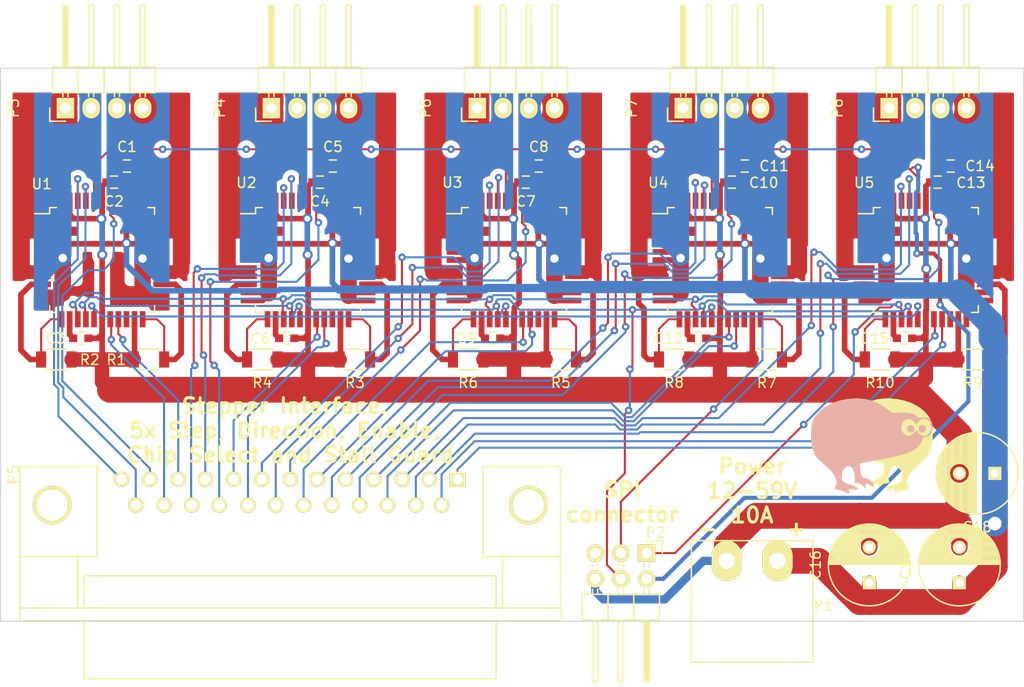
<source format=kicad_pcb>
(kicad_pcb (version 4) (host pcbnew 4.0.4+e1-6308~48~ubuntu16.04.1-stable)
  (layers (0 F.Cu signal) (31 B.Cu signal) (34 B.Paste user) (35 F.Paste user) (36 B.SilkS user) (37 F.SilkS user) (38 B.Mask user) (39 F.Mask user) (44 Edge.Cuts user))
  (net 0 "")
  (net 1 VPP)
  (net 2 "Net-(C1-Pad2)")
  (net 3 GND)
  (net 4 "Net-(C3-Pad1)")
  (net 5 MISO)
  (net 6 VDD)
  (net 7 SCK)
  (net 8 MOSI)
  (net 9 "Net-(P2-Pad5)")
  (net 10 M1_A1)
  (net 11 M1_A2)
  (net 12 M1_B2)
  (net 13 M1_B1)
  (net 14 M1_SG)
  (net 15 ~M1_EN)
  (net 16 M1_CSN)
  (net 17 M1_STEP)
  (net 18 M1_DIR)
  (net 19 M2_SG)
  (net 20 ~M2_EN)
  (net 21 M2_CSN)
  (net 22 M2_STEP)
  (net 23 M2_DIR)
  (net 24 M3_SG)
  (net 25 ~M3_EN)
  (net 26 M3_CSN)
  (net 27 M3_STEP)
  (net 28 M3_DIR)
  (net 29 M4_SG)
  (net 30 ~M4_EN)
  (net 31 M4_CSN)
  (net 32 M4_STEP)
  (net 33 M4_DIR)
  (net 34 M5_SG)
  (net 35 ~M5_EN)
  (net 36 M5_CSN)
  (net 37 M5_STEP)
  (net 38 M5_DIR)
  (net 39 "Net-(R1-Pad1)")
  (net 40 "Net-(R2-Pad1)")
  (net 41 "Net-(U1-Pad20)")
  (net 42 "Net-(U1-Pad34)")
  (net 43 "Net-(U1-Pad37)")
  (net 44 "Net-(C5-Pad2)")
  (net 45 "Net-(C6-Pad1)")
  (net 46 "Net-(C8-Pad2)")
  (net 47 "Net-(C9-Pad1)")
  (net 48 "Net-(C11-Pad2)")
  (net 49 "Net-(C12-Pad1)")
  (net 50 "Net-(C14-Pad2)")
  (net 51 "Net-(C15-Pad1)")
  (net 52 M2_A1)
  (net 53 M2_A2)
  (net 54 M2_B2)
  (net 55 M2_B1)
  (net 56 M3_A1)
  (net 57 M3_A2)
  (net 58 M3_B2)
  (net 59 M3_B1)
  (net 60 M4_A1)
  (net 61 M4_A2)
  (net 62 M4_B2)
  (net 63 M4_B1)
  (net 64 M5_A1)
  (net 65 M5_A2)
  (net 66 M5_B2)
  (net 67 M5_B1)
  (net 68 "Net-(R3-Pad1)")
  (net 69 "Net-(R4-Pad1)")
  (net 70 "Net-(R5-Pad1)")
  (net 71 "Net-(R6-Pad1)")
  (net 72 "Net-(R7-Pad1)")
  (net 73 "Net-(R8-Pad1)")
  (net 74 "Net-(R9-Pad1)")
  (net 75 "Net-(R10-Pad1)")
  (net 76 "Net-(U2-Pad20)")
  (net 77 "Net-(U2-Pad34)")
  (net 78 "Net-(U2-Pad37)")
  (net 79 "Net-(U3-Pad20)")
  (net 80 "Net-(U3-Pad34)")
  (net 81 "Net-(U3-Pad37)")
  (net 82 "Net-(U4-Pad20)")
  (net 83 "Net-(U4-Pad34)")
  (net 84 "Net-(U4-Pad37)")
  (net 85 "Net-(U5-Pad20)")
  (net 86 "Net-(U5-Pad34)")
  (net 87 "Net-(U5-Pad37)")
  (module graphics:Kiwi-silk (layer B.Cu) (at 188.214 91.948 180)
    (fp_text reference G*** hide)
    (fp_text value LOGO hide)
  )
  (module Housings_QFP:LQFP-44_10x10mm_Pitch0.8mm (layer F.Cu) (at 132.583283 73.545713)
    (fp_text reference U2 (at -6.091283 -7.632713) (layer F.SilkS))
    (fp_text value TMC261)
    (pad 1 smd rect (at -5.85 -4) (size 1.6 0.56) (layers F.Cu F.Paste F.Mask) (net 52 M2_A1))
    (pad 2 smd rect (at -5.85 -3.2) (size 1.6 0.56) (layers F.Cu F.Paste F.Mask) (net 52 M2_A1))
    (pad 3 smd rect (at -5.85 -2.4) (size 1.6 0.56) (layers F.Cu F.Paste F.Mask) (net 52 M2_A1))
    (pad 4 smd rect (at -5.85 -1.6) (size 1.6 0.56) (layers F.Cu F.Paste F.Mask) (net 1 VPP))
    (pad 5 smd rect (at -5.85 -0.8) (size 1.6 0.56) (layers F.Cu F.Paste F.Mask) (net 53 M2_A2))
    (pad 6 smd rect (at -5.85 0) (size 1.6 0.56) (layers F.Cu F.Paste F.Mask) (net 53 M2_A2))
    (pad 7 smd rect (at -5.85 0.8) (size 1.6 0.56) (layers F.Cu F.Paste F.Mask) (net 52 M2_A1))
    (pad 8 smd rect (at -5.85 1.6) (size 1.6 0.56) (layers F.Cu F.Paste F.Mask) (net 52 M2_A1))
    (pad 9 smd rect (at -5.85 2.4) (size 1.6 0.56) (layers F.Cu F.Paste F.Mask) (net 69 "Net-(R4-Pad1)"))
    (pad 10 smd rect (at -5.85 3.2) (size 1.6 0.56) (layers F.Cu F.Paste F.Mask) (net 53 M2_A2))
    (pad 11 smd rect (at -5.85 4) (size 1.6 0.56) (layers F.Cu F.Paste F.Mask) (net 53 M2_A2))
    (pad 12 smd rect (at -4 5.85 90) (size 1.6 0.56) (layers F.Cu F.Paste F.Mask) (net 69 "Net-(R4-Pad1)"))
    (pad 13 smd rect (at -3.2 5.85 90) (size 1.6 0.56) (layers F.Cu F.Paste F.Mask) (net 45 "Net-(C6-Pad1)"))
    (pad 14 smd rect (at -2.4 5.85 90) (size 1.6 0.56) (layers F.Cu F.Paste F.Mask) (net 5 MISO))
    (pad 15 smd rect (at -1.6 5.85 90) (size 1.6 0.56) (layers F.Cu F.Paste F.Mask) (net 8 MOSI))
    (pad 16 smd rect (at -0.8 5.85 90) (size 1.6 0.56) (layers F.Cu F.Paste F.Mask) (net 7 SCK))
    (pad 17 smd rect (at 0 5.85 90) (size 1.6 0.56) (layers F.Cu F.Paste F.Mask) (net 3 GND))
    (pad 18 smd rect (at 0.8 5.85 90) (size 1.6 0.56) (layers F.Cu F.Paste F.Mask) (net 21 M2_CSN))
    (pad 19 smd rect (at 1.6 5.85 90) (size 1.6 0.56) (layers F.Cu F.Paste F.Mask) (net 20 ~M2_EN))
    (pad 20 smd rect (at 2.4 5.85 90) (size 1.6 0.56) (layers F.Cu F.Paste F.Mask) (net 76 "Net-(U2-Pad20)"))
    (pad 21 smd rect (at 3.2 5.85 90) (size 1.6 0.56) (layers F.Cu F.Paste F.Mask) (net 3 GND))
    (pad 22 smd rect (at 4 5.85 90) (size 1.6 0.56) (layers F.Cu F.Paste F.Mask) (net 68 "Net-(R3-Pad1)"))
    (pad 23 smd rect (at 5.85 4) (size 1.6 0.56) (layers F.Cu F.Paste F.Mask) (net 54 M2_B2))
    (pad 24 smd rect (at 5.85 3.2) (size 1.6 0.56) (layers F.Cu F.Paste F.Mask) (net 54 M2_B2))
    (pad 25 smd rect (at 5.85 2.4) (size 1.6 0.56) (layers F.Cu F.Paste F.Mask) (net 68 "Net-(R3-Pad1)"))
    (pad 26 smd rect (at 5.85 1.6) (size 1.6 0.56) (layers F.Cu F.Paste F.Mask) (net 55 M2_B1))
    (pad 27 smd rect (at 5.85 0.8) (size 1.6 0.56) (layers F.Cu F.Paste F.Mask) (net 55 M2_B1))
    (pad 28 smd rect (at 5.85 0) (size 1.6 0.56) (layers F.Cu F.Paste F.Mask) (net 54 M2_B2))
    (pad 29 smd rect (at 5.85 -0.8) (size 1.6 0.56) (layers F.Cu F.Paste F.Mask) (net 54 M2_B2))
    (pad 30 smd rect (at 5.85 -1.6) (size 1.6 0.56) (layers F.Cu F.Paste F.Mask) (net 1 VPP))
    (pad 31 smd rect (at 5.85 -2.4) (size 1.6 0.56) (layers F.Cu F.Paste F.Mask) (net 55 M2_B1))
    (pad 32 smd rect (at 5.85 -3.2) (size 1.6 0.56) (layers F.Cu F.Paste F.Mask) (net 55 M2_B1))
    (pad 33 smd rect (at 5.85 -4) (size 1.6 0.56) (layers F.Cu F.Paste F.Mask) (net 55 M2_B1))
    (pad 34 smd rect (at 4 -5.85 90) (size 1.6 0.56) (layers F.Cu F.Paste F.Mask) (net 77 "Net-(U2-Pad34)"))
    (pad 35 smd rect (at 3.2 -5.85 90) (size 1.6 0.56) (layers F.Cu F.Paste F.Mask) (net 44 "Net-(C5-Pad2)"))
    (pad 36 smd rect (at 2.4 -5.85 90) (size 1.6 0.56) (layers F.Cu F.Paste F.Mask) (net 1 VPP))
    (pad 37 smd rect (at 1.6 -5.85 90) (size 1.6 0.56) (layers F.Cu F.Paste F.Mask) (net 78 "Net-(U2-Pad37)"))
    (pad 38 smd rect (at 0.8 -5.85 90) (size 1.6 0.56) (layers F.Cu F.Paste F.Mask) (net 19 M2_SG))
    (pad 39 smd rect (at 0 -5.85 90) (size 1.6 0.56) (layers F.Cu F.Paste F.Mask) (net 3 GND))
    (pad 40 smd rect (at -0.8 -5.85 90) (size 1.6 0.56) (layers F.Cu F.Paste F.Mask) (net 6 VDD))
    (pad 41 smd rect (at -1.6 -5.85 90) (size 1.6 0.56) (layers F.Cu F.Paste F.Mask) (net 23 M2_DIR))
    (pad 42 smd rect (at -2.4 -5.85 90) (size 1.6 0.56) (layers F.Cu F.Paste F.Mask) (net 22 M2_STEP))
    (pad 43 smd rect (at -3.2 -5.85 90) (size 1.6 0.56) (layers F.Cu F.Paste F.Mask) (net 3 GND))
    (pad 44 smd rect (at -4 -5.85 90) (size 1.6 0.56) (layers F.Cu F.Paste F.Mask) (net 3 GND))
  )
  (module Capacitors_SMD:C_0603 (layer F.Cu) (at 191.435283 81.272713)
    (fp_text reference C15 (at -2.967283 0.007287) (layer F.SilkS))
    (fp_text value 470nF)
    (pad 1 smd rect (at -0.75 0) (size 0.8 0.75) (layers F.Cu F.Paste F.Mask) (net 51 "Net-(C15-Pad1)"))
    (pad 2 smd rect (at 0.75 0) (size 0.8 0.75) (layers F.Cu F.Paste F.Mask) (net 3 GND))
  )
  (module Capacitors_SMD:C_0603 (layer F.Cu) (at 171.115283 81.272713)
    (fp_text reference C12 (at -2.967283 0.007287) (layer F.SilkS))
    (fp_text value 470nF)
    (pad 1 smd rect (at -0.75 0) (size 0.8 0.75) (layers F.Cu F.Paste F.Mask) (net 49 "Net-(C12-Pad1)"))
    (pad 2 smd rect (at 0.75 0) (size 0.8 0.75) (layers F.Cu F.Paste F.Mask) (net 3 GND))
  )
  (module Capacitors_SMD:C_0603 (layer F.Cu) (at 150.795283 81.272713)
    (fp_text reference C9 (at -2.586283 0.007287) (layer F.SilkS))
    (fp_text value 470nF)
    (pad 1 smd rect (at -0.75 0) (size 0.8 0.75) (layers F.Cu F.Paste F.Mask) (net 47 "Net-(C9-Pad1)"))
    (pad 2 smd rect (at 0.75 0) (size 0.8 0.75) (layers F.Cu F.Paste F.Mask) (net 3 GND))
  )
  (module Capacitors_SMD:C_0603 (layer F.Cu) (at 130.475283 81.272713)
    (fp_text reference C6 (at -2.586283 0.007287) (layer F.SilkS))
    (fp_text value 470nF)
    (pad 1 smd rect (at -0.75 0) (size 0.8 0.75) (layers F.Cu F.Paste F.Mask) (net 45 "Net-(C6-Pad1)"))
    (pad 2 smd rect (at 0.75 0) (size 0.8 0.75) (layers F.Cu F.Paste F.Mask) (net 3 GND))
  )
  (module Housings_QFP:LQFP-44_10x10mm_Pitch0.8mm (layer F.Cu) (at 193.543283 73.545713)
    (fp_text reference U5 (at -6.091283 -7.632713) (layer F.SilkS))
    (fp_text value TMC261)
    (pad 1 smd rect (at -5.85 -4) (size 1.6 0.56) (layers F.Cu F.Paste F.Mask) (net 64 M5_A1))
    (pad 2 smd rect (at -5.85 -3.2) (size 1.6 0.56) (layers F.Cu F.Paste F.Mask) (net 64 M5_A1))
    (pad 3 smd rect (at -5.85 -2.4) (size 1.6 0.56) (layers F.Cu F.Paste F.Mask) (net 64 M5_A1))
    (pad 4 smd rect (at -5.85 -1.6) (size 1.6 0.56) (layers F.Cu F.Paste F.Mask) (net 1 VPP))
    (pad 5 smd rect (at -5.85 -0.8) (size 1.6 0.56) (layers F.Cu F.Paste F.Mask) (net 65 M5_A2))
    (pad 6 smd rect (at -5.85 0) (size 1.6 0.56) (layers F.Cu F.Paste F.Mask) (net 65 M5_A2))
    (pad 7 smd rect (at -5.85 0.8) (size 1.6 0.56) (layers F.Cu F.Paste F.Mask) (net 64 M5_A1))
    (pad 8 smd rect (at -5.85 1.6) (size 1.6 0.56) (layers F.Cu F.Paste F.Mask) (net 64 M5_A1))
    (pad 9 smd rect (at -5.85 2.4) (size 1.6 0.56) (layers F.Cu F.Paste F.Mask) (net 75 "Net-(R10-Pad1)"))
    (pad 10 smd rect (at -5.85 3.2) (size 1.6 0.56) (layers F.Cu F.Paste F.Mask) (net 65 M5_A2))
    (pad 11 smd rect (at -5.85 4) (size 1.6 0.56) (layers F.Cu F.Paste F.Mask) (net 65 M5_A2))
    (pad 12 smd rect (at -4 5.85 90) (size 1.6 0.56) (layers F.Cu F.Paste F.Mask) (net 75 "Net-(R10-Pad1)"))
    (pad 13 smd rect (at -3.2 5.85 90) (size 1.6 0.56) (layers F.Cu F.Paste F.Mask) (net 51 "Net-(C15-Pad1)"))
    (pad 14 smd rect (at -2.4 5.85 90) (size 1.6 0.56) (layers F.Cu F.Paste F.Mask) (net 5 MISO))
    (pad 15 smd rect (at -1.6 5.85 90) (size 1.6 0.56) (layers F.Cu F.Paste F.Mask) (net 8 MOSI))
    (pad 16 smd rect (at -0.8 5.85 90) (size 1.6 0.56) (layers F.Cu F.Paste F.Mask) (net 7 SCK))
    (pad 17 smd rect (at 0 5.85 90) (size 1.6 0.56) (layers F.Cu F.Paste F.Mask) (net 3 GND))
    (pad 18 smd rect (at 0.8 5.85 90) (size 1.6 0.56) (layers F.Cu F.Paste F.Mask) (net 36 M5_CSN))
    (pad 19 smd rect (at 1.6 5.85 90) (size 1.6 0.56) (layers F.Cu F.Paste F.Mask) (net 35 ~M5_EN))
    (pad 20 smd rect (at 2.4 5.85 90) (size 1.6 0.56) (layers F.Cu F.Paste F.Mask) (net 85 "Net-(U5-Pad20)"))
    (pad 21 smd rect (at 3.2 5.85 90) (size 1.6 0.56) (layers F.Cu F.Paste F.Mask) (net 3 GND))
    (pad 22 smd rect (at 4 5.85 90) (size 1.6 0.56) (layers F.Cu F.Paste F.Mask) (net 74 "Net-(R9-Pad1)"))
    (pad 23 smd rect (at 5.85 4) (size 1.6 0.56) (layers F.Cu F.Paste F.Mask) (net 66 M5_B2))
    (pad 24 smd rect (at 5.85 3.2) (size 1.6 0.56) (layers F.Cu F.Paste F.Mask) (net 66 M5_B2))
    (pad 25 smd rect (at 5.85 2.4) (size 1.6 0.56) (layers F.Cu F.Paste F.Mask) (net 74 "Net-(R9-Pad1)"))
    (pad 26 smd rect (at 5.85 1.6) (size 1.6 0.56) (layers F.Cu F.Paste F.Mask) (net 67 M5_B1))
    (pad 27 smd rect (at 5.85 0.8) (size 1.6 0.56) (layers F.Cu F.Paste F.Mask) (net 67 M5_B1))
    (pad 28 smd rect (at 5.85 0) (size 1.6 0.56) (layers F.Cu F.Paste F.Mask) (net 66 M5_B2))
    (pad 29 smd rect (at 5.85 -0.8) (size 1.6 0.56) (layers F.Cu F.Paste F.Mask) (net 66 M5_B2))
    (pad 30 smd rect (at 5.85 -1.6) (size 1.6 0.56) (layers F.Cu F.Paste F.Mask) (net 1 VPP))
    (pad 31 smd rect (at 5.85 -2.4) (size 1.6 0.56) (layers F.Cu F.Paste F.Mask) (net 67 M5_B1))
    (pad 32 smd rect (at 5.85 -3.2) (size 1.6 0.56) (layers F.Cu F.Paste F.Mask) (net 67 M5_B1))
    (pad 33 smd rect (at 5.85 -4) (size 1.6 0.56) (layers F.Cu F.Paste F.Mask) (net 67 M5_B1))
    (pad 34 smd rect (at 4 -5.85 90) (size 1.6 0.56) (layers F.Cu F.Paste F.Mask) (net 86 "Net-(U5-Pad34)"))
    (pad 35 smd rect (at 3.2 -5.85 90) (size 1.6 0.56) (layers F.Cu F.Paste F.Mask) (net 50 "Net-(C14-Pad2)"))
    (pad 36 smd rect (at 2.4 -5.85 90) (size 1.6 0.56) (layers F.Cu F.Paste F.Mask) (net 1 VPP))
    (pad 37 smd rect (at 1.6 -5.85 90) (size 1.6 0.56) (layers F.Cu F.Paste F.Mask) (net 87 "Net-(U5-Pad37)"))
    (pad 38 smd rect (at 0.8 -5.85 90) (size 1.6 0.56) (layers F.Cu F.Paste F.Mask) (net 34 M5_SG))
    (pad 39 smd rect (at 0 -5.85 90) (size 1.6 0.56) (layers F.Cu F.Paste F.Mask) (net 3 GND))
    (pad 40 smd rect (at -0.8 -5.85 90) (size 1.6 0.56) (layers F.Cu F.Paste F.Mask) (net 6 VDD))
    (pad 41 smd rect (at -1.6 -5.85 90) (size 1.6 0.56) (layers F.Cu F.Paste F.Mask) (net 38 M5_DIR))
    (pad 42 smd rect (at -2.4 -5.85 90) (size 1.6 0.56) (layers F.Cu F.Paste F.Mask) (net 37 M5_STEP))
    (pad 43 smd rect (at -3.2 -5.85 90) (size 1.6 0.56) (layers F.Cu F.Paste F.Mask) (net 3 GND))
    (pad 44 smd rect (at -4 -5.85 90) (size 1.6 0.56) (layers F.Cu F.Paste F.Mask) (net 3 GND))
  )
  (module Housings_QFP:LQFP-44_10x10mm_Pitch0.8mm (layer F.Cu) (at 173.223283 73.545713)
    (fp_text reference U4 (at -6.091283 -7.632713) (layer F.SilkS))
    (fp_text value TMC261)
    (pad 1 smd rect (at -5.85 -4) (size 1.6 0.56) (layers F.Cu F.Paste F.Mask) (net 60 M4_A1))
    (pad 2 smd rect (at -5.85 -3.2) (size 1.6 0.56) (layers F.Cu F.Paste F.Mask) (net 60 M4_A1))
    (pad 3 smd rect (at -5.85 -2.4) (size 1.6 0.56) (layers F.Cu F.Paste F.Mask) (net 60 M4_A1))
    (pad 4 smd rect (at -5.85 -1.6) (size 1.6 0.56) (layers F.Cu F.Paste F.Mask) (net 1 VPP))
    (pad 5 smd rect (at -5.85 -0.8) (size 1.6 0.56) (layers F.Cu F.Paste F.Mask) (net 61 M4_A2))
    (pad 6 smd rect (at -5.85 0) (size 1.6 0.56) (layers F.Cu F.Paste F.Mask) (net 61 M4_A2))
    (pad 7 smd rect (at -5.85 0.8) (size 1.6 0.56) (layers F.Cu F.Paste F.Mask) (net 60 M4_A1))
    (pad 8 smd rect (at -5.85 1.6) (size 1.6 0.56) (layers F.Cu F.Paste F.Mask) (net 60 M4_A1))
    (pad 9 smd rect (at -5.85 2.4) (size 1.6 0.56) (layers F.Cu F.Paste F.Mask) (net 73 "Net-(R8-Pad1)"))
    (pad 10 smd rect (at -5.85 3.2) (size 1.6 0.56) (layers F.Cu F.Paste F.Mask) (net 61 M4_A2))
    (pad 11 smd rect (at -5.85 4) (size 1.6 0.56) (layers F.Cu F.Paste F.Mask) (net 61 M4_A2))
    (pad 12 smd rect (at -4 5.85 90) (size 1.6 0.56) (layers F.Cu F.Paste F.Mask) (net 73 "Net-(R8-Pad1)"))
    (pad 13 smd rect (at -3.2 5.85 90) (size 1.6 0.56) (layers F.Cu F.Paste F.Mask) (net 49 "Net-(C12-Pad1)"))
    (pad 14 smd rect (at -2.4 5.85 90) (size 1.6 0.56) (layers F.Cu F.Paste F.Mask) (net 5 MISO))
    (pad 15 smd rect (at -1.6 5.85 90) (size 1.6 0.56) (layers F.Cu F.Paste F.Mask) (net 8 MOSI))
    (pad 16 smd rect (at -0.8 5.85 90) (size 1.6 0.56) (layers F.Cu F.Paste F.Mask) (net 7 SCK))
    (pad 17 smd rect (at 0 5.85 90) (size 1.6 0.56) (layers F.Cu F.Paste F.Mask) (net 3 GND))
    (pad 18 smd rect (at 0.8 5.85 90) (size 1.6 0.56) (layers F.Cu F.Paste F.Mask) (net 31 M4_CSN))
    (pad 19 smd rect (at 1.6 5.85 90) (size 1.6 0.56) (layers F.Cu F.Paste F.Mask) (net 30 ~M4_EN))
    (pad 20 smd rect (at 2.4 5.85 90) (size 1.6 0.56) (layers F.Cu F.Paste F.Mask) (net 82 "Net-(U4-Pad20)"))
    (pad 21 smd rect (at 3.2 5.85 90) (size 1.6 0.56) (layers F.Cu F.Paste F.Mask) (net 3 GND))
    (pad 22 smd rect (at 4 5.85 90) (size 1.6 0.56) (layers F.Cu F.Paste F.Mask) (net 72 "Net-(R7-Pad1)"))
    (pad 23 smd rect (at 5.85 4) (size 1.6 0.56) (layers F.Cu F.Paste F.Mask) (net 62 M4_B2))
    (pad 24 smd rect (at 5.85 3.2) (size 1.6 0.56) (layers F.Cu F.Paste F.Mask) (net 62 M4_B2))
    (pad 25 smd rect (at 5.85 2.4) (size 1.6 0.56) (layers F.Cu F.Paste F.Mask) (net 72 "Net-(R7-Pad1)"))
    (pad 26 smd rect (at 5.85 1.6) (size 1.6 0.56) (layers F.Cu F.Paste F.Mask) (net 63 M4_B1))
    (pad 27 smd rect (at 5.85 0.8) (size 1.6 0.56) (layers F.Cu F.Paste F.Mask) (net 63 M4_B1))
    (pad 28 smd rect (at 5.85 0) (size 1.6 0.56) (layers F.Cu F.Paste F.Mask) (net 62 M4_B2))
    (pad 29 smd rect (at 5.85 -0.8) (size 1.6 0.56) (layers F.Cu F.Paste F.Mask) (net 62 M4_B2))
    (pad 30 smd rect (at 5.85 -1.6) (size 1.6 0.56) (layers F.Cu F.Paste F.Mask) (net 1 VPP))
    (pad 31 smd rect (at 5.85 -2.4) (size 1.6 0.56) (layers F.Cu F.Paste F.Mask) (net 63 M4_B1))
    (pad 32 smd rect (at 5.85 -3.2) (size 1.6 0.56) (layers F.Cu F.Paste F.Mask) (net 63 M4_B1))
    (pad 33 smd rect (at 5.85 -4) (size 1.6 0.56) (layers F.Cu F.Paste F.Mask) (net 63 M4_B1))
    (pad 34 smd rect (at 4 -5.85 90) (size 1.6 0.56) (layers F.Cu F.Paste F.Mask) (net 83 "Net-(U4-Pad34)"))
    (pad 35 smd rect (at 3.2 -5.85 90) (size 1.6 0.56) (layers F.Cu F.Paste F.Mask) (net 48 "Net-(C11-Pad2)"))
    (pad 36 smd rect (at 2.4 -5.85 90) (size 1.6 0.56) (layers F.Cu F.Paste F.Mask) (net 1 VPP))
    (pad 37 smd rect (at 1.6 -5.85 90) (size 1.6 0.56) (layers F.Cu F.Paste F.Mask) (net 84 "Net-(U4-Pad37)"))
    (pad 38 smd rect (at 0.8 -5.85 90) (size 1.6 0.56) (layers F.Cu F.Paste F.Mask) (net 29 M4_SG))
    (pad 39 smd rect (at 0 -5.85 90) (size 1.6 0.56) (layers F.Cu F.Paste F.Mask) (net 3 GND))
    (pad 40 smd rect (at -0.8 -5.85 90) (size 1.6 0.56) (layers F.Cu F.Paste F.Mask) (net 6 VDD))
    (pad 41 smd rect (at -1.6 -5.85 90) (size 1.6 0.56) (layers F.Cu F.Paste F.Mask) (net 33 M4_DIR))
    (pad 42 smd rect (at -2.4 -5.85 90) (size 1.6 0.56) (layers F.Cu F.Paste F.Mask) (net 32 M4_STEP))
    (pad 43 smd rect (at -3.2 -5.85 90) (size 1.6 0.56) (layers F.Cu F.Paste F.Mask) (net 3 GND))
    (pad 44 smd rect (at -4 -5.85 90) (size 1.6 0.56) (layers F.Cu F.Paste F.Mask) (net 3 GND))
  )
  (module Housings_QFP:LQFP-44_10x10mm_Pitch0.8mm (layer F.Cu) (at 152.903283 73.545713)
    (fp_text reference U3 (at -6.091283 -7.65) (layer F.SilkS))
    (fp_text value TMC261)
    (pad 1 smd rect (at -5.85 -4) (size 1.6 0.56) (layers F.Cu F.Paste F.Mask) (net 56 M3_A1))
    (pad 2 smd rect (at -5.85 -3.2) (size 1.6 0.56) (layers F.Cu F.Paste F.Mask) (net 56 M3_A1))
    (pad 3 smd rect (at -5.85 -2.4) (size 1.6 0.56) (layers F.Cu F.Paste F.Mask) (net 56 M3_A1))
    (pad 4 smd rect (at -5.85 -1.6) (size 1.6 0.56) (layers F.Cu F.Paste F.Mask) (net 1 VPP))
    (pad 5 smd rect (at -5.85 -0.8) (size 1.6 0.56) (layers F.Cu F.Paste F.Mask) (net 57 M3_A2))
    (pad 6 smd rect (at -5.85 0) (size 1.6 0.56) (layers F.Cu F.Paste F.Mask) (net 57 M3_A2))
    (pad 7 smd rect (at -5.85 0.8) (size 1.6 0.56) (layers F.Cu F.Paste F.Mask) (net 56 M3_A1))
    (pad 8 smd rect (at -5.85 1.6) (size 1.6 0.56) (layers F.Cu F.Paste F.Mask) (net 56 M3_A1))
    (pad 9 smd rect (at -5.85 2.4) (size 1.6 0.56) (layers F.Cu F.Paste F.Mask) (net 71 "Net-(R6-Pad1)"))
    (pad 10 smd rect (at -5.85 3.2) (size 1.6 0.56) (layers F.Cu F.Paste F.Mask) (net 57 M3_A2))
    (pad 11 smd rect (at -5.85 4) (size 1.6 0.56) (layers F.Cu F.Paste F.Mask) (net 57 M3_A2))
    (pad 12 smd rect (at -4 5.85 90) (size 1.6 0.56) (layers F.Cu F.Paste F.Mask) (net 71 "Net-(R6-Pad1)"))
    (pad 13 smd rect (at -3.2 5.85 90) (size 1.6 0.56) (layers F.Cu F.Paste F.Mask) (net 47 "Net-(C9-Pad1)"))
    (pad 14 smd rect (at -2.4 5.85 90) (size 1.6 0.56) (layers F.Cu F.Paste F.Mask) (net 5 MISO))
    (pad 15 smd rect (at -1.6 5.85 90) (size 1.6 0.56) (layers F.Cu F.Paste F.Mask) (net 8 MOSI))
    (pad 16 smd rect (at -0.8 5.85 90) (size 1.6 0.56) (layers F.Cu F.Paste F.Mask) (net 7 SCK))
    (pad 17 smd rect (at 0 5.85 90) (size 1.6 0.56) (layers F.Cu F.Paste F.Mask) (net 3 GND))
    (pad 18 smd rect (at 0.8 5.85 90) (size 1.6 0.56) (layers F.Cu F.Paste F.Mask) (net 26 M3_CSN))
    (pad 19 smd rect (at 1.6 5.85 90) (size 1.6 0.56) (layers F.Cu F.Paste F.Mask) (net 25 ~M3_EN))
    (pad 20 smd rect (at 2.4 5.85 90) (size 1.6 0.56) (layers F.Cu F.Paste F.Mask) (net 79 "Net-(U3-Pad20)"))
    (pad 21 smd rect (at 3.2 5.85 90) (size 1.6 0.56) (layers F.Cu F.Paste F.Mask) (net 3 GND))
    (pad 22 smd rect (at 4 5.85 90) (size 1.6 0.56) (layers F.Cu F.Paste F.Mask) (net 70 "Net-(R5-Pad1)"))
    (pad 23 smd rect (at 5.85 4) (size 1.6 0.56) (layers F.Cu F.Paste F.Mask) (net 58 M3_B2))
    (pad 24 smd rect (at 5.85 3.2) (size 1.6 0.56) (layers F.Cu F.Paste F.Mask) (net 58 M3_B2))
    (pad 25 smd rect (at 5.85 2.4) (size 1.6 0.56) (layers F.Cu F.Paste F.Mask) (net 70 "Net-(R5-Pad1)"))
    (pad 26 smd rect (at 5.85 1.6) (size 1.6 0.56) (layers F.Cu F.Paste F.Mask) (net 59 M3_B1))
    (pad 27 smd rect (at 5.85 0.8) (size 1.6 0.56) (layers F.Cu F.Paste F.Mask) (net 59 M3_B1))
    (pad 28 smd rect (at 5.85 0) (size 1.6 0.56) (layers F.Cu F.Paste F.Mask) (net 58 M3_B2))
    (pad 29 smd rect (at 5.85 -0.8) (size 1.6 0.56) (layers F.Cu F.Paste F.Mask) (net 58 M3_B2))
    (pad 30 smd rect (at 5.85 -1.6) (size 1.6 0.56) (layers F.Cu F.Paste F.Mask) (net 1 VPP))
    (pad 31 smd rect (at 5.85 -2.4) (size 1.6 0.56) (layers F.Cu F.Paste F.Mask) (net 59 M3_B1))
    (pad 32 smd rect (at 5.85 -3.2) (size 1.6 0.56) (layers F.Cu F.Paste F.Mask) (net 59 M3_B1))
    (pad 33 smd rect (at 5.85 -4) (size 1.6 0.56) (layers F.Cu F.Paste F.Mask) (net 59 M3_B1))
    (pad 34 smd rect (at 4 -5.85 90) (size 1.6 0.56) (layers F.Cu F.Paste F.Mask) (net 80 "Net-(U3-Pad34)"))
    (pad 35 smd rect (at 3.2 -5.85 90) (size 1.6 0.56) (layers F.Cu F.Paste F.Mask) (net 46 "Net-(C8-Pad2)"))
    (pad 36 smd rect (at 2.4 -5.85 90) (size 1.6 0.56) (layers F.Cu F.Paste F.Mask) (net 1 VPP))
    (pad 37 smd rect (at 1.6 -5.85 90) (size 1.6 0.56) (layers F.Cu F.Paste F.Mask) (net 81 "Net-(U3-Pad37)"))
    (pad 38 smd rect (at 0.8 -5.85 90) (size 1.6 0.56) (layers F.Cu F.Paste F.Mask) (net 24 M3_SG))
    (pad 39 smd rect (at 0 -5.85 90) (size 1.6 0.56) (layers F.Cu F.Paste F.Mask) (net 3 GND))
    (pad 40 smd rect (at -0.8 -5.85 90) (size 1.6 0.56) (layers F.Cu F.Paste F.Mask) (net 6 VDD))
    (pad 41 smd rect (at -1.6 -5.85 90) (size 1.6 0.56) (layers F.Cu F.Paste F.Mask) (net 28 M3_DIR))
    (pad 42 smd rect (at -2.4 -5.85 90) (size 1.6 0.56) (layers F.Cu F.Paste F.Mask) (net 27 M3_STEP))
    (pad 43 smd rect (at -3.2 -5.85 90) (size 1.6 0.56) (layers F.Cu F.Paste F.Mask) (net 3 GND))
    (pad 44 smd rect (at -4 -5.85 90) (size 1.6 0.56) (layers F.Cu F.Paste F.Mask) (net 3 GND))
  )
  (module Capacitors_SMD:C_0603 (layer F.Cu) (at 194.711883 65.854913 180)
    (fp_text reference C13 (at -3.281117 -0.058087 180) (layer F.SilkS))
    (fp_text value 100nF)
    (pad 1 smd rect (at -0.75 0 180) (size 0.8 0.75) (layers F.Cu F.Paste F.Mask) (net 1 VPP))
    (pad 2 smd rect (at 0.75 0 180) (size 0.8 0.75) (layers F.Cu F.Paste F.Mask) (net 3 GND))
  )
  (module Capacitors_SMD:C_0603 (layer F.Cu) (at 174.391883 65.854913 180)
    (fp_text reference C10 (at -3.154117 -0.058087 180) (layer F.SilkS))
    (fp_text value 100nF)
    (pad 1 smd rect (at -0.75 0 180) (size 0.8 0.75) (layers F.Cu F.Paste F.Mask) (net 1 VPP))
    (pad 2 smd rect (at 0.75 0 180) (size 0.8 0.75) (layers F.Cu F.Paste F.Mask) (net 3 GND))
  )
  (module Capacitors_SMD:C_0603 (layer F.Cu) (at 154.071883 65.854913 180)
    (fp_text reference C7 (at 0 -1.9 180) (layer F.SilkS))
    (fp_text value 100nF)
    (pad 1 smd rect (at -0.75 0 180) (size 0.8 0.75) (layers F.Cu F.Paste F.Mask) (net 1 VPP))
    (pad 2 smd rect (at 0.75 0 180) (size 0.8 0.75) (layers F.Cu F.Paste F.Mask) (net 3 GND))
  )
  (module Capacitors_SMD:C_0603 (layer F.Cu) (at 133.751883 65.854913 180)
    (fp_text reference C4 (at 0 -1.9 180) (layer F.SilkS))
    (fp_text value 100nF)
    (pad 1 smd rect (at -0.75 0 180) (size 0.8 0.75) (layers F.Cu F.Paste F.Mask) (net 1 VPP))
    (pad 2 smd rect (at 0.75 0 180) (size 0.8 0.75) (layers F.Cu F.Paste F.Mask) (net 3 GND))
  )
  (module Pin_Headers:Pin_Header_Angled_1x04 (layer F.Cu) (at 189.923283 58.545713 90)
    (fp_text reference P8 (at 0 -5.1 90) (layer F.SilkS))
    (fp_text value CONN_01X04)
    (pad 1 thru_hole rect (at 0 0 90) (size 2.032 1.7272) (drill 1.016) (layers *.Cu *.Mask F.SilkS) (net 64 M5_A1))
    (pad 2 thru_hole oval (at 0 2.54 90) (size 2.032 1.7272) (drill 1.016) (layers *.Cu *.Mask F.SilkS) (net 65 M5_A2))
    (pad 3 thru_hole oval (at 0 5.08 90) (size 2.032 1.7272) (drill 1.016) (layers *.Cu *.Mask F.SilkS) (net 66 M5_B2))
    (pad 4 thru_hole oval (at 0 7.62 90) (size 2.032 1.7272) (drill 1.016) (layers *.Cu *.Mask F.SilkS) (net 67 M5_B1))
  )
  (module Pin_Headers:Pin_Header_Angled_1x04 (layer F.Cu) (at 169.603283 58.545713 90)
    (fp_text reference P7 (at 0 -5.1 90) (layer F.SilkS))
    (fp_text value CONN_01X04)
    (pad 1 thru_hole rect (at 0 0 90) (size 2.032 1.7272) (drill 1.016) (layers *.Cu *.Mask F.SilkS) (net 60 M4_A1))
    (pad 2 thru_hole oval (at 0 2.54 90) (size 2.032 1.7272) (drill 1.016) (layers *.Cu *.Mask F.SilkS) (net 61 M4_A2))
    (pad 3 thru_hole oval (at 0 5.08 90) (size 2.032 1.7272) (drill 1.016) (layers *.Cu *.Mask F.SilkS) (net 62 M4_B2))
    (pad 4 thru_hole oval (at 0 7.62 90) (size 2.032 1.7272) (drill 1.016) (layers *.Cu *.Mask F.SilkS) (net 63 M4_B1))
  )
  (module Pin_Headers:Pin_Header_Angled_1x04 (layer F.Cu) (at 149.283283 58.545713 90)
    (fp_text reference P6 (at 0 -5.1 90) (layer F.SilkS))
    (fp_text value CONN_01X04)
    (pad 1 thru_hole rect (at 0 0 90) (size 2.032 1.7272) (drill 1.016) (layers *.Cu *.Mask F.SilkS) (net 56 M3_A1))
    (pad 2 thru_hole oval (at 0 2.54 90) (size 2.032 1.7272) (drill 1.016) (layers *.Cu *.Mask F.SilkS) (net 57 M3_A2))
    (pad 3 thru_hole oval (at 0 5.08 90) (size 2.032 1.7272) (drill 1.016) (layers *.Cu *.Mask F.SilkS) (net 58 M3_B2))
    (pad 4 thru_hole oval (at 0 7.62 90) (size 2.032 1.7272) (drill 1.016) (layers *.Cu *.Mask F.SilkS) (net 59 M3_B1))
  )
  (module Pin_Headers:Pin_Header_Angled_1x04 (layer F.Cu) (at 128.963283 58.545713 90)
    (fp_text reference P4 (at 0 -5.1 90) (layer F.SilkS))
    (fp_text value CONN_01X04)
    (pad 1 thru_hole rect (at 0 0 90) (size 2.032 1.7272) (drill 1.016) (layers *.Cu *.Mask F.SilkS) (net 52 M2_A1))
    (pad 2 thru_hole oval (at 0 2.54 90) (size 2.032 1.7272) (drill 1.016) (layers *.Cu *.Mask F.SilkS) (net 53 M2_A2))
    (pad 3 thru_hole oval (at 0 5.08 90) (size 2.032 1.7272) (drill 1.016) (layers *.Cu *.Mask F.SilkS) (net 54 M2_B2))
    (pad 4 thru_hole oval (at 0 7.62 90) (size 2.032 1.7272) (drill 1.016) (layers *.Cu *.Mask F.SilkS) (net 55 M2_B1))
  )
  (module Capacitors_SMD:C_1206 (layer F.Cu) (at 198.166283 83.368213 180)
    (fp_text reference R9 (at 0 -2.3 180) (layer F.SilkS))
    (fp_text value 150mR)
    (pad 1 smd rect (at -1.5 0 180) (size 1 1.6) (layers F.Cu F.Paste F.Mask) (net 74 "Net-(R9-Pad1)"))
    (pad 2 smd rect (at 1.5 0 180) (size 1 1.6) (layers F.Cu F.Paste F.Mask) (net 3 GND))
  )
  (module Capacitors_SMD:C_1206 (layer F.Cu) (at 177.846283 83.368213 180)
    (fp_text reference R7 (at 0 -2.3 180) (layer F.SilkS))
    (fp_text value 150mR)
    (pad 1 smd rect (at -1.5 0 180) (size 1 1.6) (layers F.Cu F.Paste F.Mask) (net 72 "Net-(R7-Pad1)"))
    (pad 2 smd rect (at 1.5 0 180) (size 1 1.6) (layers F.Cu F.Paste F.Mask) (net 3 GND))
  )
  (module Capacitors_SMD:C_1206 (layer F.Cu) (at 157.526283 83.368213 180)
    (fp_text reference R5 (at 0 -2.3 180) (layer F.SilkS))
    (fp_text value 150mR)
    (pad 1 smd rect (at -1.5 0 180) (size 1 1.6) (layers F.Cu F.Paste F.Mask) (net 70 "Net-(R5-Pad1)"))
    (pad 2 smd rect (at 1.5 0 180) (size 1 1.6) (layers F.Cu F.Paste F.Mask) (net 3 GND))
  )
  (module Capacitors_SMD:C_1206 (layer F.Cu) (at 137.206283 83.368213 180)
    (fp_text reference R3 (at 0 -2.3 180) (layer F.SilkS))
    (fp_text value 150mR)
    (pad 1 smd rect (at -1.5 0 180) (size 1 1.6) (layers F.Cu F.Paste F.Mask) (net 68 "Net-(R3-Pad1)"))
    (pad 2 smd rect (at 1.5 0 180) (size 1 1.6) (layers F.Cu F.Paste F.Mask) (net 3 GND))
  )
  (module Capacitors_SMD:C_0603 (layer F.Cu) (at 195.994583 64.267413)
    (fp_text reference C14 (at 2.887417 -0.005413) (layer F.SilkS))
    (fp_text value 100nF)
    (pad 1 smd rect (at -0.75 0) (size 0.8 0.75) (layers F.Cu F.Paste F.Mask) (net 1 VPP))
    (pad 2 smd rect (at 0.75 0) (size 0.8 0.75) (layers F.Cu F.Paste F.Mask) (net 50 "Net-(C14-Pad2)"))
  )
  (module Capacitors_SMD:C_0603 (layer F.Cu) (at 175.674583 64.267413)
    (fp_text reference C11 (at 2.887417 -0.005413) (layer F.SilkS))
    (fp_text value 100nF)
    (pad 1 smd rect (at -0.75 0) (size 0.8 0.75) (layers F.Cu F.Paste F.Mask) (net 1 VPP))
    (pad 2 smd rect (at 0.75 0) (size 0.8 0.75) (layers F.Cu F.Paste F.Mask) (net 48 "Net-(C11-Pad2)"))
  )
  (module Capacitors_SMD:C_0603 (layer F.Cu) (at 155.354583 64.267413)
    (fp_text reference C8 (at 0 -1.9) (layer F.SilkS))
    (fp_text value 100nF)
    (pad 1 smd rect (at -0.75 0) (size 0.8 0.75) (layers F.Cu F.Paste F.Mask) (net 1 VPP))
    (pad 2 smd rect (at 0.75 0) (size 0.8 0.75) (layers F.Cu F.Paste F.Mask) (net 46 "Net-(C8-Pad2)"))
  )
  (module Capacitors_SMD:C_0603 (layer F.Cu) (at 135.034583 64.267413)
    (fp_text reference C5 (at 0 -1.9) (layer F.SilkS))
    (fp_text value 100nF)
    (pad 1 smd rect (at -0.75 0) (size 0.8 0.75) (layers F.Cu F.Paste F.Mask) (net 1 VPP))
    (pad 2 smd rect (at 0.75 0) (size 0.8 0.75) (layers F.Cu F.Paste F.Mask) (net 44 "Net-(C5-Pad2)"))
  )
  (module Capacitors_SMD:C_1206 (layer F.Cu) (at 189.022283 83.368213)
    (fp_text reference R10 (at 0 2.286) (layer F.SilkS))
    (fp_text value 150mR)
    (pad 1 smd rect (at -1.5 0) (size 1 1.6) (layers F.Cu F.Paste F.Mask) (net 75 "Net-(R10-Pad1)"))
    (pad 2 smd rect (at 1.5 0) (size 1 1.6) (layers F.Cu F.Paste F.Mask) (net 3 GND))
  )
  (module Capacitors_SMD:C_1206 (layer F.Cu) (at 168.702283 83.368213)
    (fp_text reference R8 (at 0 2.286) (layer F.SilkS))
    (fp_text value 150mR)
    (pad 1 smd rect (at -1.5 0) (size 1 1.6) (layers F.Cu F.Paste F.Mask) (net 73 "Net-(R8-Pad1)"))
    (pad 2 smd rect (at 1.5 0) (size 1 1.6) (layers F.Cu F.Paste F.Mask) (net 3 GND))
  )
  (module Capacitors_SMD:C_1206 (layer F.Cu) (at 148.382283 83.368213)
    (fp_text reference R6 (at 0 2.286) (layer F.SilkS))
    (fp_text value 150mR)
    (pad 1 smd rect (at -1.5 0) (size 1 1.6) (layers F.Cu F.Paste F.Mask) (net 71 "Net-(R6-Pad1)"))
    (pad 2 smd rect (at 1.5 0) (size 1 1.6) (layers F.Cu F.Paste F.Mask) (net 3 GND))
  )
  (module Capacitors_SMD:C_1206 (layer F.Cu) (at 128.062283 83.368213)
    (fp_text reference R4 (at 0 2.286) (layer F.SilkS))
    (fp_text value 150mR)
    (pad 1 smd rect (at -1.5 0) (size 1 1.6) (layers F.Cu F.Paste F.Mask) (net 69 "Net-(R4-Pad1)"))
    (pad 2 smd rect (at 1.5 0) (size 1 1.6) (layers F.Cu F.Paste F.Mask) (net 3 GND))
  )
  (module Capacitors_SMD:C_0603 (layer F.Cu) (at 114.714583 64.267413)
    (fp_text reference C1 (at 0 -1.9) (layer F.SilkS))
    (fp_text value 100nF)
    (pad 1 smd rect (at -0.75 0) (size 0.8 0.75) (layers F.Cu F.Paste F.Mask) (net 1 VPP))
    (pad 2 smd rect (at 0.75 0) (size 0.8 0.75) (layers F.Cu F.Paste F.Mask) (net 2 "Net-(C1-Pad2)"))
  )
  (module Capacitors_SMD:C_0603 (layer F.Cu) (at 113.431883 65.854913 180)
    (fp_text reference C2 (at 0 -1.9 180) (layer F.SilkS))
    (fp_text value 100nF)
    (pad 1 smd rect (at -0.75 0 180) (size 0.8 0.75) (layers F.Cu F.Paste F.Mask) (net 1 VPP))
    (pad 2 smd rect (at 0.75 0 180) (size 0.8 0.75) (layers F.Cu F.Paste F.Mask) (net 3 GND))
  )
  (module Capacitors_SMD:C_0603 (layer F.Cu) (at 110.155283 81.272713)
    (fp_text reference C3 (at -2.459283 0.007287) (layer F.SilkS))
    (fp_text value 470nF)
    (pad 1 smd rect (at -0.75 0) (size 0.8 0.75) (layers F.Cu F.Paste F.Mask) (net 4 "Net-(C3-Pad1)"))
    (pad 2 smd rect (at 0.75 0) (size 0.8 0.75) (layers F.Cu F.Paste F.Mask) (net 3 GND))
  )
  (module Connectors:20020110-G021ALF (layer F.Cu) (at 176.403 103.256413)
    (fp_text reference P1 (at 7.0485 4.439587) (layer F.SilkS))
    (fp_text value CONN_01X02)
    (pad 1 thru_hole oval (at -2.5 0) (size 3 4) (drill 1.6) (layers *.Cu *.Mask F.SilkS) (net 3 GND))
    (pad 2 thru_hole oval (at 2.5 0) (size 3 4) (drill 1.6) (layers *.Cu *.Mask F.SilkS) (net 1 VPP))
  )
  (module Pin_Headers:Pin_Header_Angled_1x04 (layer F.Cu) (at 108.643283 58.545713 90)
    (fp_text reference P3 (at 0 -5.1 90) (layer F.SilkS))
    (fp_text value CONN_01X04)
    (pad 1 thru_hole rect (at 0 0 90) (size 2.032 1.7272) (drill 1.016) (layers *.Cu *.Mask F.SilkS) (net 10 M1_A1))
    (pad 2 thru_hole oval (at 0 2.54 90) (size 2.032 1.7272) (drill 1.016) (layers *.Cu *.Mask F.SilkS) (net 11 M1_A2))
    (pad 3 thru_hole oval (at 0 5.08 90) (size 2.032 1.7272) (drill 1.016) (layers *.Cu *.Mask F.SilkS) (net 12 M1_B2))
    (pad 4 thru_hole oval (at 0 7.62 90) (size 2.032 1.7272) (drill 1.016) (layers *.Cu *.Mask F.SilkS) (net 13 M1_B1))
  )
  (module Connect:DB25FC (layer F.Cu) (at 130.820183 96.476013 180)
    (fp_text reference P5 (at 27.315183 1.734013 270) (layer F.SilkS))
    (fp_text value CONN_01X25)
    (pad "" thru_hole circle (at 23.495 -1.27 180) (size 3.81 3.81) (drill 3.048) (layers *.Cu *.Mask F.SilkS))
    (pad "" thru_hole circle (at -23.495 -1.27 180) (size 3.81 3.81) (drill 3.048) (layers *.Cu *.Mask F.SilkS))
    (pad 1 thru_hole rect (at -16.51 1.27 180) (size 1.524 1.524) (drill 1.016) (layers *.Cu *.Mask F.SilkS) (net 35 ~M5_EN))
    (pad 2 thru_hole circle (at -13.716 1.27 180) (size 1.524 1.524) (drill 1.016) (layers *.Cu *.Mask F.SilkS) (net 34 M5_SG))
    (pad 3 thru_hole circle (at -11.049 1.27 180) (size 1.524 1.524) (drill 1.016) (layers *.Cu *.Mask F.SilkS) (net 37 M5_STEP))
    (pad 4 thru_hole circle (at -8.255 1.27 180) (size 1.524 1.524) (drill 1.016) (layers *.Cu *.Mask F.SilkS) (net 31 M4_CSN))
    (pad 5 thru_hole circle (at -5.461 1.27 180) (size 1.524 1.524) (drill 1.016) (layers *.Cu *.Mask F.SilkS) (net 33 M4_DIR))
    (pad 6 thru_hole circle (at -2.667 1.27 180) (size 1.524 1.524) (drill 1.016) (layers *.Cu *.Mask F.SilkS) (net 25 ~M3_EN))
    (pad 7 thru_hole circle (at 0 1.27 180) (size 1.524 1.524) (drill 1.016) (layers *.Cu *.Mask F.SilkS) (net 24 M3_SG))
    (pad 8 thru_hole circle (at 2.794 1.27 180) (size 1.524 1.524) (drill 1.016) (layers *.Cu *.Mask F.SilkS) (net 27 M3_STEP))
    (pad 9 thru_hole circle (at 5.588 1.27 180) (size 1.524 1.524) (drill 1.016) (layers *.Cu *.Mask F.SilkS) (net 21 M2_CSN))
    (pad 10 thru_hole circle (at 8.382 1.27 180) (size 1.524 1.524) (drill 1.016) (layers *.Cu *.Mask F.SilkS) (net 23 M2_DIR))
    (pad 11 thru_hole circle (at 11.049 1.27 180) (size 1.524 1.524) (drill 1.016) (layers *.Cu *.Mask F.SilkS) (net 15 ~M1_EN))
    (pad 12 thru_hole circle (at 13.843 1.27 180) (size 1.524 1.524) (drill 1.016) (layers *.Cu *.Mask F.SilkS) (net 14 M1_SG))
    (pad 13 thru_hole circle (at 16.637 1.27 180) (size 1.524 1.524) (drill 1.016) (layers *.Cu *.Mask F.SilkS) (net 17 M1_STEP))
    (pad 14 thru_hole circle (at -14.9352 -1.27 180) (size 1.524 1.524) (drill 1.016) (layers *.Cu *.Mask F.SilkS) (net 36 M5_CSN))
    (pad 15 thru_hole circle (at -12.3952 -1.27 180) (size 1.524 1.524) (drill 1.016) (layers *.Cu *.Mask F.SilkS) (net 38 M5_DIR))
    (pad 16 thru_hole circle (at -9.6012 -1.27 180) (size 1.524 1.524) (drill 1.016) (layers *.Cu *.Mask F.SilkS) (net 30 ~M4_EN))
    (pad 17 thru_hole circle (at -6.858 -1.27 180) (size 1.524 1.524) (drill 1.016) (layers *.Cu *.Mask F.SilkS) (net 29 M4_SG))
    (pad 18 thru_hole circle (at -4.1148 -1.27 180) (size 1.524 1.524) (drill 1.016) (layers *.Cu *.Mask F.SilkS) (net 32 M4_STEP))
    (pad 19 thru_hole circle (at -1.3208 -1.27 180) (size 1.524 1.524) (drill 1.016) (layers *.Cu *.Mask F.SilkS) (net 26 M3_CSN))
    (pad 20 thru_hole circle (at 1.4224 -1.27 180) (size 1.524 1.524) (drill 1.016) (layers *.Cu *.Mask F.SilkS) (net 28 M3_DIR))
    (pad 21 thru_hole circle (at 4.1656 -1.27 180) (size 1.524 1.524) (drill 1.016) (layers *.Cu *.Mask F.SilkS) (net 20 ~M2_EN))
    (pad 22 thru_hole circle (at 7.0104 -1.27 180) (size 1.524 1.524) (drill 1.016) (layers *.Cu *.Mask F.SilkS) (net 19 M2_SG))
    (pad 23 thru_hole circle (at 9.7028 -1.27 180) (size 1.524 1.524) (drill 1.016) (layers *.Cu *.Mask F.SilkS) (net 22 M2_STEP))
    (pad 24 thru_hole circle (at 12.446 -1.27 180) (size 1.524 1.524) (drill 1.016) (layers *.Cu *.Mask F.SilkS) (net 16 M1_CSN))
    (pad 25 thru_hole circle (at 15.24 -1.27 180) (size 1.524 1.524) (drill 1.016) (layers *.Cu *.Mask F.SilkS) (net 18 M1_DIR))
  )
  (module Capacitors_SMD:C_1206 (layer F.Cu) (at 116.886283 83.368213 180)
    (fp_text reference R1 (at 3.216203 -0.027607 180) (layer F.SilkS))
    (fp_text value 150mR)
    (pad 1 smd rect (at -1.5 0 180) (size 1 1.6) (layers F.Cu F.Paste F.Mask) (net 39 "Net-(R1-Pad1)"))
    (pad 2 smd rect (at 1.5 0 180) (size 1 1.6) (layers F.Cu F.Paste F.Mask) (net 3 GND))
  )
  (module Capacitors_SMD:C_1206 (layer F.Cu) (at 107.742283 83.368213)
    (fp_text reference R2 (at 3.296357 0.025067) (layer F.SilkS))
    (fp_text value 150mR)
    (pad 1 smd rect (at -1.5 0) (size 1 1.6) (layers F.Cu F.Paste F.Mask) (net 40 "Net-(R2-Pad1)"))
    (pad 2 smd rect (at 1.5 0) (size 1 1.6) (layers F.Cu F.Paste F.Mask) (net 3 GND))
  )
  (module Housings_QFP:LQFP-44_10x10mm_Pitch0.8mm (layer F.Cu) (at 112.263283 73.545713)
    (fp_text reference U1 (at -5.964283 -7.505713) (layer F.SilkS))
    (fp_text value TMC261)
    (pad 1 smd rect (at -5.85 -4) (size 1.6 0.56) (layers F.Cu F.Paste F.Mask) (net 10 M1_A1))
    (pad 2 smd rect (at -5.85 -3.2) (size 1.6 0.56) (layers F.Cu F.Paste F.Mask) (net 10 M1_A1))
    (pad 3 smd rect (at -5.85 -2.4) (size 1.6 0.56) (layers F.Cu F.Paste F.Mask) (net 10 M1_A1))
    (pad 4 smd rect (at -5.85 -1.6) (size 1.6 0.56) (layers F.Cu F.Paste F.Mask) (net 1 VPP))
    (pad 5 smd rect (at -5.85 -0.8) (size 1.6 0.56) (layers F.Cu F.Paste F.Mask) (net 11 M1_A2))
    (pad 6 smd rect (at -5.85 0) (size 1.6 0.56) (layers F.Cu F.Paste F.Mask) (net 11 M1_A2))
    (pad 7 smd rect (at -5.85 0.8) (size 1.6 0.56) (layers F.Cu F.Paste F.Mask) (net 10 M1_A1))
    (pad 8 smd rect (at -5.85 1.6) (size 1.6 0.56) (layers F.Cu F.Paste F.Mask) (net 10 M1_A1))
    (pad 9 smd rect (at -5.85 2.4) (size 1.6 0.56) (layers F.Cu F.Paste F.Mask) (net 40 "Net-(R2-Pad1)"))
    (pad 10 smd rect (at -5.85 3.2) (size 1.6 0.56) (layers F.Cu F.Paste F.Mask) (net 11 M1_A2))
    (pad 11 smd rect (at -5.85 4) (size 1.6 0.56) (layers F.Cu F.Paste F.Mask) (net 11 M1_A2))
    (pad 12 smd rect (at -4 5.85 90) (size 1.6 0.56) (layers F.Cu F.Paste F.Mask) (net 40 "Net-(R2-Pad1)"))
    (pad 13 smd rect (at -3.2 5.85 90) (size 1.6 0.56) (layers F.Cu F.Paste F.Mask) (net 4 "Net-(C3-Pad1)"))
    (pad 14 smd rect (at -2.4 5.85 90) (size 1.6 0.56) (layers F.Cu F.Paste F.Mask) (net 5 MISO))
    (pad 15 smd rect (at -1.6 5.85 90) (size 1.6 0.56) (layers F.Cu F.Paste F.Mask) (net 8 MOSI))
    (pad 16 smd rect (at -0.8 5.85 90) (size 1.6 0.56) (layers F.Cu F.Paste F.Mask) (net 7 SCK))
    (pad 17 smd rect (at 0 5.85 90) (size 1.6 0.56) (layers F.Cu F.Paste F.Mask) (net 3 GND))
    (pad 18 smd rect (at 0.8 5.85 90) (size 1.6 0.56) (layers F.Cu F.Paste F.Mask) (net 16 M1_CSN))
    (pad 19 smd rect (at 1.6 5.85 90) (size 1.6 0.56) (layers F.Cu F.Paste F.Mask) (net 15 ~M1_EN))
    (pad 20 smd rect (at 2.4 5.85 90) (size 1.6 0.56) (layers F.Cu F.Paste F.Mask) (net 41 "Net-(U1-Pad20)"))
    (pad 21 smd rect (at 3.2 5.85 90) (size 1.6 0.56) (layers F.Cu F.Paste F.Mask) (net 3 GND))
    (pad 22 smd rect (at 4 5.85 90) (size 1.6 0.56) (layers F.Cu F.Paste F.Mask) (net 39 "Net-(R1-Pad1)"))
    (pad 23 smd rect (at 5.85 4) (size 1.6 0.56) (layers F.Cu F.Paste F.Mask) (net 12 M1_B2))
    (pad 24 smd rect (at 5.85 3.2) (size 1.6 0.56) (layers F.Cu F.Paste F.Mask) (net 12 M1_B2))
    (pad 25 smd rect (at 5.85 2.4) (size 1.6 0.56) (layers F.Cu F.Paste F.Mask) (net 39 "Net-(R1-Pad1)"))
    (pad 26 smd rect (at 5.85 1.6) (size 1.6 0.56) (layers F.Cu F.Paste F.Mask) (net 13 M1_B1))
    (pad 27 smd rect (at 5.85 0.8) (size 1.6 0.56) (layers F.Cu F.Paste F.Mask) (net 13 M1_B1))
    (pad 28 smd rect (at 5.85 0) (size 1.6 0.56) (layers F.Cu F.Paste F.Mask) (net 12 M1_B2))
    (pad 29 smd rect (at 5.85 -0.8) (size 1.6 0.56) (layers F.Cu F.Paste F.Mask) (net 12 M1_B2))
    (pad 30 smd rect (at 5.85 -1.6) (size 1.6 0.56) (layers F.Cu F.Paste F.Mask) (net 1 VPP))
    (pad 31 smd rect (at 5.85 -2.4) (size 1.6 0.56) (layers F.Cu F.Paste F.Mask) (net 13 M1_B1))
    (pad 32 smd rect (at 5.85 -3.2) (size 1.6 0.56) (layers F.Cu F.Paste F.Mask) (net 13 M1_B1))
    (pad 33 smd rect (at 5.85 -4) (size 1.6 0.56) (layers F.Cu F.Paste F.Mask) (net 13 M1_B1))
    (pad 34 smd rect (at 4 -5.85 90) (size 1.6 0.56) (layers F.Cu F.Paste F.Mask) (net 42 "Net-(U1-Pad34)"))
    (pad 35 smd rect (at 3.2 -5.85 90) (size 1.6 0.56) (layers F.Cu F.Paste F.Mask) (net 2 "Net-(C1-Pad2)"))
    (pad 36 smd rect (at 2.4 -5.85 90) (size 1.6 0.56) (layers F.Cu F.Paste F.Mask) (net 1 VPP))
    (pad 37 smd rect (at 1.6 -5.85 90) (size 1.6 0.56) (layers F.Cu F.Paste F.Mask) (net 43 "Net-(U1-Pad37)"))
    (pad 38 smd rect (at 0.8 -5.85 90) (size 1.6 0.56) (layers F.Cu F.Paste F.Mask) (net 14 M1_SG))
    (pad 39 smd rect (at 0 -5.85 90) (size 1.6 0.56) (layers F.Cu F.Paste F.Mask) (net 3 GND))
    (pad 40 smd rect (at -0.8 -5.85 90) (size 1.6 0.56) (layers F.Cu F.Paste F.Mask) (net 6 VDD))
    (pad 41 smd rect (at -1.6 -5.85 90) (size 1.6 0.56) (layers F.Cu F.Paste F.Mask) (net 18 M1_DIR))
    (pad 42 smd rect (at -2.4 -5.85 90) (size 1.6 0.56) (layers F.Cu F.Paste F.Mask) (net 17 M1_STEP))
    (pad 43 smd rect (at -3.2 -5.85 90) (size 1.6 0.56) (layers F.Cu F.Paste F.Mask) (net 3 GND))
    (pad 44 smd rect (at -4 -5.85 90) (size 1.6 0.56) (layers F.Cu F.Paste F.Mask) (net 3 GND))
  )
  (module Pin_Headers:Pin_Header_Angled_2x03 (layer F.Cu) (at 165.989 102.489 270)
    (fp_text reference P2 (at -2.032 -0.889 360) (layer F.SilkS))
    (fp_text value CONN_02X03)
    (pad 1 thru_hole rect (at 0 0 270) (size 1.7272 1.7272) (drill 1.016) (layers *.Cu *.Mask F.SilkS) (net 5 MISO))
    (pad 2 thru_hole oval (at 2.54 0 270) (size 1.7272 1.7272) (drill 1.016) (layers *.Cu *.Mask F.SilkS) (net 6 VDD))
    (pad 3 thru_hole oval (at 0 2.54 270) (size 1.7272 1.7272) (drill 1.016) (layers *.Cu *.Mask F.SilkS) (net 7 SCK))
    (pad 4 thru_hole oval (at 2.54 2.54 270) (size 1.7272 1.7272) (drill 1.016) (layers *.Cu *.Mask F.SilkS) (net 8 MOSI))
    (pad 5 thru_hole oval (at 0 5.08 270) (size 1.7272 1.7272) (drill 1.016) (layers *.Cu *.Mask F.SilkS) (net 9 "Net-(P2-Pad5)"))
    (pad 6 thru_hole oval (at 2.54 5.08 270) (size 1.7272 1.7272) (drill 1.016) (layers *.Cu *.Mask F.SilkS) (net 3 GND))
  )
  (module Capacitors_ThroughHole:C_Radial_D8_L11.5_P3.5 (layer F.Cu) (at 187.96 105.41 90)
    (fp_text reference C16 (at 1.75 -5.3 90) (layer F.SilkS))
    (fp_text value CP_Small)
    (pad 2 thru_hole circle (at 3.5 0 90) (size 1.3 1.3) (drill 0.8) (layers *.Cu *.Mask F.SilkS) (net 3 GND))
    (pad 1 thru_hole rect (at 0 0 90) (size 1.3 1.3) (drill 0.8) (layers *.Cu *.Mask F.SilkS) (net 1 VPP))
  )
  (module Capacitors_ThroughHole:C_Radial_D8_L11.5_P3.5 (layer F.Cu) (at 196.85 105.41 90)
    (fp_text reference C17 (at 1.75 -5.3 90) (layer F.SilkS))
    (fp_text value CP_Small)
    (pad 2 thru_hole circle (at 3.5 0 90) (size 1.3 1.3) (drill 0.8) (layers *.Cu *.Mask F.SilkS) (net 3 GND))
    (pad 1 thru_hole rect (at 0 0 90) (size 1.3 1.3) (drill 0.8) (layers *.Cu *.Mask F.SilkS) (net 1 VPP))
  )
  (module Capacitors_ThroughHole:C_Radial_D8_L11.5_P3.5 (layer F.Cu) (at 200.35 94.615 180)
    (fp_text reference C18 (at 1.75 -5.3 180) (layer F.SilkS))
    (fp_text value CP_Small)
    (pad 2 thru_hole circle (at 3.5 0 180) (size 1.3 1.3) (drill 0.8) (layers *.Cu *.Mask F.SilkS) (net 3 GND))
    (pad 1 thru_hole rect (at 0 0 180) (size 1.3 1.3) (drill 0.8) (layers *.Cu *.Mask F.SilkS) (net 1 VPP))
  )
  (module graphics:Kiwi-silk (layer F.Cu) (at 188.214 91.948)
    (fp_text reference G*** hide)
    (fp_text value LOGO hide)
  )
  (gr_text "Stepper Interface. \n5x Step, Direction, Enable, \nChip Select and Stall Guard\n" (at 130.8608 90.3732) (layer F.SilkS) (effects (font (size 1.5 1.5) (thickness 0.3))))
  (gr_text "-      +" (at 176.403 100.076) (layer F.SilkS) (effects (font (size 1.5 1.5) (thickness 0.3))))
  (gr_text "Power\n12-59V\n10A\n" (at 176.403 96.3295) (layer F.SilkS) (effects (font (size 1.5 1.5) (thickness 0.3))))
  (gr_text "SPI\nconnector" (at 163.576 97.4725) (layer F.SilkS) (effects (font (size 1.5 1.5) (thickness 0.3))))
  (gr_line (start 102.235 54.61) (end 102.235 109.22) (layer Edge.Cuts) (width 0.1))
  (gr_line (start 102.235 54.61) (end 203.2 54.61) (layer Edge.Cuts) (width 0.1))
  (gr_line (start 203.2 109.22) (end 203.2 54.61) (layer Edge.Cuts) (width 0.1))
  (gr_line (start 102.235 109.22) (end 203.2 109.22) (layer Edge.Cuts) (width 0.1))
  (segment (start 176.212551 76.212709) (end 176.25062 76.250778) (width 1.2192) (layer B.Cu) (net 1))
  (segment (start 156.324291 76.212709) (end 176.212551 76.212709) (width 1.2192) (layer B.Cu) (net 1))
  (segment (start 156.286222 76.250778) (end 156.324291 76.212709) (width 1.2192) (layer B.Cu) (net 1))
  (segment (start 187.693283 71.945713) (end 196.007283 71.945713) (width 0.5588) (layer F.Cu) (net 1))
  (segment (start 176.553373 76.553531) (end 176.301421 76.301579) (width 1.6256) (layer B.Cu) (net 1))
  (segment (start 196.695531 76.553531) (end 176.553373 76.553531) (width 1.6256) (layer B.Cu) (net 1))
  (segment (start 196.85 76.708) (end 196.695531 76.553531) (width 1.6256) (layer B.Cu) (net 1))
  (segment (start 200.35 94.615) (end 200.35 99.568) (width 2.54) (layer F.Cu) (net 1))
  (segment (start 200.35 99.568) (end 200.35 103.815) (width 2.54) (layer F.Cu) (net 1))
  (segment (start 200.025 81.28) (end 200.35 81.605) (width 2.54) (layer B.Cu) (net 1))
  (segment (start 200.35 81.605) (end 200.35 99.568) (width 2.54) (layer B.Cu) (net 1))
  (via (at 200.35 99.568) (size 1.7526) (drill 1.3462) (layers F.Cu B.Cu) (net 1))
  (segment (start 200.35 103.815) (end 196.85 107.315) (width 2.54) (layer F.Cu) (net 1))
  (segment (start 196.85 107.315) (end 187.96 107.315) (width 2.54) (layer F.Cu) (net 1))
  (segment (start 178.903 103.256413) (end 182.943 103.256413) (width 2.54) (layer F.Cu) (net 1))
  (segment (start 182.943 103.256413) (end 187.001587 107.315) (width 2.54) (layer F.Cu) (net 1))
  (segment (start 187.001587 107.315) (end 187.96 107.315) (width 2.54) (layer F.Cu) (net 1))
  (segment (start 196.85 105.41) (end 196.85 107.315) (width 1.4224) (layer F.Cu) (net 1))
  (segment (start 156.229167 76.307833) (end 150.16715 76.307833) (width 0.8128) (layer B.Cu) (net 1))
  (segment (start 150.021005 76.453978) (end 135.635978 76.453978) (width 0.8128) (layer B.Cu) (net 1))
  (segment (start 150.16715 76.307833) (end 150.021005 76.453978) (width 0.8128) (layer B.Cu) (net 1))
  (segment (start 135.635978 76.453978) (end 135.623277 76.441277) (width 0.8128) (layer B.Cu) (net 1))
  (segment (start 134.983283 75.801283) (end 135.623277 76.441277) (width 0.5588) (layer B.Cu) (net 1))
  (segment (start 155.367283 71.945713) (end 155.367283 75.445949) (width 0.5588) (layer B.Cu) (net 1))
  (segment (start 155.367283 75.445949) (end 156.229167 76.307833) (width 0.5588) (layer B.Cu) (net 1))
  (segment (start 156.229167 76.307833) (end 156.286222 76.250778) (width 0.8128) (layer B.Cu) (net 1))
  (segment (start 114.663283 74.023283) (end 114.663283 72.582172) (width 0.5588) (layer B.Cu) (net 1))
  (segment (start 129.669898 76.580979) (end 117.220979 76.580979) (width 0.5588) (layer B.Cu) (net 1))
  (segment (start 114.663283 72.582172) (end 114.663283 71.881713) (width 0.5588) (layer B.Cu) (net 1))
  (segment (start 135.623277 76.441277) (end 129.8096 76.441277) (width 0.5588) (layer B.Cu) (net 1))
  (segment (start 129.8096 76.441277) (end 129.669898 76.580979) (width 0.5588) (layer B.Cu) (net 1))
  (segment (start 117.220979 76.580979) (end 114.663283 74.023283) (width 0.5588) (layer B.Cu) (net 1))
  (segment (start 175.687283 71.945713) (end 175.687283 75.687441) (width 0.5588) (layer B.Cu) (net 1))
  (segment (start 175.687283 75.687441) (end 176.25062 76.250778) (width 0.5588) (layer B.Cu) (net 1))
  (segment (start 176.25062 76.250778) (end 176.301421 76.301579) (width 1.2192) (layer B.Cu) (net 1))
  (segment (start 196.007283 71.945713) (end 196.007283 75.865283) (width 0.5588) (layer B.Cu) (net 1))
  (segment (start 196.007283 75.865283) (end 196.85 76.708) (width 0.5588) (layer B.Cu) (net 1))
  (segment (start 134.983283 71.881713) (end 134.983283 75.801283) (width 0.5588) (layer B.Cu) (net 1))
  (segment (start 200.025 79.883) (end 196.85 76.708) (width 2.54) (layer B.Cu) (net 1))
  (segment (start 200.025 81.28) (end 200.025 79.883) (width 2.54) (layer B.Cu) (net 1))
  (via (at 196.007283 71.945713) (size 0.9906) (drill 0.5842) (layers F.Cu B.Cu) (net 1))
  (via (at 175.687283 71.945713) (size 0.9906) (drill 0.5842) (layers F.Cu B.Cu) (net 1))
  (via (at 155.367283 71.945713) (size 0.9906) (drill 0.5842) (layers F.Cu B.Cu) (net 1))
  (segment (start 135.047283 71.945713) (end 134.983283 71.881713) (width 0.5588) (layer F.Cu) (net 1))
  (via (at 134.983283 71.881713) (size 0.9906) (drill 0.5842) (layers F.Cu B.Cu) (net 1))
  (segment (start 114.727283 71.945713) (end 114.663283 71.881713) (width 0.5588) (layer F.Cu) (net 1))
  (via (at 114.663283 71.881713) (size 0.9906) (drill 0.5842) (layers F.Cu B.Cu) (net 1))
  (segment (start 187.96 105.41) (end 187.96 107.315) (width 1.4224) (layer F.Cu) (net 1))
  (segment (start 196.007283 71.945713) (end 199.393283 71.945713) (width 0.5588) (layer F.Cu) (net 1))
  (segment (start 175.687283 71.945713) (end 179.073283 71.945713) (width 0.5588) (layer F.Cu) (net 1))
  (segment (start 155.367283 71.945713) (end 158.753283 71.945713) (width 0.5588) (layer F.Cu) (net 1))
  (segment (start 135.047283 71.945713) (end 138.433283 71.945713) (width 0.5588) (layer F.Cu) (net 1))
  (segment (start 167.373283 71.945713) (end 175.687283 71.945713) (width 0.5588) (layer F.Cu) (net 1))
  (segment (start 147.053283 71.945713) (end 155.367283 71.945713) (width 0.5588) (layer F.Cu) (net 1))
  (segment (start 126.733283 71.945713) (end 135.047283 71.945713) (width 0.5588) (layer F.Cu) (net 1))
  (segment (start 195.943283 71.881713) (end 195.943283 67.695713) (width 0.5588) (layer F.Cu) (net 1))
  (segment (start 175.623283 71.881713) (end 175.623283 67.695713) (width 0.5588) (layer F.Cu) (net 1))
  (segment (start 155.303283 71.881713) (end 155.303283 67.695713) (width 0.5588) (layer F.Cu) (net 1))
  (segment (start 134.983283 71.881713) (end 134.983283 67.695713) (width 0.5588) (layer F.Cu) (net 1))
  (segment (start 196.007283 71.945713) (end 195.943283 71.881713) (width 0.5588) (layer F.Cu) (net 1))
  (segment (start 175.687283 71.945713) (end 175.623283 71.881713) (width 0.5588) (layer F.Cu) (net 1))
  (segment (start 155.367283 71.945713) (end 155.303283 71.881713) (width 0.5588) (layer F.Cu) (net 1))
  (segment (start 195.943283 66.336313) (end 195.461883 65.854913) (width 0.5588) (layer F.Cu) (net 1))
  (segment (start 175.623283 66.336313) (end 175.141883 65.854913) (width 0.5588) (layer F.Cu) (net 1))
  (segment (start 155.303283 66.336313) (end 154.821883 65.854913) (width 0.5588) (layer F.Cu) (net 1))
  (segment (start 134.983283 66.336313) (end 134.501883 65.854913) (width 0.5588) (layer F.Cu) (net 1))
  (segment (start 195.461883 64.484713) (end 195.244583 64.267413) (width 0.5588) (layer F.Cu) (net 1))
  (segment (start 175.141883 64.484713) (end 174.924583 64.267413) (width 0.5588) (layer F.Cu) (net 1))
  (segment (start 154.821883 64.484713) (end 154.604583 64.267413) (width 0.5588) (layer F.Cu) (net 1))
  (segment (start 134.501883 64.484713) (end 134.284583 64.267413) (width 0.5588) (layer F.Cu) (net 1))
  (segment (start 195.461883 65.854913) (end 195.461883 64.484713) (width 0.5588) (layer F.Cu) (net 1))
  (segment (start 175.141883 65.854913) (end 175.141883 64.484713) (width 0.5588) (layer F.Cu) (net 1))
  (segment (start 154.821883 65.854913) (end 154.821883 64.484713) (width 0.5588) (layer F.Cu) (net 1))
  (segment (start 134.501883 65.854913) (end 134.501883 64.484713) (width 0.5588) (layer F.Cu) (net 1))
  (segment (start 195.943283 67.695713) (end 195.943283 66.336313) (width 0.5588) (layer F.Cu) (net 1))
  (segment (start 175.623283 67.695713) (end 175.623283 66.336313) (width 0.5588) (layer F.Cu) (net 1))
  (segment (start 155.303283 67.695713) (end 155.303283 66.336313) (width 0.5588) (layer F.Cu) (net 1))
  (segment (start 134.983283 67.695713) (end 134.983283 66.336313) (width 0.5588) (layer F.Cu) (net 1))
  (segment (start 114.181883 65.854913) (end 114.181883 64.484713) (width 0.5588) (layer F.Cu) (net 1))
  (segment (start 114.181883 64.484713) (end 113.964583 64.267413) (width 0.5588) (layer F.Cu) (net 1))
  (segment (start 114.663283 67.695713) (end 114.663283 66.336313) (width 0.5588) (layer F.Cu) (net 1))
  (segment (start 114.663283 66.336313) (end 114.181883 65.854913) (width 0.5588) (layer F.Cu) (net 1))
  (segment (start 114.727283 71.945713) (end 118.113283 71.945713) (width 0.5588) (layer F.Cu) (net 1))
  (segment (start 106.413283 71.945713) (end 114.727283 71.945713) (width 0.5588) (layer F.Cu) (net 1))
  (segment (start 114.663283 71.881713) (end 114.663283 67.695713) (width 0.5588) (layer F.Cu) (net 1))
  (segment (start 115.464583 64.267413) (end 115.464583 67.694413) (width 0.5588) (layer F.Cu) (net 2))
  (segment (start 115.464583 67.694413) (end 115.463283 67.695713) (width 0.5588) (layer F.Cu) (net 2))
  (segment (start 176.346283 83.368213) (end 173.210783 83.368213) (width 1.4224) (layer F.Cu) (net 3))
  (segment (start 193.588063 74.422) (end 193.588063 78.508945) (width 0.5588) (layer F.Cu) (net 3))
  (segment (start 193.588063 78.508945) (end 193.543283 78.553725) (width 0.5588) (layer F.Cu) (net 3))
  (segment (start 193.548 69.54243) (end 193.548 74.381937) (width 0.5588) (layer B.Cu) (net 3))
  (via (at 193.588063 74.422) (size 0.9906) (drill 0.5842) (layers F.Cu B.Cu) (net 3))
  (segment (start 193.467283 69.461713) (end 193.548 69.54243) (width 0.5588) (layer B.Cu) (net 3))
  (segment (start 193.548 74.381937) (end 193.588063 74.422) (width 0.5588) (layer B.Cu) (net 3))
  (segment (start 193.543283 79.395713) (end 193.543283 78.553725) (width 0.5588) (layer F.Cu) (net 3))
  (segment (start 161.719686 107.061) (end 167.785613 107.061) (width 0.8128) (layer B.Cu) (net 3))
  (segment (start 167.785613 107.061) (end 171.5902 103.256413) (width 0.8128) (layer B.Cu) (net 3))
  (segment (start 171.5902 103.256413) (end 173.903 103.256413) (width 0.8128) (layer B.Cu) (net 3))
  (segment (start 160.909 106.250314) (end 161.719686 107.061) (width 0.8128) (layer B.Cu) (net 3))
  (segment (start 160.909 105.029) (end 160.909 106.250314) (width 0.8128) (layer B.Cu) (net 3))
  (segment (start 173.260682 79.358314) (end 173.260682 73.758141) (width 0.5588) (layer F.Cu) (net 3))
  (segment (start 173.228 73.725459) (end 173.228 73.025) (width 0.5588) (layer F.Cu) (net 3))
  (segment (start 173.260682 73.758141) (end 173.228 73.725459) (width 0.5588) (layer F.Cu) (net 3))
  (segment (start 173.223283 79.395713) (end 173.260682 79.358314) (width 0.5588) (layer F.Cu) (net 3))
  (segment (start 132.583283 73.058403) (end 132.54988 73.025) (width 0.5588) (layer F.Cu) (net 3))
  (segment (start 132.507283 72.982403) (end 132.54988 73.025) (width 0.5588) (layer B.Cu) (net 3))
  (segment (start 132.583283 79.395713) (end 132.583283 73.058403) (width 0.5588) (layer F.Cu) (net 3))
  (segment (start 132.507283 69.461713) (end 132.507283 72.982403) (width 0.5588) (layer B.Cu) (net 3))
  (via (at 132.54988 73.025) (size 0.9906) (drill 0.5842) (layers F.Cu B.Cu) (net 3))
  (segment (start 112.250783 85.580783) (end 113.03 86.36) (width 1.4224) (layer F.Cu) (net 3))
  (segment (start 196.85 94.615) (end 196.85 90.805) (width 2.54) (layer F.Cu) (net 3))
  (segment (start 196.85 90.805) (end 194.945 88.9) (width 2.54) (layer F.Cu) (net 3))
  (segment (start 196.85 94.615) (end 196.85 97.917) (width 2.54) (layer F.Cu) (net 3))
  (segment (start 196.85 97.917) (end 195.961 98.806) (width 2.54) (layer F.Cu) (net 3))
  (segment (start 187.071 98.806) (end 195.961 98.806) (width 2.54) (layer F.Cu) (net 3))
  (segment (start 195.961 98.806) (end 196.85 99.695) (width 2.54) (layer F.Cu) (net 3))
  (segment (start 176.784 98.806) (end 187.071 98.806) (width 2.54) (layer F.Cu) (net 3))
  (segment (start 187.071 98.806) (end 187.96 99.695) (width 2.54) (layer F.Cu) (net 3))
  (segment (start 173.903 101.687) (end 176.784 98.806) (width 2.54) (layer F.Cu) (net 3))
  (segment (start 173.903 103.256413) (end 173.903 101.687) (width 2.54) (layer F.Cu) (net 3))
  (segment (start 196.85 99.695) (end 196.85 101.91) (width 1.6256) (layer F.Cu) (net 3))
  (segment (start 187.96 101.91) (end 187.96 99.695) (width 1.6256) (layer F.Cu) (net 3))
  (segment (start 152.940682 79.358314) (end 152.940682 78.209632) (width 0.5588) (layer F.Cu) (net 3))
  (segment (start 153.403299 77.747015) (end 153.403299 73.520299) (width 0.5588) (layer F.Cu) (net 3))
  (segment (start 152.940682 78.209632) (end 153.403299 77.747015) (width 0.5588) (layer F.Cu) (net 3))
  (segment (start 152.903283 79.395713) (end 152.940682 79.358314) (width 0.5588) (layer F.Cu) (net 3))
  (segment (start 153.403299 73.520299) (end 152.908 73.025) (width 0.5588) (layer F.Cu) (net 3))
  (segment (start 112.268 73.025) (end 112.268 69.54243) (width 0.5588) (layer B.Cu) (net 3))
  (segment (start 112.268 69.54243) (end 112.187283 69.461713) (width 0.5588) (layer B.Cu) (net 3))
  (segment (start 112.263283 79.395713) (end 112.263283 73.029717) (width 0.5588) (layer F.Cu) (net 3))
  (segment (start 112.263283 73.029717) (end 112.268 73.025) (width 0.5588) (layer F.Cu) (net 3))
  (via (at 112.268 73.025) (size 0.9906) (drill 0.5842) (layers F.Cu B.Cu) (net 3))
  (segment (start 152.908 73.025) (end 152.908 69.54243) (width 0.5588) (layer B.Cu) (net 3))
  (segment (start 152.908 69.54243) (end 152.827283 69.461713) (width 0.5588) (layer B.Cu) (net 3))
  (via (at 152.908 73.025) (size 0.9906) (drill 0.5842) (layers F.Cu B.Cu) (net 3))
  (segment (start 173.228 73.025) (end 173.228 69.54243) (width 0.5588) (layer B.Cu) (net 3))
  (segment (start 173.228 69.54243) (end 173.147283 69.461713) (width 0.5588) (layer B.Cu) (net 3))
  (via (at 173.228 73.025) (size 0.9906) (drill 0.5842) (layers F.Cu B.Cu) (net 3))
  (via (at 152.827283 69.461713) (size 0.9906) (drill 0.5842) (layers F.Cu B.Cu) (net 3))
  (segment (start 196.743283 79.395713) (end 196.743283 83.291213) (width 0.5588) (layer F.Cu) (net 3))
  (segment (start 113.03 86.36) (end 132.715 86.36) (width 2.54) (layer F.Cu) (net 3))
  (segment (start 132.715 86.36) (end 153.035 86.36) (width 2.54) (layer F.Cu) (net 3))
  (segment (start 193.543283 83.355713) (end 193.543283 85.221717) (width 1.4224) (layer F.Cu) (net 3))
  (segment (start 193.543283 85.221717) (end 192.405 86.36) (width 1.4224) (layer F.Cu) (net 3))
  (segment (start 172.72 86.36) (end 192.405 86.36) (width 2.54) (layer F.Cu) (net 3))
  (segment (start 192.405 86.36) (end 194.945 88.9) (width 2.54) (layer F.Cu) (net 3))
  (segment (start 153.035 86.36) (end 172.72 86.36) (width 2.54) (layer F.Cu) (net 3))
  (segment (start 173.223283 83.355713) (end 173.223283 85.856717) (width 1.4224) (layer F.Cu) (net 3))
  (segment (start 173.223283 85.856717) (end 172.72 86.36) (width 1.4224) (layer F.Cu) (net 3))
  (segment (start 152.903283 83.355713) (end 152.903283 86.228283) (width 1.4224) (layer F.Cu) (net 3))
  (segment (start 152.903283 86.228283) (end 153.035 86.36) (width 1.4224) (layer F.Cu) (net 3))
  (segment (start 132.570783 83.368213) (end 132.570783 86.215783) (width 1.4224) (layer F.Cu) (net 3))
  (segment (start 132.570783 86.215783) (end 132.715 86.36) (width 1.4224) (layer F.Cu) (net 3))
  (segment (start 112.250783 83.368213) (end 112.250783 85.580783) (width 1.4224) (layer F.Cu) (net 3))
  (segment (start 196.743283 83.291213) (end 196.666283 83.368213) (width 0.5588) (layer F.Cu) (net 3))
  (segment (start 176.423283 79.395713) (end 176.423283 83.291213) (width 0.5588) (layer F.Cu) (net 3))
  (segment (start 176.423283 83.291213) (end 176.346283 83.368213) (width 0.5588) (layer F.Cu) (net 3))
  (segment (start 156.103283 79.395713) (end 156.103283 83.291213) (width 0.5588) (layer F.Cu) (net 3))
  (segment (start 156.103283 83.291213) (end 156.026283 83.368213) (width 0.5588) (layer F.Cu) (net 3))
  (segment (start 135.783283 79.395713) (end 135.783283 83.291213) (width 0.5588) (layer F.Cu) (net 3))
  (segment (start 135.783283 83.291213) (end 135.706283 83.368213) (width 0.5588) (layer F.Cu) (net 3))
  (segment (start 115.463283 79.395713) (end 115.463283 83.291213) (width 0.5588) (layer F.Cu) (net 3))
  (segment (start 115.463283 83.291213) (end 115.386283 83.368213) (width 0.5588) (layer F.Cu) (net 3))
  (segment (start 193.543283 69.385713) (end 193.467283 69.461713) (width 0.5588) (layer F.Cu) (net 3))
  (segment (start 173.223283 69.385713) (end 173.147283 69.461713) (width 0.5588) (layer F.Cu) (net 3))
  (segment (start 152.903283 69.385713) (end 152.827283 69.461713) (width 0.5588) (layer F.Cu) (net 3))
  (segment (start 132.583283 69.385713) (end 132.507283 69.461713) (width 0.5588) (layer F.Cu) (net 3))
  (segment (start 192.766824 69.461713) (end 193.467283 69.461713) (width 0.5588) (layer F.Cu) (net 3))
  (segment (start 172.446824 69.461713) (end 173.147283 69.461713) (width 0.5588) (layer F.Cu) (net 3))
  (segment (start 152.126824 69.461713) (end 152.827283 69.461713) (width 0.5588) (layer F.Cu) (net 3))
  (segment (start 131.806824 69.461713) (end 132.507283 69.461713) (width 0.5588) (layer F.Cu) (net 3))
  (segment (start 193.543283 67.695713) (end 193.543283 69.385713) (width 0.5588) (layer F.Cu) (net 3))
  (segment (start 173.223283 67.695713) (end 173.223283 69.385713) (width 0.5588) (layer F.Cu) (net 3))
  (segment (start 152.903283 67.695713) (end 152.903283 69.385713) (width 0.5588) (layer F.Cu) (net 3))
  (segment (start 132.583283 67.695713) (end 132.583283 69.385713) (width 0.5588) (layer F.Cu) (net 3))
  (segment (start 190.927283 69.461713) (end 192.766824 69.461713) (width 0.5588) (layer F.Cu) (net 3))
  (segment (start 170.607283 69.461713) (end 172.446824 69.461713) (width 0.5588) (layer F.Cu) (net 3))
  (segment (start 150.287283 69.461713) (end 152.126824 69.461713) (width 0.5588) (layer F.Cu) (net 3))
  (segment (start 129.967283 69.461713) (end 131.806824 69.461713) (width 0.5588) (layer F.Cu) (net 3))
  (segment (start 190.750483 69.461713) (end 190.927283 69.461713) (width 0.5588) (layer F.Cu) (net 3))
  (segment (start 170.430483 69.461713) (end 170.607283 69.461713) (width 0.5588) (layer F.Cu) (net 3))
  (segment (start 150.110483 69.461713) (end 150.287283 69.461713) (width 0.5588) (layer F.Cu) (net 3))
  (segment (start 129.790483 69.461713) (end 129.967283 69.461713) (width 0.5588) (layer F.Cu) (net 3))
  (segment (start 189.950483 69.461713) (end 190.927283 69.461713) (width 0.5588) (layer F.Cu) (net 3))
  (segment (start 169.630483 69.461713) (end 170.607283 69.461713) (width 0.5588) (layer F.Cu) (net 3))
  (segment (start 149.310483 69.461713) (end 150.287283 69.461713) (width 0.5588) (layer F.Cu) (net 3))
  (segment (start 128.990483 69.461713) (end 129.967283 69.461713) (width 0.5588) (layer F.Cu) (net 3))
  (segment (start 189.543283 69.054513) (end 189.950483 69.461713) (width 0.5588) (layer F.Cu) (net 3))
  (segment (start 169.223283 69.054513) (end 169.630483 69.461713) (width 0.5588) (layer F.Cu) (net 3))
  (segment (start 148.903283 69.054513) (end 149.310483 69.461713) (width 0.5588) (layer F.Cu) (net 3))
  (segment (start 128.583283 69.054513) (end 128.990483 69.461713) (width 0.5588) (layer F.Cu) (net 3))
  (segment (start 190.343283 69.054513) (end 190.750483 69.461713) (width 0.5588) (layer F.Cu) (net 3))
  (segment (start 170.023283 69.054513) (end 170.430483 69.461713) (width 0.5588) (layer F.Cu) (net 3))
  (segment (start 149.703283 69.054513) (end 150.110483 69.461713) (width 0.5588) (layer F.Cu) (net 3))
  (segment (start 129.383283 69.054513) (end 129.790483 69.461713) (width 0.5588) (layer F.Cu) (net 3))
  (segment (start 189.543283 67.695713) (end 189.543283 69.054513) (width 0.5588) (layer F.Cu) (net 3))
  (segment (start 169.223283 67.695713) (end 169.223283 69.054513) (width 0.5588) (layer F.Cu) (net 3))
  (segment (start 148.903283 67.695713) (end 148.903283 69.054513) (width 0.5588) (layer F.Cu) (net 3))
  (segment (start 128.583283 67.695713) (end 128.583283 69.054513) (width 0.5588) (layer F.Cu) (net 3))
  (segment (start 190.343283 67.695713) (end 190.343283 69.054513) (width 0.5588) (layer F.Cu) (net 3))
  (segment (start 170.023283 67.695713) (end 170.023283 69.054513) (width 0.5588) (layer F.Cu) (net 3))
  (segment (start 149.703283 67.695713) (end 149.703283 69.054513) (width 0.5588) (layer F.Cu) (net 3))
  (segment (start 129.383283 67.695713) (end 129.383283 69.054513) (width 0.5588) (layer F.Cu) (net 3))
  (segment (start 193.543283 66.273513) (end 193.961883 65.854913) (width 0.5588) (layer F.Cu) (net 3))
  (segment (start 173.223283 66.273513) (end 173.641883 65.854913) (width 0.5588) (layer F.Cu) (net 3))
  (segment (start 152.903283 66.273513) (end 153.321883 65.854913) (width 0.5588) (layer F.Cu) (net 3))
  (segment (start 132.583283 66.273513) (end 133.001883 65.854913) (width 0.5588) (layer F.Cu) (net 3))
  (segment (start 193.543283 67.695713) (end 193.543283 66.273513) (width 0.5588) (layer F.Cu) (net 3))
  (segment (start 173.223283 67.695713) (end 173.223283 66.273513) (width 0.5588) (layer F.Cu) (net 3))
  (segment (start 152.903283 67.695713) (end 152.903283 66.273513) (width 0.5588) (layer F.Cu) (net 3))
  (segment (start 132.583283 67.695713) (end 132.583283 66.273513) (width 0.5588) (layer F.Cu) (net 3))
  (segment (start 193.530783 83.368213) (end 190.522283 83.368213) (width 1.4224) (layer F.Cu) (net 3))
  (segment (start 173.210783 83.368213) (end 170.202283 83.368213) (width 1.4224) (layer F.Cu) (net 3))
  (segment (start 152.890783 83.368213) (end 149.882283 83.368213) (width 1.4224) (layer F.Cu) (net 3))
  (segment (start 132.570783 83.368213) (end 129.562283 83.368213) (width 1.4224) (layer F.Cu) (net 3))
  (segment (start 192.185283 81.272713) (end 193.144083 81.272713) (width 0.5588) (layer F.Cu) (net 3))
  (segment (start 171.865283 81.272713) (end 172.824083 81.272713) (width 0.5588) (layer F.Cu) (net 3))
  (segment (start 151.545283 81.272713) (end 152.504083 81.272713) (width 0.5588) (layer F.Cu) (net 3))
  (segment (start 131.225283 81.272713) (end 132.184083 81.272713) (width 0.5588) (layer F.Cu) (net 3))
  (segment (start 193.543283 83.355713) (end 193.530783 83.368213) (width 0.5588) (layer F.Cu) (net 3))
  (segment (start 173.223283 83.355713) (end 173.210783 83.368213) (width 0.5588) (layer F.Cu) (net 3))
  (segment (start 152.903283 83.355713) (end 152.890783 83.368213) (width 0.5588) (layer F.Cu) (net 3))
  (segment (start 132.583283 83.355713) (end 132.570783 83.368213) (width 0.5588) (layer F.Cu) (net 3))
  (segment (start 193.543283 80.383713) (end 193.543283 83.355713) (width 0.5588) (layer F.Cu) (net 3))
  (segment (start 173.223283 80.383713) (end 173.223283 83.355713) (width 0.5588) (layer F.Cu) (net 3))
  (segment (start 152.903283 80.383713) (end 152.903283 83.355713) (width 0.5588) (layer F.Cu) (net 3))
  (segment (start 132.583283 80.383713) (end 132.583283 83.355713) (width 0.5588) (layer F.Cu) (net 3))
  (segment (start 193.543283 80.873513) (end 193.543283 80.383713) (width 0.5588) (layer F.Cu) (net 3))
  (segment (start 173.223283 80.873513) (end 173.223283 80.383713) (width 0.5588) (layer F.Cu) (net 3))
  (segment (start 152.903283 80.873513) (end 152.903283 80.383713) (width 0.5588) (layer F.Cu) (net 3))
  (segment (start 132.583283 80.873513) (end 132.583283 80.383713) (width 0.5588) (layer F.Cu) (net 3))
  (segment (start 193.543283 79.395713) (end 193.543283 80.383713) (width 0.5588) (layer F.Cu) (net 3))
  (segment (start 173.223283 79.395713) (end 173.223283 80.383713) (width 0.5588) (layer F.Cu) (net 3))
  (segment (start 152.903283 79.395713) (end 152.903283 80.383713) (width 0.5588) (layer F.Cu) (net 3))
  (segment (start 132.583283 79.395713) (end 132.583283 80.383713) (width 0.5588) (layer F.Cu) (net 3))
  (segment (start 196.666283 83.368213) (end 193.530783 83.368213) (width 1.4224) (layer F.Cu) (net 3))
  (segment (start 156.026283 83.368213) (end 152.890783 83.368213) (width 1.4224) (layer F.Cu) (net 3))
  (segment (start 135.706283 83.368213) (end 132.570783 83.368213) (width 1.4224) (layer F.Cu) (net 3))
  (segment (start 193.144083 81.272713) (end 193.543283 80.873513) (width 0.5588) (layer F.Cu) (net 3))
  (segment (start 172.824083 81.272713) (end 173.223283 80.873513) (width 0.5588) (layer F.Cu) (net 3))
  (segment (start 152.504083 81.272713) (end 152.903283 80.873513) (width 0.5588) (layer F.Cu) (net 3))
  (segment (start 132.184083 81.272713) (end 132.583283 80.873513) (width 0.5588) (layer F.Cu) (net 3))
  (via (at 193.467283 69.461713) (size 0.9906) (drill 0.5842) (layers F.Cu B.Cu) (net 3))
  (via (at 173.147283 69.461713) (size 0.9906) (drill 0.5842) (layers F.Cu B.Cu) (net 3))
  (via (at 132.507283 69.461713) (size 0.9906) (drill 0.5842) (layers F.Cu B.Cu) (net 3))
  (segment (start 112.263283 67.695713) (end 112.263283 66.273513) (width 0.5588) (layer F.Cu) (net 3))
  (segment (start 112.263283 66.273513) (end 112.681883 65.854913) (width 0.5588) (layer F.Cu) (net 3))
  (segment (start 112.263283 79.395713) (end 112.263283 80.383713) (width 0.5588) (layer F.Cu) (net 3))
  (segment (start 112.263283 80.383713) (end 112.263283 83.355713) (width 0.5588) (layer F.Cu) (net 3))
  (segment (start 110.905283 81.272713) (end 111.864083 81.272713) (width 0.5588) (layer F.Cu) (net 3))
  (segment (start 111.864083 81.272713) (end 112.263283 80.873513) (width 0.5588) (layer F.Cu) (net 3))
  (segment (start 112.263283 80.873513) (end 112.263283 80.383713) (width 0.5588) (layer F.Cu) (net 3))
  (segment (start 115.386283 83.368213) (end 112.250783 83.368213) (width 1.4224) (layer F.Cu) (net 3))
  (segment (start 112.250783 83.368213) (end 109.242283 83.368213) (width 1.4224) (layer F.Cu) (net 3))
  (segment (start 112.263283 83.355713) (end 112.250783 83.368213) (width 0.5588) (layer F.Cu) (net 3))
  (via (at 112.187283 69.461713) (size 0.9906) (drill 0.5842) (layers F.Cu B.Cu) (net 3))
  (segment (start 108.670483 69.461713) (end 109.647283 69.461713) (width 0.5588) (layer F.Cu) (net 3))
  (segment (start 109.647283 69.461713) (end 111.486824 69.461713) (width 0.5588) (layer F.Cu) (net 3))
  (segment (start 109.063283 67.695713) (end 109.063283 69.054513) (width 0.5588) (layer F.Cu) (net 3))
  (segment (start 109.063283 69.054513) (end 109.470483 69.461713) (width 0.5588) (layer F.Cu) (net 3))
  (segment (start 109.470483 69.461713) (end 109.647283 69.461713) (width 0.5588) (layer F.Cu) (net 3))
  (segment (start 108.263283 67.695713) (end 108.263283 69.054513) (width 0.5588) (layer F.Cu) (net 3))
  (segment (start 108.263283 69.054513) (end 108.670483 69.461713) (width 0.5588) (layer F.Cu) (net 3))
  (segment (start 111.486824 69.461713) (end 112.187283 69.461713) (width 0.5588) (layer F.Cu) (net 3))
  (segment (start 112.263283 67.695713) (end 112.263283 69.385713) (width 0.5588) (layer F.Cu) (net 3))
  (segment (start 112.263283 69.385713) (end 112.187283 69.461713) (width 0.5588) (layer F.Cu) (net 3))
  (segment (start 109.063283 79.395713) (end 109.063283 80.930713) (width 0.5588) (layer F.Cu) (net 4))
  (segment (start 109.063283 80.930713) (end 109.405283 81.272713) (width 0.5588) (layer F.Cu) (net 4))
  (segment (start 188.976 78.232) (end 190.058931 78.232) (width 0.2032) (layer F.Cu) (net 5))
  (segment (start 190.058931 78.232) (end 190.35308 77.937851) (width 0.2032) (layer F.Cu) (net 5))
  (segment (start 190.35308 77.937851) (end 190.873934 77.937851) (width 0.2032) (layer F.Cu) (net 5))
  (segment (start 186.563 80.645) (end 188.976 78.232) (width 0.2032) (layer F.Cu) (net 5))
  (segment (start 186.436 84.836) (end 186.436 80.772) (width 0.2032) (layer B.Cu) (net 5))
  (segment (start 186.436 80.772) (end 186.563 80.645) (width 0.2032) (layer B.Cu) (net 5))
  (via (at 186.563 80.645) (size 0.7366) (drill 0.3302) (layers F.Cu B.Cu) (net 5))
  (segment (start 181.483 89.789) (end 186.436 84.836) (width 0.2032) (layer B.Cu) (net 5))
  (segment (start 165.989 102.489) (end 168.783 102.489) (width 0.2032) (layer F.Cu) (net 5))
  (segment (start 168.783 102.489) (end 181.483 89.789) (width 0.2032) (layer F.Cu) (net 5))
  (via (at 181.483 89.789) (size 0.7366) (drill 0.3302) (layers F.Cu B.Cu) (net 5))
  (segment (start 170.286245 77.424094) (end 170.807099 77.424094) (width 0.2032) (layer B.Cu) (net 5))
  (segment (start 150.899831 77.019043) (end 152.630984 77.019043) (width 0.2032) (layer B.Cu) (net 5))
  (segment (start 150.490981 77.427893) (end 150.899831 77.019043) (width 0.2032) (layer B.Cu) (net 5))
  (segment (start 152.630984 77.019043) (end 153.036035 77.424094) (width 0.2032) (layer B.Cu) (net 5))
  (segment (start 153.036035 77.424094) (end 170.286245 77.424094) (width 0.2032) (layer B.Cu) (net 5))
  (segment (start 190.35308 77.937851) (end 190.873934 77.937851) (width 0.2032) (layer B.Cu) (net 5))
  (segment (start 171.624927 77.12712) (end 173.059061 77.12712) (width 0.2032) (layer B.Cu) (net 5))
  (segment (start 191.143283 79.395713) (end 191.143283 78.392513) (width 0.2032) (layer F.Cu) (net 5))
  (segment (start 171.327953 77.424094) (end 171.624927 77.12712) (width 0.2032) (layer B.Cu) (net 5))
  (segment (start 173.869792 77.937851) (end 190.35308 77.937851) (width 0.2032) (layer B.Cu) (net 5))
  (segment (start 191.143283 78.392513) (end 190.873934 78.123164) (width 0.2032) (layer F.Cu) (net 5))
  (segment (start 173.059061 77.12712) (end 173.869792 77.937851) (width 0.2032) (layer B.Cu) (net 5))
  (via (at 190.873934 77.937851) (size 0.7366) (drill 0.3302) (layers F.Cu B.Cu) (net 5))
  (segment (start 170.807099 77.424094) (end 171.327953 77.424094) (width 0.2032) (layer B.Cu) (net 5))
  (segment (start 190.873934 78.123164) (end 190.873934 77.937851) (width 0.2032) (layer F.Cu) (net 5))
  (via (at 170.807099 77.424094) (size 0.7366) (drill 0.3302) (layers F.Cu B.Cu) (net 5))
  (segment (start 170.823283 79.395713) (end 170.823283 78.392513) (width 0.2032) (layer F.Cu) (net 5))
  (segment (start 170.4388 78.00803) (end 170.4388 77.792393) (width 0.2032) (layer F.Cu) (net 5))
  (segment (start 170.823283 78.392513) (end 170.4388 78.00803) (width 0.2032) (layer F.Cu) (net 5))
  (segment (start 170.4388 77.792393) (end 170.807099 77.424094) (width 0.2032) (layer F.Cu) (net 5))
  (via (at 109.368355 77.955703) (size 0.7366) (drill 0.3302) (layers F.Cu B.Cu) (net 5))
  (segment (start 130.128583 77.38163) (end 112.500381 77.38163) (width 0.2032) (layer B.Cu) (net 5))
  (segment (start 109.697983 78.285331) (end 109.368355 77.955703) (width 0.2032) (layer F.Cu) (net 5))
  (segment (start 109.736654 77.587404) (end 109.368355 77.955703) (width 0.2032) (layer B.Cu) (net 5))
  (segment (start 110.514469 76.809589) (end 109.736654 77.587404) (width 0.2032) (layer B.Cu) (net 5))
  (segment (start 112.500381 77.38163) (end 111.92834 76.809589) (width 0.2032) (layer B.Cu) (net 5))
  (segment (start 109.863283 79.395713) (end 109.697983 79.230413) (width 0.2032) (layer F.Cu) (net 5))
  (segment (start 111.92834 76.809589) (end 110.514469 76.809589) (width 0.2032) (layer B.Cu) (net 5))
  (segment (start 109.697983 79.230413) (end 109.697983 78.285331) (width 0.2032) (layer F.Cu) (net 5))
  (segment (start 130.649437 77.38163) (end 131.005579 77.025488) (width 0.2032) (layer B.Cu) (net 5))
  (via (at 150.490981 77.427893) (size 0.7366) (drill 0.3302) (layers F.Cu B.Cu) (net 5))
  (segment (start 132.190429 77.025488) (end 132.592834 77.427893) (width 0.2032) (layer B.Cu) (net 5))
  (segment (start 150.122682 78.011912) (end 150.122682 77.796192) (width 0.2032) (layer F.Cu) (net 5))
  (segment (start 132.592834 77.427893) (end 149.970127 77.427893) (width 0.2032) (layer B.Cu) (net 5))
  (segment (start 150.503283 79.395713) (end 150.503283 78.392513) (width 0.2032) (layer F.Cu) (net 5))
  (segment (start 130.128583 77.38163) (end 130.649437 77.38163) (width 0.2032) (layer B.Cu) (net 5))
  (segment (start 150.503283 78.392513) (end 150.122682 78.011912) (width 0.2032) (layer F.Cu) (net 5))
  (segment (start 150.122682 77.796192) (end 150.490981 77.427893) (width 0.2032) (layer F.Cu) (net 5))
  (segment (start 131.005579 77.025488) (end 132.190429 77.025488) (width 0.2032) (layer B.Cu) (net 5))
  (segment (start 149.970127 77.427893) (end 150.490981 77.427893) (width 0.2032) (layer B.Cu) (net 5))
  (segment (start 130.086472 77.423741) (end 130.128583 77.38163) (width 0.2032) (layer F.Cu) (net 5))
  (segment (start 130.086472 79.298902) (end 130.086472 77.423741) (width 0.2032) (layer F.Cu) (net 5))
  (segment (start 130.183283 79.395713) (end 130.086472 79.298902) (width 0.2032) (layer F.Cu) (net 5))
  (via (at 130.128583 77.38163) (size 0.7366) (drill 0.3302) (layers F.Cu B.Cu) (net 5))
  (segment (start 192.743283 65.382091) (end 192.004192 64.643) (width 0.2032) (layer F.Cu) (net 6))
  (segment (start 192.004192 64.643) (end 189.972192 62.611) (width 0.2032) (layer F.Cu) (net 6))
  (segment (start 192.786 64.389) (end 192.265146 64.389) (width 0.2032) (layer F.Cu) (net 6))
  (segment (start 192.265146 64.389) (end 192.011146 64.643) (width 0.2032) (layer F.Cu) (net 6))
  (segment (start 192.011146 64.643) (end 192.004192 64.643) (width 0.2032) (layer F.Cu) (net 6))
  (segment (start 192.532 66.929) (end 192.786 66.675) (width 0.4064) (layer B.Cu) (net 6))
  (segment (start 192.786 66.675) (end 192.786 64.389) (width 0.4064) (layer B.Cu) (net 6))
  (via (at 192.786 64.389) (size 0.7366) (drill 0.3302) (layers F.Cu B.Cu) (net 6))
  (segment (start 192.532 70.866) (end 192.532 66.929) (width 0.4064) (layer B.Cu) (net 6))
  (segment (start 192.659 70.993) (end 192.532 70.866) (width 0.4064) (layer B.Cu) (net 6))
  (segment (start 192.659 72.898) (end 192.659 70.993) (width 0.4064) (layer B.Cu) (net 6))
  (segment (start 194.945 73.533) (end 194.31 72.898) (width 0.4064) (layer F.Cu) (net 6))
  (segment (start 194.31 72.898) (end 192.659 72.898) (width 0.4064) (layer F.Cu) (net 6))
  (via (at 192.659 72.898) (size 0.7366) (drill 0.3302) (layers F.Cu B.Cu) (net 6))
  (segment (start 194.945 73.66) (end 194.945 73.533) (width 0.4064) (layer F.Cu) (net 6))
  (segment (start 194.945 77.457146) (end 194.945 73.66) (width 0.4064) (layer F.Cu) (net 6))
  (segment (start 194.945 77.978) (end 194.945 77.457146) (width 0.4064) (layer F.Cu) (net 6))
  (segment (start 197.739 87.503) (end 197.739 80.772) (width 0.4064) (layer B.Cu) (net 6))
  (via (at 194.945 77.978) (size 0.7366) (drill 0.3302) (layers F.Cu B.Cu) (net 6))
  (segment (start 197.739 80.772) (end 194.945 77.978) (width 0.4064) (layer B.Cu) (net 6))
  (segment (start 188.214 97.028) (end 197.739 87.503) (width 0.4064) (layer B.Cu) (net 6))
  (segment (start 175.641 97.028) (end 188.214 97.028) (width 0.4064) (layer B.Cu) (net 6))
  (segment (start 167.64 105.029) (end 175.641 97.028) (width 0.4064) (layer B.Cu) (net 6))
  (segment (start 165.989 105.029) (end 167.64 105.029) (width 0.4064) (layer B.Cu) (net 6))
  (segment (start 192.743283 67.695713) (end 192.743283 65.382091) (width 0.2032) (layer F.Cu) (net 6))
  (segment (start 187.718854 62.611) (end 187.198 62.611) (width 0.2032) (layer F.Cu) (net 6))
  (segment (start 189.972192 62.611) (end 187.718854 62.611) (width 0.2032) (layer F.Cu) (net 6))
  (segment (start 131.318 62.611) (end 138.811 62.611) (width 0.2032) (layer F.Cu) (net 6))
  (segment (start 126.492 62.611) (end 131.318 62.611) (width 0.2032) (layer F.Cu) (net 6))
  (segment (start 131.318 62.611) (end 131.783283 63.076283) (width 0.2032) (layer F.Cu) (net 6))
  (segment (start 131.783283 63.076283) (end 131.783283 67.695713) (width 0.2032) (layer F.Cu) (net 6))
  (segment (start 151.638 62.611) (end 159.131 62.611) (width 0.2032) (layer F.Cu) (net 6))
  (segment (start 151.638 62.611) (end 152.103283 63.076283) (width 0.2032) (layer F.Cu) (net 6))
  (segment (start 146.685 62.611) (end 151.638 62.611) (width 0.2032) (layer F.Cu) (net 6))
  (segment (start 152.103283 63.076283) (end 152.103283 67.695713) (width 0.2032) (layer F.Cu) (net 6))
  (segment (start 172.085 62.611) (end 179.451 62.611) (width 0.2032) (layer F.Cu) (net 6))
  (segment (start 166.878 62.611) (end 172.085 62.611) (width 0.2032) (layer F.Cu) (net 6))
  (segment (start 172.085 62.611) (end 172.423283 62.949283) (width 0.2032) (layer F.Cu) (net 6))
  (segment (start 172.423283 62.949283) (end 172.423283 67.695713) (width 0.2032) (layer F.Cu) (net 6))
  (segment (start 179.451 62.611) (end 187.198 62.611) (width 0.2032) (layer B.Cu) (net 6))
  (via (at 187.198 62.611) (size 0.7366) (drill 0.3302) (layers F.Cu B.Cu) (net 6))
  (via (at 179.451 62.611) (size 0.7366) (drill 0.3302) (layers F.Cu B.Cu) (net 6))
  (segment (start 159.131 62.611) (end 166.878 62.611) (width 0.2032) (layer B.Cu) (net 6))
  (via (at 166.878 62.611) (size 0.7366) (drill 0.3302) (layers F.Cu B.Cu) (net 6))
  (via (at 159.131 62.611) (size 0.7366) (drill 0.3302) (layers F.Cu B.Cu) (net 6))
  (segment (start 138.811 62.611) (end 146.685 62.611) (width 0.2032) (layer B.Cu) (net 6))
  (via (at 146.685 62.611) (size 0.7366) (drill 0.3302) (layers F.Cu B.Cu) (net 6))
  (via (at 138.811 62.611) (size 0.7366) (drill 0.3302) (layers F.Cu B.Cu) (net 6))
  (segment (start 118.237 62.611) (end 126.492 62.611) (width 0.2032) (layer B.Cu) (net 6))
  (via (at 126.492 62.611) (size 0.7366) (drill 0.3302) (layers F.Cu B.Cu) (net 6))
  (segment (start 111.463283 64.177717) (end 113.03 62.611) (width 0.2032) (layer F.Cu) (net 6))
  (segment (start 113.03 62.611) (end 118.237 62.611) (width 0.2032) (layer F.Cu) (net 6))
  (via (at 118.237 62.611) (size 0.7366) (drill 0.3302) (layers F.Cu B.Cu) (net 6))
  (segment (start 111.463283 64.304717) (end 111.463283 64.177717) (width 0.2032) (layer F.Cu) (net 6))
  (segment (start 111.463283 67.695713) (end 111.463283 64.304717) (width 0.2032) (layer F.Cu) (net 6))
  (segment (start 164.26891 79.127394) (end 164.262516 79.121) (width 0.2032) (layer B.Cu) (net 7))
  (segment (start 171.394597 79.121) (end 171.388203 79.127394) (width 0.2032) (layer B.Cu) (net 7))
  (segment (start 171.388203 79.127394) (end 164.26891 79.127394) (width 0.2032) (layer B.Cu) (net 7))
  (segment (start 164.262516 79.121) (end 151.384 79.121) (width 0.2032) (layer B.Cu) (net 7))
  (segment (start 171.394597 79.121) (end 177.419 79.121) (width 0.2032) (layer B.Cu) (net 7))
  (segment (start 177.419 79.121) (end 192.237528 79.121) (width 0.2032) (layer B.Cu) (net 7))
  (segment (start 177.419 83.439) (end 177.419 79.121) (width 0.2032) (layer B.Cu) (net 7))
  (segment (start 172.593 88.265) (end 177.419 83.439) (width 0.2032) (layer B.Cu) (net 7))
  (segment (start 163.449 102.489) (end 163.449 97.409) (width 0.2032) (layer F.Cu) (net 7))
  (segment (start 163.449 97.409) (end 172.593 88.265) (width 0.2032) (layer F.Cu) (net 7))
  (via (at 172.593 88.265) (size 0.7366) (drill 0.3302) (layers F.Cu B.Cu) (net 7))
  (segment (start 192.737162 78.621366) (end 192.737162 78.100512) (width 0.2032) (layer B.Cu) (net 7))
  (segment (start 192.237528 79.121) (end 192.737162 78.621366) (width 0.2032) (layer B.Cu) (net 7))
  (segment (start 192.743283 79.395713) (end 192.743283 78.106633) (width 0.2032) (layer F.Cu) (net 7))
  (via (at 192.737162 78.100512) (size 0.7366) (drill 0.3302) (layers F.Cu B.Cu) (net 7))
  (segment (start 192.743283 78.106633) (end 192.737162 78.100512) (width 0.2032) (layer F.Cu) (net 7))
  (segment (start 172.04147 78.57495) (end 172.409769 78.206651) (width 0.2032) (layer B.Cu) (net 7))
  (segment (start 171.49542 79.121) (end 172.04147 78.57495) (width 0.2032) (layer B.Cu) (net 7))
  (segment (start 171.394597 79.121) (end 171.49542 79.121) (width 0.2032) (layer B.Cu) (net 7))
  (segment (start 172.423283 78.220165) (end 172.409769 78.206651) (width 0.2032) (layer F.Cu) (net 7))
  (segment (start 172.423283 79.395713) (end 172.423283 78.220165) (width 0.2032) (layer F.Cu) (net 7))
  (via (at 172.409769 78.206651) (size 0.7366) (drill 0.3302) (layers F.Cu B.Cu) (net 7))
  (via (at 111.242309 78.077135) (size 0.7366) (drill 0.3302) (layers F.Cu B.Cu) (net 7))
  (segment (start 111.610608 78.445434) (end 111.242309 78.077135) (width 0.2032) (layer B.Cu) (net 7))
  (segment (start 130.937 79.121) (end 112.286174 79.121) (width 0.2032) (layer B.Cu) (net 7))
  (segment (start 112.286174 79.121) (end 111.610608 78.445434) (width 0.2032) (layer B.Cu) (net 7))
  (segment (start 111.463283 79.395713) (end 111.463283 78.298109) (width 0.2032) (layer F.Cu) (net 7))
  (segment (start 111.463283 78.298109) (end 111.242309 78.077135) (width 0.2032) (layer F.Cu) (net 7))
  (segment (start 151.72874 78.77626) (end 151.384 79.121) (width 0.2032) (layer B.Cu) (net 7))
  (segment (start 151.384 79.121) (end 130.937 79.121) (width 0.2032) (layer B.Cu) (net 7))
  (segment (start 152.097039 78.098555) (end 151.72874 78.466854) (width 0.2032) (layer B.Cu) (net 7))
  (segment (start 151.72874 78.466854) (end 151.72874 78.77626) (width 0.2032) (layer B.Cu) (net 7))
  (segment (start 152.103283 79.395713) (end 152.103283 78.104799) (width 0.2032) (layer F.Cu) (net 7))
  (segment (start 152.103283 78.104799) (end 152.097039 78.098555) (width 0.2032) (layer F.Cu) (net 7))
  (via (at 152.097039 78.098555) (size 0.7366) (drill 0.3302) (layers F.Cu B.Cu) (net 7))
  (segment (start 131.699 78.105) (end 131.330701 78.473299) (width 0.2032) (layer B.Cu) (net 7))
  (segment (start 131.330701 78.473299) (end 131.330701 78.727299) (width 0.2032) (layer B.Cu) (net 7))
  (segment (start 131.330701 78.727299) (end 130.937 79.121) (width 0.2032) (layer B.Cu) (net 7))
  (segment (start 131.783283 79.395713) (end 131.783283 78.189283) (width 0.2032) (layer F.Cu) (net 7))
  (segment (start 131.783283 78.189283) (end 131.699 78.105) (width 0.2032) (layer F.Cu) (net 7))
  (via (at 131.699 78.105) (size 0.7366) (drill 0.3302) (layers F.Cu B.Cu) (net 7))
  (segment (start 163.842701 94.602299) (end 162.077401 96.367599) (width 0.2032) (layer F.Cu) (net 8))
  (segment (start 162.077401 103.657401) (end 162.585401 104.165401) (width 0.2032) (layer F.Cu) (net 8))
  (segment (start 162.077401 96.367599) (end 162.077401 103.657401) (width 0.2032) (layer F.Cu) (net 8))
  (segment (start 162.585401 104.165401) (end 163.449 105.029) (width 0.2032) (layer F.Cu) (net 8))
  (segment (start 164.211 88.392) (end 163.842701 88.760299) (width 0.2032) (layer F.Cu) (net 8))
  (segment (start 163.842701 88.760299) (end 163.842701 94.602299) (width 0.2032) (layer F.Cu) (net 8))
  (segment (start 164.338 88.265) (end 164.211 88.392) (width 0.2032) (layer B.Cu) (net 8))
  (segment (start 164.338 84.328) (end 164.338 88.265) (width 0.2032) (layer B.Cu) (net 8))
  (via (at 164.211 88.392) (size 0.7366) (drill 0.3302) (layers F.Cu B.Cu) (net 8))
  (segment (start 164.592 84.074) (end 164.338 84.328) (width 0.2032) (layer F.Cu) (net 8))
  (via (at 164.338 84.328) (size 0.7366) (drill 0.3302) (layers F.Cu B.Cu) (net 8))
  (segment (start 164.592 78.454292) (end 164.592 84.074) (width 0.2032) (layer F.Cu) (net 8))
  (segment (start 164.592 78.454292) (end 171.105984 78.454292) (width 0.2032) (layer B.Cu) (net 8))
  (segment (start 171.105984 78.454292) (end 171.474283 78.085993) (width 0.2032) (layer B.Cu) (net 8))
  (segment (start 164.465 78.454292) (end 164.592 78.454292) (width 0.2032) (layer B.Cu) (net 8))
  (segment (start 153.44897 78.454292) (end 164.465 78.454292) (width 0.2032) (layer B.Cu) (net 8))
  (segment (start 152.420132 77.425454) (end 153.44897 78.454292) (width 0.2032) (layer B.Cu) (net 8))
  (segment (start 151.301656 77.425454) (end 152.420132 77.425454) (width 0.2032) (layer B.Cu) (net 8))
  (segment (start 151.157264 78.0907) (end 151.157264 77.569846) (width 0.2032) (layer B.Cu) (net 8))
  (segment (start 151.157264 77.569846) (end 151.301656 77.425454) (width 0.2032) (layer B.Cu) (net 8))
  (via (at 164.592 78.454292) (size 0.7366) (drill 0.3302) (layers F.Cu B.Cu) (net 8))
  (via (at 191.797424 78.112242) (size 0.7366) (drill 0.3302) (layers F.Cu B.Cu) (net 8))
  (segment (start 191.429125 78.480541) (end 191.797424 78.112242) (width 0.2032) (layer B.Cu) (net 8))
  (segment (start 172.848209 77.533531) (end 173.92563 78.610952) (width 0.2032) (layer B.Cu) (net 8))
  (segment (start 171.474283 78.085993) (end 172.026745 77.533531) (width 0.2032) (layer B.Cu) (net 8))
  (segment (start 191.943283 79.395713) (end 191.943283 78.258101) (width 0.2032) (layer F.Cu) (net 8))
  (segment (start 173.92563 78.610952) (end 191.298714 78.610952) (width 0.2032) (layer B.Cu) (net 8))
  (segment (start 191.943283 78.258101) (end 191.797424 78.112242) (width 0.2032) (layer F.Cu) (net 8))
  (segment (start 191.298714 78.610952) (end 191.429125 78.480541) (width 0.2032) (layer B.Cu) (net 8))
  (segment (start 172.026745 77.533531) (end 172.848209 77.533531) (width 0.2032) (layer B.Cu) (net 8))
  (segment (start 171.623283 79.395713) (end 171.623283 78.234993) (width 0.2032) (layer F.Cu) (net 8))
  (segment (start 171.623283 78.234993) (end 171.474283 78.085993) (width 0.2032) (layer F.Cu) (net 8))
  (via (at 171.474283 78.085993) (size 0.7366) (drill 0.3302) (layers F.Cu B.Cu) (net 8))
  (via (at 110.307946 77.976073) (size 0.7366) (drill 0.3302) (layers F.Cu B.Cu) (net 8))
  (segment (start 111.76 77.216) (end 111.068019 77.216) (width 0.2032) (layer B.Cu) (net 8))
  (segment (start 111.068019 77.216) (end 110.676245 77.607774) (width 0.2032) (layer B.Cu) (net 8))
  (segment (start 112.62212 78.07812) (end 111.76 77.216) (width 0.2032) (layer B.Cu) (net 8))
  (segment (start 110.676245 77.607774) (end 110.307946 77.976073) (width 0.2032) (layer B.Cu) (net 8))
  (segment (start 130.759573 78.07812) (end 112.62212 78.07812) (width 0.2032) (layer B.Cu) (net 8))
  (segment (start 110.663283 79.395713) (end 110.582048 79.314478) (width 0.2032) (layer F.Cu) (net 8))
  (segment (start 110.582048 79.314478) (end 110.582048 78.250175) (width 0.2032) (layer F.Cu) (net 8))
  (segment (start 110.582048 78.250175) (end 110.307946 77.976073) (width 0.2032) (layer F.Cu) (net 8))
  (segment (start 132.022089 77.431899) (end 133.049189 78.458999) (width 0.2032) (layer B.Cu) (net 8))
  (via (at 151.157264 78.0907) (size 0.7366) (drill 0.3302) (layers F.Cu B.Cu) (net 8))
  (segment (start 131.405794 77.431899) (end 132.022089 77.431899) (width 0.2032) (layer B.Cu) (net 8))
  (segment (start 151.303283 78.236719) (end 151.157264 78.0907) (width 0.2032) (layer F.Cu) (net 8))
  (segment (start 133.049189 78.458999) (end 150.788965 78.458999) (width 0.2032) (layer B.Cu) (net 8))
  (segment (start 151.303283 79.395713) (end 151.303283 78.236719) (width 0.2032) (layer F.Cu) (net 8))
  (segment (start 130.759573 78.07812) (end 131.405794 77.431899) (width 0.2032) (layer B.Cu) (net 8))
  (segment (start 150.788965 78.458999) (end 151.157264 78.0907) (width 0.2032) (layer B.Cu) (net 8))
  (segment (start 130.983283 78.30183) (end 130.759573 78.07812) (width 0.2032) (layer F.Cu) (net 8))
  (segment (start 130.983283 79.395713) (end 130.983283 78.30183) (width 0.2032) (layer F.Cu) (net 8))
  (via (at 130.759573 78.07812) (size 0.7366) (drill 0.3302) (layers F.Cu B.Cu) (net 8))
  (segment (start 104.313283 70.096713) (end 104.313283 71.239713) (width 1.6256) (layer F.Cu) (net 10))
  (segment (start 104.313283 71.239713) (end 104.313283 74.795713) (width 1.6256) (layer F.Cu) (net 10))
  (segment (start 106.413283 71.145713) (end 104.407283 71.145713) (width 0.5588) (layer F.Cu) (net 10))
  (segment (start 104.407283 71.145713) (end 104.313283 71.239713) (width 0.5588) (layer F.Cu) (net 10))
  (segment (start 108.643283 58.545713) (end 106.154083 58.545713) (width 1.6256) (layer F.Cu) (net 10))
  (segment (start 106.154083 58.545713) (end 104.313283 60.386513) (width 1.6256) (layer F.Cu) (net 10))
  (segment (start 104.313283 60.386513) (end 104.313283 70.096713) (width 1.6256) (layer F.Cu) (net 10))
  (segment (start 106.413283 70.345713) (end 104.562283 70.345713) (width 0.5588) (layer F.Cu) (net 10))
  (segment (start 104.562283 70.345713) (end 104.313283 70.096713) (width 0.5588) (layer F.Cu) (net 10))
  (segment (start 106.413283 69.545713) (end 104.864283 69.545713) (width 0.5588) (layer F.Cu) (net 10))
  (segment (start 104.864283 69.545713) (end 104.313283 70.096713) (width 0.5588) (layer F.Cu) (net 10))
  (segment (start 106.413283 74.345713) (end 104.763283 74.345713) (width 0.5588) (layer F.Cu) (net 10))
  (segment (start 104.763283 74.345713) (end 104.313283 74.795713) (width 0.5588) (layer F.Cu) (net 10))
  (segment (start 106.413283 75.145713) (end 104.663283 75.145713) (width 0.5588) (layer F.Cu) (net 10))
  (segment (start 104.663283 75.145713) (end 104.313283 74.795713) (width 0.5588) (layer F.Cu) (net 10))
  (segment (start 108.377283 73.350913) (end 108.377283 74.795713) (width 1.6256) (layer F.Cu) (net 11))
  (segment (start 108.377283 74.795713) (end 108.377283 76.827713) (width 1.6256) (layer F.Cu) (net 11))
  (segment (start 108.377283 76.827713) (end 108.377283 76.954713) (width 0.2032) (layer F.Cu) (net 11))
  (segment (start 108.377283 76.954713) (end 108.758283 77.335713) (width 0.2032) (layer F.Cu) (net 11))
  (segment (start 108.377283 71.239713) (end 108.377283 73.350913) (width 1.6256) (layer B.Cu) (net 11))
  (via (at 108.377283 73.350913) (size 1.2446) (drill 0.8382) (layers F.Cu B.Cu) (net 11))
  (segment (start 108.377283 63.993313) (end 108.377283 71.239713) (width 1.6256) (layer B.Cu) (net 11))
  (segment (start 111.183283 58.545713) (end 111.183283 61.187313) (width 1.6256) (layer B.Cu) (net 11))
  (segment (start 111.183283 61.187313) (end 108.377283 63.993313) (width 1.6256) (layer B.Cu) (net 11))
  (segment (start 106.413283 77.545713) (end 107.772083 77.545713) (width 0.5588) (layer F.Cu) (net 11))
  (segment (start 107.772083 77.545713) (end 108.295283 77.022513) (width 0.5588) (layer F.Cu) (net 11))
  (segment (start 108.295283 77.022513) (end 108.295283 76.745713) (width 0.5588) (layer F.Cu) (net 11))
  (segment (start 106.413283 76.745713) (end 108.295283 76.745713) (width 0.5588) (layer F.Cu) (net 11))
  (segment (start 108.295283 76.745713) (end 108.377283 76.827713) (width 0.5588) (layer F.Cu) (net 11))
  (segment (start 106.413283 73.545713) (end 108.182483 73.545713) (width 0.5588) (layer F.Cu) (net 11))
  (segment (start 108.182483 73.545713) (end 108.377283 73.350913) (width 0.5588) (layer F.Cu) (net 11))
  (segment (start 106.413283 72.745713) (end 107.772083 72.745713) (width 0.5588) (layer F.Cu) (net 11))
  (segment (start 107.772083 72.745713) (end 108.377283 73.350913) (width 0.5588) (layer F.Cu) (net 11))
  (segment (start 116.251283 70.096713) (end 116.251283 73.398713) (width 1.6256) (layer B.Cu) (net 12))
  (via (at 116.251283 73.398713) (size 1.2446) (drill 0.8382) (layers F.Cu B.Cu) (net 12))
  (segment (start 116.251283 63.715313) (end 116.251283 70.096713) (width 1.6256) (layer B.Cu) (net 12))
  (segment (start 113.723283 58.545713) (end 113.723283 61.187313) (width 1.6256) (layer B.Cu) (net 12))
  (segment (start 113.723283 61.187313) (end 116.251283 63.715313) (width 1.6256) (layer B.Cu) (net 12))
  (segment (start 118.113283 73.545713) (end 116.398283 73.545713) (width 0.5588) (layer F.Cu) (net 12))
  (segment (start 116.398283 73.545713) (end 116.251283 73.398713) (width 0.5588) (layer F.Cu) (net 12))
  (segment (start 118.113283 72.745713) (end 116.754483 72.745713) (width 0.5588) (layer F.Cu) (net 12))
  (segment (start 116.754483 72.745713) (end 116.251283 73.248913) (width 0.5588) (layer F.Cu) (net 12))
  (segment (start 116.251283 73.248913) (end 116.251283 73.398713) (width 0.5588) (layer F.Cu) (net 12))
  (segment (start 116.251283 77.081713) (end 116.251283 73.398713) (width 1.6256) (layer F.Cu) (net 12))
  (segment (start 116.251283 77.081713) (end 116.715283 77.545713) (width 0.5588) (layer F.Cu) (net 12))
  (segment (start 116.715283 77.545713) (end 118.113283 77.545713) (width 0.5588) (layer F.Cu) (net 12))
  (segment (start 116.251283 77.081713) (end 116.587283 76.745713) (width 0.5588) (layer F.Cu) (net 12))
  (segment (start 116.587283 76.745713) (end 118.113283 76.745713) (width 0.5588) (layer F.Cu) (net 12))
  (segment (start 120.061283 70.731713) (end 120.061283 59.854513) (width 1.6256) (layer F.Cu) (net 13))
  (segment (start 120.061283 59.854513) (end 118.752483 58.545713) (width 1.6256) (layer F.Cu) (net 13))
  (segment (start 118.752483 58.545713) (end 116.263283 58.545713) (width 1.6256) (layer F.Cu) (net 13))
  (segment (start 120.061283 74.556513) (end 120.061283 70.731713) (width 1.6256) (layer F.Cu) (net 13))
  (segment (start 118.113283 69.545713) (end 119.472083 69.545713) (width 0.5588) (layer F.Cu) (net 13))
  (segment (start 119.472083 69.545713) (end 120.061283 70.134913) (width 0.5588) (layer F.Cu) (net 13))
  (segment (start 120.061283 70.134913) (end 120.061283 70.731713) (width 0.5588) (layer F.Cu) (net 13))
  (segment (start 118.113283 70.345713) (end 119.675283 70.345713) (width 0.5588) (layer F.Cu) (net 13))
  (segment (start 119.675283 70.345713) (end 120.061283 70.731713) (width 0.5588) (layer F.Cu) (net 13))
  (segment (start 120.061283 70.731713) (end 119.647283 71.145713) (width 0.5588) (layer F.Cu) (net 13))
  (segment (start 119.647283 71.145713) (end 118.113283 71.145713) (width 0.5588) (layer F.Cu) (net 13))
  (segment (start 118.113283 75.145713) (end 119.472083 75.145713) (width 0.5588) (layer F.Cu) (net 13))
  (segment (start 119.472083 75.145713) (end 120.061283 74.556513) (width 0.5588) (layer F.Cu) (net 13))
  (segment (start 120.061283 74.556513) (end 120.061283 73.756513) (width 0.5588) (layer F.Cu) (net 13))
  (segment (start 118.113283 74.345713) (end 119.472083 74.345713) (width 0.5588) (layer F.Cu) (net 13))
  (segment (start 119.472083 74.345713) (end 120.061283 73.756513) (width 0.5588) (layer F.Cu) (net 13))
  (segment (start 113.411 69.977) (end 113.411 69.456146) (width 0.2032) (layer F.Cu) (net 14))
  (segment (start 113.411 69.456146) (end 113.063283 69.108429) (width 0.2032) (layer F.Cu) (net 14))
  (segment (start 113.063283 69.108429) (end 113.063283 68.698913) (width 0.2032) (layer F.Cu) (net 14))
  (segment (start 113.063283 68.698913) (end 113.063283 67.695713) (width 0.2032) (layer F.Cu) (net 14))
  (segment (start 112.395 74.549) (end 113.411 73.533) (width 0.2032) (layer B.Cu) (net 14))
  (segment (start 113.411 73.533) (end 113.411 69.977) (width 0.2032) (layer B.Cu) (net 14))
  (via (at 113.411 69.977) (size 0.7366) (drill 0.3302) (layers F.Cu B.Cu) (net 14))
  (segment (start 110.871 74.549) (end 112.395 74.549) (width 0.2032) (layer B.Cu) (net 14))
  (segment (start 108.331 77.089) (end 110.871 74.549) (width 0.2032) (layer B.Cu) (net 14))
  (segment (start 108.331 85.4822) (end 108.331 77.089) (width 0.2032) (layer B.Cu) (net 14))
  (segment (start 116.977183 94.128383) (end 108.331 85.4822) (width 0.2032) (layer B.Cu) (net 14))
  (segment (start 116.977183 95.206013) (end 116.977183 94.128383) (width 0.2032) (layer B.Cu) (net 14))
  (segment (start 114.3 81.407) (end 114.3 81.927854) (width 0.2032) (layer B.Cu) (net 15))
  (segment (start 114.3 81.927854) (end 119.771183 87.399037) (width 0.2032) (layer B.Cu) (net 15))
  (segment (start 119.771183 87.399037) (end 119.771183 94.128383) (width 0.2032) (layer B.Cu) (net 15))
  (segment (start 119.771183 94.128383) (end 119.771183 95.206013) (width 0.2032) (layer B.Cu) (net 15))
  (segment (start 114.3 81.28) (end 114.3 81.407) (width 0.2032) (layer F.Cu) (net 15))
  (via (at 114.3 81.407) (size 0.7366) (drill 0.3302) (layers F.Cu B.Cu) (net 15))
  (segment (start 113.863283 79.395713) (end 113.863283 80.843283) (width 0.2032) (layer F.Cu) (net 15))
  (segment (start 113.863283 80.843283) (end 114.3 81.28) (width 0.2032) (layer F.Cu) (net 15))
  (segment (start 113.157 81.407) (end 113.157 81.927854) (width 0.2032) (layer B.Cu) (net 16))
  (segment (start 113.157 81.927854) (end 118.374183 87.145037) (width 0.2032) (layer B.Cu) (net 16))
  (segment (start 118.374183 87.145037) (end 118.374183 96.668383) (width 0.2032) (layer B.Cu) (net 16))
  (segment (start 118.374183 96.668383) (end 118.374183 97.746013) (width 0.2032) (layer B.Cu) (net 16))
  (segment (start 113.157 81.28) (end 113.157 81.407) (width 0.2032) (layer F.Cu) (net 16))
  (via (at 113.157 81.407) (size 0.7366) (drill 0.3302) (layers F.Cu B.Cu) (net 16))
  (segment (start 113.157 81.28) (end 113.157 79.48943) (width 0.2032) (layer F.Cu) (net 16))
  (segment (start 113.157 79.48943) (end 113.063283 79.395713) (width 0.2032) (layer F.Cu) (net 16))
  (segment (start 107.518178 85.81888) (end 107.95 86.250702) (width 0.2032) (layer B.Cu) (net 17))
  (segment (start 107.518178 75.790557) (end 107.518178 85.81888) (width 0.2032) (layer B.Cu) (net 17))
  (segment (start 109.855 65.532) (end 109.855 73.453735) (width 0.2032) (layer B.Cu) (net 17))
  (segment (start 107.95 88.97283) (end 113.421184 94.444014) (width 0.2032) (layer B.Cu) (net 17))
  (segment (start 109.855 73.453735) (end 107.518178 75.790557) (width 0.2032) (layer B.Cu) (net 17))
  (segment (start 113.421184 94.444014) (end 114.183183 95.206013) (width 0.2032) (layer B.Cu) (net 17))
  (segment (start 107.95 86.250702) (end 107.95 88.97283) (width 0.2032) (layer B.Cu) (net 17))
  (segment (start 109.863283 67.695713) (end 109.863283 65.540283) (width 0.2032) (layer F.Cu) (net 17))
  (via (at 109.855 65.532) (size 0.7366) (drill 0.3302) (layers F.Cu B.Cu) (net 17))
  (segment (start 109.863283 65.540283) (end 109.855 65.532) (width 0.2032) (layer F.Cu) (net 17))
  (segment (start 115.580183 96.668383) (end 115.580183 97.746013) (width 0.2032) (layer B.Cu) (net 18))
  (segment (start 110.617 66.294) (end 110.617 73.406) (width 0.2032) (layer B.Cu) (net 18))
  (segment (start 108.432589 87.096589) (end 115.580183 94.244183) (width 0.2032) (layer B.Cu) (net 18))
  (segment (start 108.432589 86.15854) (end 108.432589 87.096589) (width 0.2032) (layer B.Cu) (net 18))
  (segment (start 107.924589 85.65054) (end 108.432589 86.15854) (width 0.2032) (layer B.Cu) (net 18))
  (segment (start 107.924589 76.098411) (end 107.924589 85.65054) (width 0.2032) (layer B.Cu) (net 18))
  (segment (start 115.580183 94.244183) (end 115.580183 96.668383) (width 0.2032) (layer B.Cu) (net 18))
  (segment (start 110.617 73.406) (end 107.924589 76.098411) (width 0.2032) (layer B.Cu) (net 18))
  (segment (start 110.663283 67.695713) (end 110.663283 66.340283) (width 0.2032) (layer F.Cu) (net 18))
  (segment (start 110.663283 66.340283) (end 110.617 66.294) (width 0.2032) (layer F.Cu) (net 18))
  (via (at 110.617 66.294) (size 0.7366) (drill 0.3302) (layers F.Cu B.Cu) (net 18))
  (segment (start 123.809783 97.746013) (end 123.809783 84.439783) (width 0.2032) (layer B.Cu) (net 19))
  (segment (start 123.809783 84.439783) (end 123.317 83.947) (width 0.2032) (layer B.Cu) (net 19))
  (segment (start 122.936 75.692) (end 122.936 83.566) (width 0.2032) (layer F.Cu) (net 19))
  (segment (start 122.936 83.566) (end 123.317 83.947) (width 0.2032) (layer F.Cu) (net 19))
  (via (at 123.317 83.947) (size 0.7366) (drill 0.3302) (layers F.Cu B.Cu) (net 19))
  (segment (start 131.445 75.692) (end 122.936 75.692) (width 0.2032) (layer B.Cu) (net 19))
  (segment (start 133.604 73.533) (end 131.445 75.692) (width 0.2032) (layer B.Cu) (net 19))
  (via (at 122.936 75.692) (size 0.7366) (drill 0.3302) (layers F.Cu B.Cu) (net 19))
  (segment (start 133.604 69.85) (end 133.604 73.533) (width 0.2032) (layer B.Cu) (net 19))
  (segment (start 133.383283 67.695713) (end 133.383283 69.629283) (width 0.2032) (layer F.Cu) (net 19))
  (segment (start 133.383283 69.629283) (end 133.604 69.85) (width 0.2032) (layer F.Cu) (net 19))
  (via (at 133.604 69.85) (size 0.7366) (drill 0.3302) (layers F.Cu B.Cu) (net 19))
  (segment (start 133.489701 82.156299) (end 126.654583 88.991417) (width 0.2032) (layer B.Cu) (net 20))
  (segment (start 126.654583 88.991417) (end 126.654583 97.746013) (width 0.2032) (layer B.Cu) (net 20))
  (segment (start 134.366 81.788) (end 133.997701 82.156299) (width 0.2032) (layer B.Cu) (net 20))
  (segment (start 133.997701 82.156299) (end 133.489701 82.156299) (width 0.2032) (layer B.Cu) (net 20))
  (segment (start 134.183283 79.395713) (end 134.183283 81.605283) (width 0.2032) (layer F.Cu) (net 20))
  (segment (start 134.183283 81.605283) (end 134.366 81.788) (width 0.2032) (layer F.Cu) (net 20))
  (via (at 134.366 81.788) (size 0.7366) (drill 0.3302) (layers F.Cu B.Cu) (net 20))
  (segment (start 133.477 81.153) (end 133.477 79.48943) (width 0.2032) (layer F.Cu) (net 21))
  (segment (start 133.477 79.48943) (end 133.383283 79.395713) (width 0.2032) (layer F.Cu) (net 21))
  (segment (start 125.232183 95.206013) (end 125.232183 89.397817) (width 0.2032) (layer B.Cu) (net 21))
  (segment (start 125.232183 89.397817) (end 133.477 81.153) (width 0.2032) (layer B.Cu) (net 21))
  (via (at 133.477 81.153) (size 0.7366) (drill 0.3302) (layers F.Cu B.Cu) (net 21))
  (segment (start 121.666 74.422) (end 121.297701 74.790299) (width 0.2032) (layer F.Cu) (net 22))
  (segment (start 121.297701 83.832701) (end 121.412 83.947) (width 0.2032) (layer F.Cu) (net 22))
  (segment (start 121.297701 74.790299) (end 121.297701 83.832701) (width 0.2032) (layer F.Cu) (net 22))
  (segment (start 121.412 83.947) (end 121.043701 84.315299) (width 0.2032) (layer B.Cu) (net 22))
  (segment (start 121.043701 84.315299) (end 121.043701 97.672331) (width 0.2032) (layer B.Cu) (net 22))
  (segment (start 121.043701 97.672331) (end 121.117383 97.746013) (width 0.2032) (layer B.Cu) (net 22))
  (via (at 121.412 83.947) (size 0.7366) (drill 0.3302) (layers F.Cu B.Cu) (net 22))
  (segment (start 128.187831 74.422) (end 121.666 74.422) (width 0.2032) (layer B.Cu) (net 22))
  (via (at 121.666 74.422) (size 0.7366) (drill 0.3302) (layers F.Cu B.Cu) (net 22))
  (segment (start 130.175 73.787) (end 129.493477 74.468523) (width 0.2032) (layer B.Cu) (net 22))
  (segment (start 129.493477 74.468523) (end 128.234354 74.468523) (width 0.2032) (layer B.Cu) (net 22))
  (segment (start 128.234354 74.468523) (end 128.187831 74.422) (width 0.2032) (layer B.Cu) (net 22))
  (segment (start 130.175 66.941854) (end 130.175 73.787) (width 0.2032) (layer B.Cu) (net 22))
  (segment (start 130.175 66.421) (end 130.175 66.941854) (width 0.2032) (layer B.Cu) (net 22))
  (segment (start 130.183283 67.695713) (end 130.183283 66.429283) (width 0.2032) (layer F.Cu) (net 22))
  (segment (start 130.183283 66.429283) (end 130.175 66.421) (width 0.2032) (layer F.Cu) (net 22))
  (via (at 130.175 66.421) (size 0.7366) (drill 0.3302) (layers F.Cu B.Cu) (net 22))
  (segment (start 122.074192 75.317122) (end 122.074192 82.742312) (width 0.2032) (layer F.Cu) (net 23))
  (segment (start 122.438183 83.106303) (end 122.26288 82.931) (width 0.2032) (layer B.Cu) (net 23))
  (segment (start 122.074192 82.742312) (end 122.26288 82.931) (width 0.2032) (layer F.Cu) (net 23))
  (segment (start 122.438183 95.206013) (end 122.438183 83.106303) (width 0.2032) (layer B.Cu) (net 23))
  (via (at 122.26288 82.931) (size 0.7366) (drill 0.3302) (layers F.Cu B.Cu) (net 23))
  (segment (start 123.443015 74.948823) (end 122.442491 74.948823) (width 0.2032) (layer B.Cu) (net 23))
  (segment (start 129.781299 75.069701) (end 123.563893 75.069701) (width 0.2032) (layer B.Cu) (net 23))
  (segment (start 130.937 73.914) (end 129.781299 75.069701) (width 0.2032) (layer B.Cu) (net 23))
  (segment (start 123.563893 75.069701) (end 123.443015 74.948823) (width 0.2032) (layer B.Cu) (net 23))
  (segment (start 130.937 65.532) (end 130.937 73.914) (width 0.2032) (layer B.Cu) (net 23))
  (via (at 122.074192 75.317122) (size 0.7366) (drill 0.3302) (layers F.Cu B.Cu) (net 23))
  (segment (start 122.442491 74.948823) (end 122.074192 75.317122) (width 0.2032) (layer B.Cu) (net 23))
  (segment (start 130.937 65.532) (end 130.937 67.64943) (width 0.2032) (layer F.Cu) (net 23))
  (segment (start 130.937 67.64943) (end 130.983283 67.695713) (width 0.2032) (layer F.Cu) (net 23))
  (via (at 130.937 65.532) (size 0.7366) (drill 0.3302) (layers F.Cu B.Cu) (net 23))
  (segment (start 154.051 70.739) (end 154.051 70.218146) (width 0.2032) (layer F.Cu) (net 24))
  (segment (start 154.051 70.218146) (end 153.703283 69.870429) (width 0.2032) (layer F.Cu) (net 24))
  (segment (start 153.703283 69.870429) (end 153.703283 68.698913) (width 0.2032) (layer F.Cu) (net 24))
  (segment (start 153.703283 68.698913) (end 153.703283 67.695713) (width 0.2032) (layer F.Cu) (net 24))
  (segment (start 152.273 75.565) (end 154.051 73.787) (width 0.2032) (layer B.Cu) (net 24))
  (segment (start 154.051 73.787) (end 154.051 70.739) (width 0.2032) (layer B.Cu) (net 24))
  (via (at 154.051 70.739) (size 0.7366) (drill 0.3302) (layers F.Cu B.Cu) (net 24))
  (segment (start 144.284854 75.565) (end 152.273 75.565) (width 0.2032) (layer B.Cu) (net 24))
  (segment (start 143.637 75.438) (end 144.157854 75.438) (width 0.2032) (layer B.Cu) (net 24))
  (segment (start 144.157854 75.438) (end 144.284854 75.565) (width 0.2032) (layer B.Cu) (net 24))
  (segment (start 143.383 80.772) (end 143.637 80.518) (width 0.2032) (layer F.Cu) (net 24))
  (segment (start 143.637 80.518) (end 143.637 75.438) (width 0.2032) (layer F.Cu) (net 24))
  (via (at 143.637 75.438) (size 0.7366) (drill 0.3302) (layers F.Cu B.Cu) (net 24))
  (segment (start 141.732 82.423) (end 143.383 80.772) (width 0.2032) (layer F.Cu) (net 24))
  (segment (start 130.820183 95.206013) (end 130.820183 93.334817) (width 0.2032) (layer B.Cu) (net 24))
  (segment (start 130.820183 93.334817) (end 141.732 82.423) (width 0.2032) (layer B.Cu) (net 24))
  (via (at 141.732 82.423) (size 0.7366) (drill 0.3302) (layers F.Cu B.Cu) (net 24))
  (segment (start 154.686 80.899) (end 154.686 81.915) (width 0.2032) (layer B.Cu) (net 25))
  (segment (start 154.686 81.915) (end 154.051 82.55) (width 0.2032) (layer B.Cu) (net 25))
  (segment (start 154.051 82.55) (end 146.143196 82.55) (width 0.2032) (layer B.Cu) (net 25))
  (segment (start 146.143196 82.55) (end 133.487183 95.206013) (width 0.2032) (layer B.Cu) (net 25))
  (segment (start 154.503283 79.395713) (end 154.503283 80.716283) (width 0.2032) (layer F.Cu) (net 25))
  (segment (start 154.503283 80.716283) (end 154.686 80.899) (width 0.2032) (layer F.Cu) (net 25))
  (via (at 154.686 80.899) (size 0.7366) (drill 0.3302) (layers F.Cu B.Cu) (net 25))
  (segment (start 153.797 81.661) (end 153.797 79.48943) (width 0.2032) (layer F.Cu) (net 26))
  (segment (start 153.797 79.48943) (end 153.703283 79.395713) (width 0.2032) (layer F.Cu) (net 26))
  (segment (start 132.140983 94.173017) (end 144.653 81.661) (width 0.2032) (layer B.Cu) (net 26))
  (segment (start 144.653 81.661) (end 153.797 81.661) (width 0.2032) (layer B.Cu) (net 26))
  (via (at 153.797 81.661) (size 0.7366) (drill 0.3302) (layers F.Cu B.Cu) (net 26))
  (segment (start 132.140983 97.746013) (end 132.140983 94.173017) (width 0.2032) (layer B.Cu) (net 26))
  (segment (start 150.495 66.687854) (end 150.495 66.167) (width 0.2032) (layer B.Cu) (net 27))
  (segment (start 150.495 73.787) (end 150.495 66.687854) (width 0.2032) (layer B.Cu) (net 27))
  (segment (start 149.606 74.676) (end 150.495 73.787) (width 0.2032) (layer B.Cu) (net 27))
  (segment (start 146.939 73.279) (end 148.336 74.676) (width 0.2032) (layer B.Cu) (net 27))
  (segment (start 148.336 74.676) (end 149.606 74.676) (width 0.2032) (layer B.Cu) (net 27))
  (segment (start 141.859 73.279) (end 146.939 73.279) (width 0.2032) (layer B.Cu) (net 27))
  (segment (start 150.495 66.167) (end 150.495 67.68743) (width 0.2032) (layer F.Cu) (net 27))
  (segment (start 150.495 67.68743) (end 150.503283 67.695713) (width 0.2032) (layer F.Cu) (net 27))
  (via (at 150.495 66.167) (size 0.7366) (drill 0.3302) (layers F.Cu B.Cu) (net 27))
  (segment (start 141.478 80.137) (end 141.846299 79.768701) (width 0.2032) (layer F.Cu) (net 27))
  (segment (start 141.846299 79.768701) (end 141.846299 73.291701) (width 0.2032) (layer F.Cu) (net 27))
  (segment (start 141.846299 73.291701) (end 141.859 73.279) (width 0.2032) (layer F.Cu) (net 27))
  (via (at 141.859 73.279) (size 0.7366) (drill 0.3302) (layers F.Cu B.Cu) (net 27))
  (segment (start 128.026183 95.206013) (end 128.026183 93.588817) (width 0.2032) (layer B.Cu) (net 27))
  (segment (start 128.026183 93.588817) (end 141.478 80.137) (width 0.2032) (layer B.Cu) (net 27))
  (via (at 141.478 80.137) (size 0.7366) (drill 0.3302) (layers F.Cu B.Cu) (net 27))
  (segment (start 143.395854 74.295) (end 142.875 74.295) (width 0.2032) (layer B.Cu) (net 28))
  (segment (start 148.183589 75.158589) (end 147.32 74.295) (width 0.2032) (layer B.Cu) (net 28))
  (segment (start 149.885411 75.158589) (end 148.183589 75.158589) (width 0.2032) (layer B.Cu) (net 28))
  (segment (start 151.384 73.66) (end 149.885411 75.158589) (width 0.2032) (layer B.Cu) (net 28))
  (segment (start 147.32 74.295) (end 143.395854 74.295) (width 0.2032) (layer B.Cu) (net 28))
  (segment (start 151.384 65.405) (end 151.384 73.66) (width 0.2032) (layer B.Cu) (net 28))
  (segment (start 141.478 81.28) (end 129.397783 93.360217) (width 0.2032) (layer B.Cu) (net 28))
  (segment (start 129.397783 93.360217) (end 129.397783 97.746013) (width 0.2032) (layer B.Cu) (net 28))
  (segment (start 142.875 74.295) (end 142.875 79.883) (width 0.2032) (layer F.Cu) (net 28))
  (segment (start 142.875 79.883) (end 141.478 81.28) (width 0.2032) (layer F.Cu) (net 28))
  (via (at 141.478 81.28) (size 0.7366) (drill 0.3302) (layers F.Cu B.Cu) (net 28))
  (via (at 142.875 74.295) (size 0.7366) (drill 0.3302) (layers F.Cu B.Cu) (net 28))
  (segment (start 151.303283 67.695713) (end 151.303283 65.485717) (width 0.2032) (layer F.Cu) (net 28))
  (segment (start 151.303283 65.485717) (end 151.384 65.405) (width 0.2032) (layer F.Cu) (net 28))
  (via (at 151.384 65.405) (size 0.7366) (drill 0.3302) (layers F.Cu B.Cu) (net 28))
  (segment (start 157.708734 86.868) (end 163.91888 80.657854) (width 0.2032) (layer B.Cu) (net 29))
  (segment (start 145.83433 86.868) (end 157.708734 86.868) (width 0.2032) (layer B.Cu) (net 29))
  (segment (start 137.678183 95.024147) (end 145.83433 86.868) (width 0.2032) (layer B.Cu) (net 29))
  (segment (start 137.678183 97.746013) (end 137.678183 95.024147) (width 0.2032) (layer B.Cu) (net 29))
  (segment (start 163.91888 80.657854) (end 163.91888 80.137) (width 0.2032) (layer B.Cu) (net 29))
  (segment (start 163.83 80.04812) (end 163.91888 80.137) (width 0.2032) (layer F.Cu) (net 29))
  (segment (start 163.83 74.93) (end 163.83 80.04812) (width 0.2032) (layer F.Cu) (net 29))
  (via (at 163.91888 80.137) (size 0.7366) (drill 0.3302) (layers F.Cu B.Cu) (net 29))
  (segment (start 172.605701 75.298299) (end 174.371 73.533) (width 0.2032) (layer B.Cu) (net 29))
  (segment (start 163.83 74.93) (end 164.198299 75.298299) (width 0.2032) (layer B.Cu) (net 29))
  (segment (start 164.198299 75.298299) (end 172.605701 75.298299) (width 0.2032) (layer B.Cu) (net 29))
  (segment (start 174.371 73.533) (end 174.371 69.977) (width 0.2032) (layer B.Cu) (net 29))
  (segment (start 174.371 69.977) (end 174.371 69.456146) (width 0.2032) (layer F.Cu) (net 29))
  (segment (start 174.371 69.456146) (end 174.023283 69.108429) (width 0.2032) (layer F.Cu) (net 29))
  (segment (start 174.023283 68.698913) (end 174.023283 67.695713) (width 0.2032) (layer F.Cu) (net 29))
  (segment (start 174.023283 69.108429) (end 174.023283 68.698913) (width 0.2032) (layer F.Cu) (net 29))
  (via (at 174.371 69.977) (size 0.7366) (drill 0.3302) (layers F.Cu B.Cu) (net 29))
  (via (at 163.83 74.93) (size 0.7366) (drill 0.3302) (layers F.Cu B.Cu) (net 29))
  (segment (start 162.640057 88.392) (end 146.939 88.392) (width 0.2032) (layer B.Cu) (net 30))
  (segment (start 146.939 88.392) (end 140.421383 94.909617) (width 0.2032) (layer B.Cu) (net 30))
  (segment (start 140.421383 94.909617) (end 140.421383 96.668383) (width 0.2032) (layer B.Cu) (net 30))
  (segment (start 140.421383 96.668383) (end 140.421383 97.746013) (width 0.2032) (layer B.Cu) (net 30))
  (segment (start 163.71957 89.471513) (end 162.640057 88.392) (width 0.2032) (layer B.Cu) (net 30))
  (segment (start 174.625 82.042) (end 172.131943 82.042) (width 0.2032) (layer B.Cu) (net 30))
  (segment (start 164.70243 89.471513) (end 163.71957 89.471513) (width 0.2032) (layer B.Cu) (net 30))
  (segment (start 172.131943 82.042) (end 164.70243 89.471513) (width 0.2032) (layer B.Cu) (net 30))
  (segment (start 174.823283 79.395713) (end 174.823283 81.843717) (width 0.2032) (layer F.Cu) (net 30))
  (segment (start 174.823283 81.843717) (end 174.625 82.042) (width 0.2032) (layer F.Cu) (net 30))
  (via (at 174.625 82.042) (size 0.7366) (drill 0.3302) (layers F.Cu B.Cu) (net 30))
  (segment (start 164.53409 89.065102) (end 172.446192 81.153) (width 0.2032) (layer B.Cu) (net 31))
  (segment (start 172.446192 81.153) (end 173.596146 81.153) (width 0.2032) (layer B.Cu) (net 31))
  (segment (start 162.452808 87.63) (end 163.88791 89.065102) (width 0.2032) (layer B.Cu) (net 31))
  (segment (start 146.651196 87.63) (end 162.452808 87.63) (width 0.2032) (layer B.Cu) (net 31))
  (segment (start 139.075183 95.206013) (end 146.651196 87.63) (width 0.2032) (layer B.Cu) (net 31))
  (segment (start 173.596146 81.153) (end 174.117 81.153) (width 0.2032) (layer B.Cu) (net 31))
  (segment (start 163.88791 89.065102) (end 164.53409 89.065102) (width 0.2032) (layer B.Cu) (net 31))
  (segment (start 174.117 81.153) (end 174.117 79.48943) (width 0.2032) (layer F.Cu) (net 31))
  (segment (start 174.117 79.48943) (end 174.023283 79.395713) (width 0.2032) (layer F.Cu) (net 31))
  (via (at 174.117 81.153) (size 0.7366) (drill 0.3302) (layers F.Cu B.Cu) (net 31))
  (segment (start 170.800348 66.429668) (end 170.800348 65.908814) (width 0.2032) (layer B.Cu) (net 32))
  (segment (start 170.800348 73.795152) (end 170.800348 66.429668) (width 0.2032) (layer B.Cu) (net 32))
  (segment (start 162.547299 72.910701) (end 167.278202 72.910701) (width 0.2032) (layer B.Cu) (net 32))
  (segment (start 162.179 73.279) (end 162.547299 72.910701) (width 0.2032) (layer B.Cu) (net 32))
  (segment (start 167.278202 72.910701) (end 168.852978 74.485477) (width 0.2032) (layer B.Cu) (net 32))
  (segment (start 168.852978 74.485477) (end 170.110023 74.485477) (width 0.2032) (layer B.Cu) (net 32))
  (segment (start 170.110023 74.485477) (end 170.800348 73.795152) (width 0.2032) (layer B.Cu) (net 32))
  (segment (start 170.823283 67.695713) (end 170.823283 65.931749) (width 0.2032) (layer F.Cu) (net 32))
  (via (at 170.800348 65.908814) (size 0.7366) (drill 0.3302) (layers F.Cu B.Cu) (net 32))
  (segment (start 170.823283 65.931749) (end 170.800348 65.908814) (width 0.2032) (layer F.Cu) (net 32))
  (segment (start 161.671 80.264) (end 162.179 79.756) (width 0.2032) (layer F.Cu) (net 32))
  (segment (start 162.179 79.756) (end 162.179 73.279) (width 0.2032) (layer F.Cu) (net 32))
  (via (at 162.179 73.279) (size 0.7366) (drill 0.3302) (layers F.Cu B.Cu) (net 32))
  (segment (start 144.43733 85.471) (end 156.464 85.471) (width 0.2032) (layer B.Cu) (net 32))
  (segment (start 156.464 85.471) (end 161.671 80.264) (width 0.2032) (layer B.Cu) (net 32))
  (via (at 161.671 80.264) (size 0.7366) (drill 0.3302) (layers F.Cu B.Cu) (net 32))
  (segment (start 134.934983 97.746013) (end 134.934983 94.973347) (width 0.2032) (layer B.Cu) (net 32))
  (segment (start 134.934983 94.973347) (end 144.43733 85.471) (width 0.2032) (layer B.Cu) (net 32))
  (segment (start 163.461854 73.914) (end 162.941 73.914) (width 0.2032) (layer B.Cu) (net 33))
  (segment (start 168.684638 74.891888) (end 167.70675 73.914) (width 0.2032) (layer B.Cu) (net 33))
  (segment (start 171.704 66.167) (end 171.704 73.46625) (width 0.2032) (layer B.Cu) (net 33))
  (segment (start 167.70675 73.914) (end 163.461854 73.914) (width 0.2032) (layer B.Cu) (net 33))
  (segment (start 171.704 73.46625) (end 170.278362 74.891888) (width 0.2032) (layer B.Cu) (net 33))
  (segment (start 170.278362 74.891888) (end 168.684638 74.891888) (width 0.2032) (layer B.Cu) (net 33))
  (segment (start 157.226 86.106) (end 145.381196 86.106) (width 0.2032) (layer B.Cu) (net 33))
  (segment (start 145.381196 86.106) (end 136.281183 95.206013) (width 0.2032) (layer B.Cu) (net 33))
  (segment (start 162.814 80.518) (end 157.226 86.106) (width 0.2032) (layer B.Cu) (net 33))
  (segment (start 162.941 73.914) (end 162.941 80.391) (width 0.2032) (layer F.Cu) (net 33))
  (segment (start 162.941 80.391) (end 162.814 80.518) (width 0.2032) (layer F.Cu) (net 33))
  (via (at 162.814 80.518) (size 0.7366) (drill 0.3302) (layers F.Cu B.Cu) (net 33))
  (via (at 162.941 73.914) (size 0.7366) (drill 0.3302) (layers F.Cu B.Cu) (net 33))
  (segment (start 171.623283 66.247717) (end 171.704 66.167) (width 0.2032) (layer F.Cu) (net 33))
  (segment (start 171.623283 67.695713) (end 171.623283 66.247717) (width 0.2032) (layer F.Cu) (net 33))
  (via (at 171.704 66.167) (size 0.7366) (drill 0.3302) (layers F.Cu B.Cu) (net 33))
  (segment (start 184.404 84.582) (end 184.404 80.657854) (width 0.2032) (layer B.Cu) (net 34))
  (segment (start 149.05145 90.690746) (end 165.20745 90.690746) (width 0.2032) (layer B.Cu) (net 34))
  (segment (start 144.536183 95.206013) (end 149.05145 90.690746) (width 0.2032) (layer B.Cu) (net 34))
  (segment (start 165.20745 90.690746) (end 165.347196 90.551) (width 0.2032) (layer B.Cu) (net 34))
  (segment (start 178.435 90.551) (end 184.404 84.582) (width 0.2032) (layer B.Cu) (net 34))
  (segment (start 184.404 80.657854) (end 184.404 80.137) (width 0.2032) (layer B.Cu) (net 34))
  (segment (start 165.347196 90.551) (end 178.435 90.551) (width 0.2032) (layer B.Cu) (net 34))
  (segment (start 184.264299 75.425299) (end 183.896 75.057) (width 0.2032) (layer B.Cu) (net 34))
  (segment (start 193.768916 75.425299) (end 184.264299 75.425299) (width 0.2032) (layer B.Cu) (net 34))
  (segment (start 194.818 74.376215) (end 193.768916 75.425299) (width 0.2032) (layer B.Cu) (net 34))
  (segment (start 194.818 69.85) (end 194.818 74.376215) (width 0.2032) (layer B.Cu) (net 34))
  (segment (start 184.404 80.137) (end 184.404 75.565) (width 0.2032) (layer F.Cu) (net 34))
  (segment (start 184.404 75.565) (end 183.896 75.057) (width 0.2032) (layer F.Cu) (net 34))
  (via (at 184.404 80.137) (size 0.7366) (drill 0.3302) (layers F.Cu B.Cu) (net 34))
  (via (at 183.896 75.057) (size 0.7366) (drill 0.3302) (layers F.Cu B.Cu) (net 34))
  (segment (start 194.343283 67.695713) (end 194.343283 69.375283) (width 0.2032) (layer F.Cu) (net 34))
  (segment (start 194.343283 69.375283) (end 194.818 69.85) (width 0.2032) (layer F.Cu) (net 34))
  (via (at 194.818 69.85) (size 0.7366) (drill 0.3302) (layers F.Cu B.Cu) (net 34))
  (segment (start 149.479 92.075) (end 147.330183 94.223817) (width 0.2032) (layer B.Cu) (net 35))
  (segment (start 147.330183 94.223817) (end 147.330183 95.206013) (width 0.2032) (layer B.Cu) (net 35))
  (segment (start 185.039 92.075) (end 149.479 92.075) (width 0.2032) (layer B.Cu) (net 35))
  (segment (start 195.199 81.915) (end 185.039 92.075) (width 0.2032) (layer B.Cu) (net 35))
  (segment (start 195.143283 79.395713) (end 195.143283 81.859283) (width 0.2032) (layer F.Cu) (net 35))
  (segment (start 195.143283 81.859283) (end 195.199 81.915) (width 0.2032) (layer F.Cu) (net 35))
  (via (at 195.199 81.915) (size 0.7366) (drill 0.3302) (layers F.Cu B.Cu) (net 35))
  (segment (start 194.068701 81.394299) (end 194.437 81.026) (width 0.2032) (layer B.Cu) (net 36))
  (segment (start 145.755383 94.708171) (end 149.023554 91.44) (width 0.2032) (layer B.Cu) (net 36))
  (segment (start 149.023554 91.44) (end 184.023 91.44) (width 0.2032) (layer B.Cu) (net 36))
  (segment (start 145.755383 97.746013) (end 145.755383 94.708171) (width 0.2032) (layer B.Cu) (net 36))
  (segment (start 184.023 91.44) (end 194.068701 81.394299) (width 0.2032) (layer B.Cu) (net 36))
  (segment (start 194.437 81.026) (end 194.437 79.48943) (width 0.2032) (layer F.Cu) (net 36))
  (segment (start 194.437 79.48943) (end 194.343283 79.395713) (width 0.2032) (layer F.Cu) (net 36))
  (via (at 194.437 81.026) (size 0.7366) (drill 0.3302) (layers F.Cu B.Cu) (net 36))
  (segment (start 173.101 89.154) (end 181.876701 80.378299) (width 0.2032) (layer B.Cu) (net 37))
  (segment (start 181.876701 80.378299) (end 182.245 80.01) (width 0.2032) (layer B.Cu) (net 37))
  (segment (start 147.921196 89.154) (end 162.827306 89.154) (width 0.2032) (layer B.Cu) (net 37))
  (segment (start 163.55123 89.877924) (end 164.87077 89.877924) (width 0.2032) (layer B.Cu) (net 37))
  (segment (start 165.594694 89.154) (end 173.101 89.154) (width 0.2032) (layer B.Cu) (net 37))
  (segment (start 164.87077 89.877924) (end 165.594694 89.154) (width 0.2032) (layer B.Cu) (net 37))
  (segment (start 162.827306 89.154) (end 163.55123 89.877924) (width 0.2032) (layer B.Cu) (net 37))
  (segment (start 141.869183 95.206013) (end 147.921196 89.154) (width 0.2032) (layer B.Cu) (net 37))
  (segment (start 182.245 80.01) (end 182.245 73.025) (width 0.2032) (layer F.Cu) (net 37))
  (segment (start 182.245 73.025) (end 182.499 72.771) (width 0.2032) (layer F.Cu) (net 37))
  (via (at 182.245 80.01) (size 0.7366) (drill 0.3302) (layers F.Cu B.Cu) (net 37))
  (segment (start 182.499 72.771) (end 183.180943 72.771) (width 0.2032) (layer B.Cu) (net 37))
  (segment (start 191.084409 66.79445) (end 191.084409 66.273596) (width 0.2032) (layer B.Cu) (net 37))
  (segment (start 183.180943 72.771) (end 184.878466 74.468523) (width 0.2032) (layer B.Cu) (net 37))
  (segment (start 191.084409 73.964591) (end 191.084409 66.79445) (width 0.2032) (layer B.Cu) (net 37))
  (segment (start 190.580477 74.468523) (end 191.084409 73.964591) (width 0.2032) (layer B.Cu) (net 37))
  (segment (start 184.878466 74.468523) (end 190.580477 74.468523) (width 0.2032) (layer B.Cu) (net 37))
  (via (at 191.084409 66.273596) (size 0.7366) (drill 0.3302) (layers F.Cu B.Cu) (net 37))
  (segment (start 191.143283 66.33247) (end 191.084409 66.273596) (width 0.2032) (layer F.Cu) (net 37))
  (segment (start 191.143283 67.695713) (end 191.143283 66.33247) (width 0.2032) (layer F.Cu) (net 37))
  (via (at 182.499 72.771) (size 0.7366) (drill 0.3302) (layers F.Cu B.Cu) (net 37))
  (segment (start 177.546 89.789) (end 183.134 84.201) (width 0.2032) (layer B.Cu) (net 38))
  (segment (start 165.03911 90.284335) (end 165.534444 89.789) (width 0.2032) (layer B.Cu) (net 38))
  (segment (start 163.38289 90.284335) (end 165.03911 90.284335) (width 0.2032) (layer B.Cu) (net 38))
  (segment (start 162.887556 89.789) (end 163.38289 90.284335) (width 0.2032) (layer B.Cu) (net 38))
  (segment (start 183.134 81.292854) (end 183.134 80.772) (width 0.2032) (layer B.Cu) (net 38))
  (segment (start 148.37433 89.789) (end 162.887556 89.789) (width 0.2032) (layer B.Cu) (net 38))
  (segment (start 165.534444 89.789) (end 177.546 89.789) (width 0.2032) (layer B.Cu) (net 38))
  (segment (start 143.215383 94.947947) (end 148.37433 89.789) (width 0.2032) (layer B.Cu) (net 38))
  (segment (start 143.215383 97.746013) (end 143.215383 94.947947) (width 0.2032) (layer B.Cu) (net 38))
  (segment (start 183.134 84.201) (end 183.134 81.292854) (width 0.2032) (layer B.Cu) (net 38))
  (segment (start 183.134 73.914) (end 183.134 80.772) (width 0.2032) (layer F.Cu) (net 38))
  (via (at 183.134 80.772) (size 0.7366) (drill 0.3302) (layers F.Cu B.Cu) (net 38))
  (segment (start 191.897 65.532) (end 191.897 74.041) (width 0.2032) (layer B.Cu) (net 38))
  (segment (start 183.749192 73.914) (end 183.654854 73.914) (width 0.2032) (layer B.Cu) (net 38))
  (segment (start 191.897 74.041) (end 191.033411 74.904589) (width 0.2032) (layer B.Cu) (net 38))
  (segment (start 183.654854 73.914) (end 183.134 73.914) (width 0.2032) (layer B.Cu) (net 38))
  (segment (start 191.033411 74.904589) (end 184.739781 74.904589) (width 0.2032) (layer B.Cu) (net 38))
  (segment (start 184.739781 74.904589) (end 183.749192 73.914) (width 0.2032) (layer B.Cu) (net 38))
  (via (at 183.134 73.914) (size 0.7366) (drill 0.3302) (layers F.Cu B.Cu) (net 38))
  (segment (start 191.943283 67.695713) (end 191.943283 65.578283) (width 0.2032) (layer F.Cu) (net 38))
  (segment (start 191.943283 65.578283) (end 191.897 65.532) (width 0.2032) (layer F.Cu) (net 38))
  (via (at 191.897 65.532) (size 0.7366) (drill 0.3302) (layers F.Cu B.Cu) (net 38))
  (segment (start 118.386283 80.105713) (end 118.386283 83.368213) (width 0.2032) (layer F.Cu) (net 39))
  (segment (start 118.386283 83.368213) (end 119.445083 83.368213) (width 0.5588) (layer F.Cu) (net 39))
  (segment (start 119.445083 83.368213) (end 120.061283 82.752013) (width 0.5588) (layer F.Cu) (net 39))
  (segment (start 120.061283 82.752013) (end 120.061283 76.534913) (width 0.5588) (layer F.Cu) (net 39))
  (segment (start 117.676283 79.395713) (end 118.386283 80.105713) (width 0.2032) (layer F.Cu) (net 39))
  (segment (start 116.263283 79.395713) (end 117.676283 79.395713) (width 0.2032) (layer F.Cu) (net 39))
  (segment (start 118.113283 75.945713) (end 119.472083 75.945713) (width 0.5588) (layer F.Cu) (net 39))
  (segment (start 119.472083 75.945713) (end 120.061283 76.534913) (width 0.5588) (layer F.Cu) (net 39))
  (segment (start 106.413283 75.945713) (end 105.264601 75.945713) (width 0.5588) (layer F.Cu) (net 40))
  (segment (start 105.264601 75.945713) (end 104.249783 76.960531) (width 0.5588) (layer F.Cu) (net 40))
  (segment (start 104.249783 76.960531) (end 104.249783 82.434513) (width 0.5588) (layer F.Cu) (net 40))
  (segment (start 104.249783 82.434513) (end 105.183483 83.368213) (width 0.5588) (layer F.Cu) (net 40))
  (segment (start 105.183483 83.368213) (end 106.242283 83.368213) (width 0.5588) (layer F.Cu) (net 40))
  (segment (start 106.242283 80.359713) (end 106.242283 83.368213) (width 0.2032) (layer F.Cu) (net 40))
  (segment (start 107.206283 79.395713) (end 106.242283 80.359713) (width 0.2032) (layer F.Cu) (net 40))
  (segment (start 108.263283 79.395713) (end 107.206283 79.395713) (width 0.2032) (layer F.Cu) (net 40))
  (segment (start 135.784583 67.694413) (end 135.783283 67.695713) (width 0.5588) (layer F.Cu) (net 44))
  (segment (start 135.784583 64.267413) (end 135.784583 67.694413) (width 0.5588) (layer F.Cu) (net 44))
  (segment (start 129.383283 79.395713) (end 129.383283 80.930713) (width 0.5588) (layer F.Cu) (net 45))
  (segment (start 129.383283 80.930713) (end 129.725283 81.272713) (width 0.5588) (layer F.Cu) (net 45))
  (segment (start 156.104583 67.694413) (end 156.103283 67.695713) (width 0.5588) (layer F.Cu) (net 46))
  (segment (start 156.104583 64.267413) (end 156.104583 67.694413) (width 0.5588) (layer F.Cu) (net 46))
  (segment (start 149.703283 79.395713) (end 149.703283 80.930713) (width 0.5588) (layer F.Cu) (net 47))
  (segment (start 149.703283 80.930713) (end 150.045283 81.272713) (width 0.5588) (layer F.Cu) (net 47))
  (segment (start 176.424583 67.694413) (end 176.423283 67.695713) (width 0.5588) (layer F.Cu) (net 48))
  (segment (start 176.424583 64.267413) (end 176.424583 67.694413) (width 0.5588) (layer F.Cu) (net 48))
  (segment (start 170.023283 79.395713) (end 170.023283 80.930713) (width 0.5588) (layer F.Cu) (net 49))
  (segment (start 170.023283 80.930713) (end 170.365283 81.272713) (width 0.5588) (layer F.Cu) (net 49))
  (segment (start 196.744583 67.694413) (end 196.743283 67.695713) (width 0.5588) (layer F.Cu) (net 50))
  (segment (start 196.744583 64.267413) (end 196.744583 67.694413) (width 0.5588) (layer F.Cu) (net 50))
  (segment (start 190.343283 79.395713) (end 190.343283 80.930713) (width 0.5588) (layer F.Cu) (net 51))
  (segment (start 190.343283 80.930713) (end 190.685283 81.272713) (width 0.5588) (layer F.Cu) (net 51))
  (segment (start 124.633283 71.239713) (end 124.633283 74.795713) (width 1.6256) (layer F.Cu) (net 52))
  (segment (start 124.633283 60.386513) (end 124.633283 70.096713) (width 1.6256) (layer F.Cu) (net 52))
  (segment (start 126.474083 58.545713) (end 124.633283 60.386513) (width 1.6256) (layer F.Cu) (net 52))
  (segment (start 128.963283 58.545713) (end 126.474083 58.545713) (width 1.6256) (layer F.Cu) (net 52))
  (segment (start 124.633283 70.096713) (end 124.633283 71.239713) (width 1.6256) (layer F.Cu) (net 52))
  (segment (start 125.184283 69.545713) (end 124.633283 70.096713) (width 0.5588) (layer F.Cu) (net 52))
  (segment (start 126.733283 70.345713) (end 124.882283 70.345713) (width 0.5588) (layer F.Cu) (net 52))
  (segment (start 126.733283 69.545713) (end 125.184283 69.545713) (width 0.5588) (layer F.Cu) (net 52))
  (segment (start 126.733283 71.145713) (end 124.727283 71.145713) (width 0.5588) (layer F.Cu) (net 52))
  (segment (start 124.727283 71.145713) (end 124.633283 71.239713) (width 0.5588) (layer F.Cu) (net 52))
  (segment (start 124.882283 70.345713) (end 124.633283 70.096713) (width 0.5588) (layer F.Cu) (net 52))
  (segment (start 124.983283 75.145713) (end 124.633283 74.795713) (width 0.5588) (layer F.Cu) (net 52))
  (segment (start 125.083283 74.345713) (end 124.633283 74.795713) (width 0.5588) (layer F.Cu) (net 52))
  (segment (start 126.733283 75.145713) (end 124.983283 75.145713) (width 0.5588) (layer F.Cu) (net 52))
  (segment (start 126.733283 74.345713) (end 125.083283 74.345713) (width 0.5588) (layer F.Cu) (net 52))
  (segment (start 131.503283 58.545713) (end 131.503283 61.187313) (width 1.6256) (layer B.Cu) (net 53))
  (segment (start 131.503283 61.187313) (end 128.697283 63.993313) (width 1.6256) (layer B.Cu) (net 53))
  (segment (start 128.697283 71.239713) (end 128.697283 73.350913) (width 1.6256) (layer B.Cu) (net 53))
  (segment (start 128.697283 63.993313) (end 128.697283 71.239713) (width 1.6256) (layer B.Cu) (net 53))
  (segment (start 128.697283 74.795713) (end 128.697283 76.827713) (width 1.6256) (layer F.Cu) (net 53))
  (segment (start 128.615283 76.745713) (end 128.697283 76.827713) (width 0.5588) (layer F.Cu) (net 53))
  (segment (start 128.697283 76.954713) (end 129.078283 77.335713) (width 0.2032) (layer F.Cu) (net 53))
  (segment (start 126.733283 72.745713) (end 128.092083 72.745713) (width 0.5588) (layer F.Cu) (net 53))
  (segment (start 128.092083 72.745713) (end 128.697283 73.350913) (width 0.5588) (layer F.Cu) (net 53))
  (segment (start 126.733283 73.545713) (end 128.502483 73.545713) (width 0.5588) (layer F.Cu) (net 53))
  (segment (start 128.502483 73.545713) (end 128.697283 73.350913) (width 0.5588) (layer F.Cu) (net 53))
  (segment (start 128.697283 73.350913) (end 128.697283 74.795713) (width 1.6256) (layer F.Cu) (net 53))
  (segment (start 128.697283 76.827713) (end 128.697283 76.954713) (width 0.2032) (layer F.Cu) (net 53))
  (segment (start 126.733283 77.545713) (end 128.092083 77.545713) (width 0.5588) (layer F.Cu) (net 53))
  (segment (start 128.615283 77.022513) (end 128.615283 76.745713) (width 0.5588) (layer F.Cu) (net 53))
  (segment (start 128.092083 77.545713) (end 128.615283 77.022513) (width 0.5588) (layer F.Cu) (net 53))
  (segment (start 126.733283 76.745713) (end 128.615283 76.745713) (width 0.5588) (layer F.Cu) (net 53))
  (via (at 128.697283 73.350913) (size 1.2446) (drill 0.8382) (layers F.Cu B.Cu) (net 53))
  (segment (start 136.571283 70.096713) (end 136.571283 73.398713) (width 1.6256) (layer B.Cu) (net 54))
  (segment (start 134.043283 58.545713) (end 134.043283 61.187313) (width 1.6256) (layer B.Cu) (net 54))
  (segment (start 134.043283 61.187313) (end 136.571283 63.715313) (width 1.6256) (layer B.Cu) (net 54))
  (segment (start 136.571283 63.715313) (end 136.571283 70.096713) (width 1.6256) (layer B.Cu) (net 54))
  (segment (start 136.571283 77.081713) (end 137.035283 77.545713) (width 0.5588) (layer F.Cu) (net 54))
  (segment (start 136.907283 76.745713) (end 138.433283 76.745713) (width 0.5588) (layer F.Cu) (net 54))
  (segment (start 136.571283 77.081713) (end 136.907283 76.745713) (width 0.5588) (layer F.Cu) (net 54))
  (segment (start 137.035283 77.545713) (end 138.433283 77.545713) (width 0.5588) (layer F.Cu) (net 54))
  (segment (start 136.571283 77.081713) (end 136.571283 73.398713) (width 1.6256) (layer F.Cu) (net 54))
  (segment (start 137.074483 72.745713) (end 136.571283 73.248913) (width 0.5588) (layer F.Cu) (net 54))
  (segment (start 136.571283 73.248913) (end 136.571283 73.398713) (width 0.5588) (layer F.Cu) (net 54))
  (segment (start 136.718283 73.545713) (end 136.571283 73.398713) (width 0.5588) (layer F.Cu) (net 54))
  (segment (start 138.433283 72.745713) (end 137.074483 72.745713) (width 0.5588) (layer F.Cu) (net 54))
  (segment (start 138.433283 73.545713) (end 136.718283 73.545713) (width 0.5588) (layer F.Cu) (net 54))
  (via (at 136.571283 73.398713) (size 1.2446) (drill 0.8382) (layers F.Cu B.Cu) (net 54))
  (segment (start 140.381283 59.854513) (end 139.072483 58.545713) (width 1.6256) (layer F.Cu) (net 55))
  (segment (start 140.381283 70.731713) (end 140.381283 59.854513) (width 1.6256) (layer F.Cu) (net 55))
  (segment (start 140.381283 74.556513) (end 140.381283 70.731713) (width 1.6256) (layer F.Cu) (net 55))
  (segment (start 139.072483 58.545713) (end 136.583283 58.545713) (width 1.6256) (layer F.Cu) (net 55))
  (segment (start 138.433283 69.545713) (end 139.792083 69.545713) (width 0.5588) (layer F.Cu) (net 55))
  (segment (start 140.381283 70.134913) (end 140.381283 70.731713) (width 0.5588) (layer F.Cu) (net 55))
  (segment (start 140.381283 70.731713) (end 139.967283 71.145713) (width 0.5588) (layer F.Cu) (net 55))
  (segment (start 139.792083 69.545713) (end 140.381283 70.134913) (width 0.5588) (layer F.Cu) (net 55))
  (segment (start 139.967283 71.145713) (end 138.433283 71.145713) (width 0.5588) (layer F.Cu) (net 55))
  (segment (start 138.433283 70.345713) (end 139.995283 70.345713) (width 0.5588) (layer F.Cu) (net 55))
  (segment (start 139.995283 70.345713) (end 140.381283 70.731713) (width 0.5588) (layer F.Cu) (net 55))
  (segment (start 138.433283 74.345713) (end 139.792083 74.345713) (width 0.5588) (layer F.Cu) (net 55))
  (segment (start 139.792083 75.145713) (end 140.381283 74.556513) (width 0.5588) (layer F.Cu) (net 55))
  (segment (start 140.381283 74.556513) (end 140.381283 73.756513) (width 0.5588) (layer F.Cu) (net 55))
  (segment (start 139.792083 74.345713) (end 140.381283 73.756513) (width 0.5588) (layer F.Cu) (net 55))
  (segment (start 138.433283 75.145713) (end 139.792083 75.145713) (width 0.5588) (layer F.Cu) (net 55))
  (segment (start 144.953283 71.239713) (end 144.953283 74.795713) (width 1.6256) (layer F.Cu) (net 56))
  (segment (start 144.953283 60.386513) (end 144.953283 70.096713) (width 1.6256) (layer F.Cu) (net 56))
  (segment (start 146.794083 58.545713) (end 144.953283 60.386513) (width 1.6256) (layer F.Cu) (net 56))
  (segment (start 149.283283 58.545713) (end 146.794083 58.545713) (width 1.6256) (layer F.Cu) (net 56))
  (segment (start 144.953283 70.096713) (end 144.953283 71.239713) (width 1.6256) (layer F.Cu) (net 56))
  (segment (start 145.504283 69.545713) (end 144.953283 70.096713) (width 0.5588) (layer F.Cu) (net 56))
  (segment (start 147.053283 70.345713) (end 145.202283 70.345713) (width 0.5588) (layer F.Cu) (net 56))
  (segment (start 147.053283 69.545713) (end 145.504283 69.545713) (width 0.5588) (layer F.Cu) (net 56))
  (segment (start 147.053283 71.145713) (end 145.047283 71.145713) (width 0.5588) (layer F.Cu) (net 56))
  (segment (start 145.047283 71.145713) (end 144.953283 71.239713) (width 0.5588) (layer F.Cu) (net 56))
  (segment (start 145.202283 70.345713) (end 144.953283 70.096713) (width 0.5588) (layer F.Cu) (net 56))
  (segment (start 145.303283 75.145713) (end 144.953283 74.795713) (width 0.5588) (layer F.Cu) (net 56))
  (segment (start 145.403283 74.345713) (end 144.953283 74.795713) (width 0.5588) (layer F.Cu) (net 56))
  (segment (start 147.053283 75.145713) (end 145.303283 75.145713) (width 0.5588) (layer F.Cu) (net 56))
  (segment (start 147.053283 74.345713) (end 145.403283 74.345713) (width 0.5588) (layer F.Cu) (net 56))
  (segment (start 151.823283 58.545713) (end 151.823283 61.187313) (width 1.6256) (layer B.Cu) (net 57))
  (segment (start 151.823283 61.187313) (end 149.017283 63.993313) (width 1.6256) (layer B.Cu) (net 57))
  (segment (start 149.017283 71.239713) (end 149.017283 73.350913) (width 1.6256) (layer B.Cu) (net 57))
  (segment (start 149.017283 63.993313) (end 149.017283 71.239713) (width 1.6256) (layer B.Cu) (net 57))
  (segment (start 149.017283 74.795713) (end 149.017283 76.827713) (width 1.6256) (layer F.Cu) (net 57))
  (segment (start 148.935283 76.745713) (end 149.017283 76.827713) (width 0.5588) (layer F.Cu) (net 57))
  (segment (start 149.017283 76.954713) (end 149.398283 77.335713) (width 0.2032) (layer F.Cu) (net 57))
  (segment (start 147.053283 72.745713) (end 148.412083 72.745713) (width 0.5588) (layer F.Cu) (net 57))
  (segment (start 148.412083 72.745713) (end 149.017283 73.350913) (width 0.5588) (layer F.Cu) (net 57))
  (segment (start 147.053283 73.545713) (end 148.822483 73.545713) (width 0.5588) (layer F.Cu) (net 57))
  (segment (start 148.822483 73.545713) (end 149.017283 73.350913) (width 0.5588) (layer F.Cu) (net 57))
  (segment (start 149.017283 73.350913) (end 149.017283 74.795713) (width 1.6256) (layer F.Cu) (net 57))
  (segment (start 149.017283 76.827713) (end 149.017283 76.954713) (width 0.2032) (layer F.Cu) (net 57))
  (segment (start 147.053283 77.545713) (end 148.412083 77.545713) (width 0.5588) (layer F.Cu) (net 57))
  (segment (start 148.935283 77.022513) (end 148.935283 76.745713) (width 0.5588) (layer F.Cu) (net 57))
  (segment (start 148.412083 77.545713) (end 148.935283 77.022513) (width 0.5588) (layer F.Cu) (net 57))
  (segment (start 147.053283 76.745713) (end 148.935283 76.745713) (width 0.5588) (layer F.Cu) (net 57))
  (via (at 149.017283 73.350913) (size 1.2446) (drill 0.8382) (layers F.Cu B.Cu) (net 57))
  (segment (start 156.891283 77.081713) (end 157.355283 77.545713) (width 0.5588) (layer F.Cu) (net 58))
  (segment (start 156.891283 70.096713) (end 156.891283 73.398713) (width 1.6256) (layer B.Cu) (net 58))
  (segment (start 154.363283 58.545713) (end 154.363283 61.187313) (width 1.6256) (layer B.Cu) (net 58))
  (segment (start 154.363283 61.187313) (end 156.891283 63.715313) (width 1.6256) (layer B.Cu) (net 58))
  (segment (start 156.891283 63.715313) (end 156.891283 70.096713) (width 1.6256) (layer B.Cu) (net 58))
  (segment (start 157.227283 76.745713) (end 158.753283 76.745713) (width 0.5588) (layer F.Cu) (net 58))
  (segment (start 156.891283 77.081713) (end 157.227283 76.745713) (width 0.5588) (layer F.Cu) (net 58))
  (segment (start 157.355283 77.545713) (end 158.753283 77.545713) (width 0.5588) (layer F.Cu) (net 58))
  (segment (start 156.891283 77.081713) (end 156.891283 73.398713) (width 1.6256) (layer F.Cu) (net 58))
  (segment (start 157.394483 72.745713) (end 156.891283 73.248913) (width 0.5588) (layer F.Cu) (net 58))
  (segment (start 156.891283 73.248913) (end 156.891283 73.398713) (width 0.5588) (layer F.Cu) (net 58))
  (segment (start 157.038283 73.545713) (end 156.891283 73.398713) (width 0.5588) (layer F.Cu) (net 58))
  (segment (start 158.753283 72.745713) (end 157.394483 72.745713) (width 0.5588) (layer F.Cu) (net 58))
  (segment (start 158.753283 73.545713) (end 157.038283 73.545713) (width 0.5588) (layer F.Cu) (net 58))
  (via (at 156.891283 73.398713) (size 1.2446) (drill 0.8382) (layers F.Cu B.Cu) (net 58))
  (segment (start 160.701283 59.854513) (end 159.392483 58.545713) (width 1.6256) (layer F.Cu) (net 59))
  (segment (start 160.701283 70.731713) (end 160.701283 59.854513) (width 1.6256) (layer F.Cu) (net 59))
  (segment (start 160.701283 74.556513) (end 160.701283 70.731713) (width 1.6256) (layer F.Cu) (net 59))
  (segment (start 159.392483 58.545713) (end 156.903283 58.545713) (width 1.6256) (layer F.Cu) (net 59))
  (segment (start 158.753283 69.545713) (end 160.112083 69.545713) (width 0.5588) (layer F.Cu) (net 59))
  (segment (start 160.701283 70.134913) (end 160.701283 70.731713) (width 0.5588) (layer F.Cu) (net 59))
  (segment (start 160.701283 70.731713) (end 160.287283 71.145713) (width 0.5588) (layer F.Cu) (net 59))
  (segment (start 160.112083 69.545713) (end 160.701283 70.134913) (width 0.5588) (layer F.Cu) (net 59))
  (segment (start 160.287283 71.145713) (end 158.753283 71.145713) (width 0.5588) (layer F.Cu) (net 59))
  (segment (start 158.753283 70.345713) (end 160.315283 70.345713) (width 0.5588) (layer F.Cu) (net 59))
  (segment (start 160.315283 70.345713) (end 160.701283 70.731713) (width 0.5588) (layer F.Cu) (net 59))
  (segment (start 158.753283 74.345713) (end 160.112083 74.345713) (width 0.5588) (layer F.Cu) (net 59))
  (segment (start 160.112083 75.145713) (end 160.701283 74.556513) (width 0.5588) (layer F.Cu) (net 59))
  (segment (start 160.701283 74.556513) (end 160.701283 73.756513) (width 0.5588) (layer F.Cu) (net 59))
  (segment (start 160.112083 74.345713) (end 160.701283 73.756513) (width 0.5588) (layer F.Cu) (net 59))
  (segment (start 158.753283 75.145713) (end 160.112083 75.145713) (width 0.5588) (layer F.Cu) (net 59))
  (segment (start 165.273283 71.239713) (end 165.273283 74.795713) (width 1.6256) (layer F.Cu) (net 60))
  (segment (start 165.273283 60.386513) (end 165.273283 70.096713) (width 1.6256) (layer F.Cu) (net 60))
  (segment (start 167.114083 58.545713) (end 165.273283 60.386513) (width 1.6256) (layer F.Cu) (net 60))
  (segment (start 169.603283 58.545713) (end 167.114083 58.545713) (width 1.6256) (layer F.Cu) (net 60))
  (segment (start 165.273283 70.096713) (end 165.273283 71.239713) (width 1.6256) (layer F.Cu) (net 60))
  (segment (start 165.824283 69.545713) (end 165.273283 70.096713) (width 0.5588) (layer F.Cu) (net 60))
  (segment (start 167.373283 70.345713) (end 165.522283 70.345713) (width 0.5588) (layer F.Cu) (net 60))
  (segment (start 167.373283 69.545713) (end 165.824283 69.545713) (width 0.5588) (layer F.Cu) (net 60))
  (segment (start 167.373283 71.145713) (end 165.367283 71.145713) (width 0.5588) (layer F.Cu) (net 60))
  (segment (start 165.367283 71.145713) (end 165.273283 71.239713) (width 0.5588) (layer F.Cu) (net 60))
  (segment (start 165.522283 70.345713) (end 165.273283 70.096713) (width 0.5588) (layer F.Cu) (net 60))
  (segment (start 165.623283 75.145713) (end 165.273283 74.795713) (width 0.5588) (layer F.Cu) (net 60))
  (segment (start 165.723283 74.345713) (end 165.273283 74.795713) (width 0.5588) (layer F.Cu) (net 60))
  (segment (start 167.373283 75.145713) (end 165.623283 75.145713) (width 0.5588) (layer F.Cu) (net 60))
  (segment (start 167.373283 74.345713) (end 165.723283 74.345713) (width 0.5588) (layer F.Cu) (net 60))
  (segment (start 172.143283 58.545713) (end 172.143283 61.187313) (width 1.6256) (layer B.Cu) (net 61))
  (segment (start 172.143283 61.187313) (end 169.337283 63.993313) (width 1.6256) (layer B.Cu) (net 61))
  (segment (start 169.337283 71.239713) (end 169.337283 73.350913) (width 1.6256) (layer B.Cu) (net 61))
  (segment (start 169.337283 63.993313) (end 169.337283 71.239713) (width 1.6256) (layer B.Cu) (net 61))
  (segment (start 169.337283 74.795713) (end 169.337283 76.827713) (width 1.6256) (layer F.Cu) (net 61))
  (segment (start 169.255283 76.745713) (end 169.337283 76.827713) (width 0.5588) (layer F.Cu) (net 61))
  (segment (start 169.337283 76.954713) (end 169.718283 77.335713) (width 0.2032) (layer F.Cu) (net 61))
  (segment (start 167.373283 72.745713) (end 168.732083 72.745713) (width 0.5588) (layer F.Cu) (net 61))
  (segment (start 168.732083 72.745713) (end 169.337283 73.350913) (width 0.5588) (layer F.Cu) (net 61))
  (segment (start 167.373283 73.545713) (end 169.142483 73.545713) (width 0.5588) (layer F.Cu) (net 61))
  (segment (start 169.142483 73.545713) (end 169.337283 73.350913) (width 0.5588) (layer F.Cu) (net 61))
  (segment (start 169.337283 73.350913) (end 169.337283 74.795713) (width 1.6256) (layer F.Cu) (net 61))
  (segment (start 169.337283 76.827713) (end 169.337283 76.954713) (width 0.2032) (layer F.Cu) (net 61))
  (segment (start 167.373283 77.545713) (end 168.732083 77.545713) (width 0.5588) (layer F.Cu) (net 61))
  (segment (start 169.255283 77.022513) (end 169.255283 76.745713) (width 0.5588) (layer F.Cu) (net 61))
  (segment (start 168.732083 77.545713) (end 169.255283 77.022513) (width 0.5588) (layer F.Cu) (net 61))
  (segment (start 167.373283 76.745713) (end 169.255283 76.745713) (width 0.5588) (layer F.Cu) (net 61))
  (via (at 169.337283 73.350913) (size 1.2446) (drill 0.8382) (layers F.Cu B.Cu) (net 61))
  (segment (start 177.211283 70.096713) (end 177.211283 73.398713) (width 1.6256) (layer B.Cu) (net 62))
  (segment (start 174.683283 58.545713) (end 174.683283 61.187313) (width 1.6256) (layer B.Cu) (net 62))
  (segment (start 174.683283 61.187313) (end 177.211283 63.715313) (width 1.6256) (layer B.Cu) (net 62))
  (segment (start 177.211283 63.715313) (end 177.211283 70.096713) (width 1.6256) (layer B.Cu) (net 62))
  (segment (start 177.211283 77.081713) (end 177.675283 77.545713) (width 0.5588) (layer F.Cu) (net 62))
  (segment (start 177.547283 76.745713) (end 179.073283 76.745713) (width 0.5588) (layer F.Cu) (net 62))
  (segment (start 177.211283 77.081713) (end 177.547283 76.745713) (width 0.5588) (layer F.Cu) (net 62))
  (segment (start 177.675283 77.545713) (end 179.073283 77.545713) (width 0.5588) (layer F.Cu) (net 62))
  (segment (start 177.211283 77.081713) (end 177.211283 73.398713) (width 1.6256) (layer F.Cu) (net 62))
  (segment (start 177.714483 72.745713) (end 177.211283 73.248913) (width 0.5588) (layer F.Cu) (net 62))
  (segment (start 177.211283 73.248913) (end 177.211283 73.398713) (width 0.5588) (layer F.Cu) (net 62))
  (segment (start 177.358283 73.545713) (end 177.211283 73.398713) (width 0.5588) (layer F.Cu) (net 62))
  (segment (start 179.073283 72.745713) (end 177.714483 72.745713) (width 0.5588) (layer F.Cu) (net 62))
  (segment (start 179.073283 73.545713) (end 177.358283 73.545713) (width 0.5588) (layer F.Cu) (net 62))
  (via (at 177.211283 73.398713) (size 1.2446) (drill 0.8382) (layers F.Cu B.Cu) (net 62))
  (segment (start 181.021283 59.854513) (end 179.712483 58.545713) (width 1.6256) (layer F.Cu) (net 63))
  (segment (start 181.021283 70.731713) (end 181.021283 59.854513) (width 1.6256) (layer F.Cu) (net 63))
  (segment (start 181.021283 74.556513) (end 181.021283 70.731713) (width 1.6256) (layer F.Cu) (net 63))
  (segment (start 179.712483 58.545713) (end 177.223283 58.545713) (width 1.6256) (layer F.Cu) (net 63))
  (segment (start 179.073283 69.545713) (end 180.432083 69.545713) (width 0.5588) (layer F.Cu) (net 63))
  (segment (start 181.021283 70.134913) (end 181.021283 70.731713) (width 0.5588) (layer F.Cu) (net 63))
  (segment (start 181.021283 70.731713) (end 180.607283 71.145713) (width 0.5588) (layer F.Cu) (net 63))
  (segment (start 180.432083 69.545713) (end 181.021283 70.134913) (width 0.5588) (layer F.Cu) (net 63))
  (segment (start 180.607283 71.145713) (end 179.073283 71.145713) (width 0.5588) (layer F.Cu) (net 63))
  (segment (start 179.073283 70.345713) (end 180.635283 70.345713) (width 0.5588) (layer F.Cu) (net 63))
  (segment (start 180.635283 70.345713) (end 181.021283 70.731713) (width 0.5588) (layer F.Cu) (net 63))
  (segment (start 179.073283 74.345713) (end 180.432083 74.345713) (width 0.5588) (layer F.Cu) (net 63))
  (segment (start 180.432083 75.145713) (end 181.021283 74.556513) (width 0.5588) (layer F.Cu) (net 63))
  (segment (start 181.021283 74.556513) (end 181.021283 73.756513) (width 0.5588) (layer F.Cu) (net 63))
  (segment (start 180.432083 74.345713) (end 181.021283 73.756513) (width 0.5588) (layer F.Cu) (net 63))
  (segment (start 179.073283 75.145713) (end 180.432083 75.145713) (width 0.5588) (layer F.Cu) (net 63))
  (segment (start 185.593283 71.239713) (end 185.593283 74.795713) (width 1.6256) (layer F.Cu) (net 64))
  (segment (start 185.593283 60.386513) (end 185.593283 70.096713) (width 1.6256) (layer F.Cu) (net 64))
  (segment (start 187.434083 58.545713) (end 185.593283 60.386513) (width 1.6256) (layer F.Cu) (net 64))
  (segment (start 189.923283 58.545713) (end 187.434083 58.545713) (width 1.6256) (layer F.Cu) (net 64))
  (segment (start 185.593283 70.096713) (end 185.593283 71.239713) (width 1.6256) (layer F.Cu) (net 64))
  (segment (start 186.144283 69.545713) (end 185.593283 70.096713) (width 0.5588) (layer F.Cu) (net 64))
  (segment (start 187.693283 70.345713) (end 185.842283 70.345713) (width 0.5588) (layer F.Cu) (net 64))
  (segment (start 187.693283 69.545713) (end 186.144283 69.545713) (width 0.5588) (layer F.Cu) (net 64))
  (segment (start 187.693283 71.145713) (end 185.687283 71.145713) (width 0.5588) (layer F.Cu) (net 64))
  (segment (start 185.687283 71.145713) (end 185.593283 71.239713) (width 0.5588) (layer F.Cu) (net 64))
  (segment (start 185.842283 70.345713) (end 185.593283 70.096713) (width 0.5588) (layer F.Cu) (net 64))
  (segment (start 185.943283 75.145713) (end 185.593283 74.795713) (width 0.5588) (layer F.Cu) (net 64))
  (segment (start 186.043283 74.345713) (end 185.593283 74.795713) (width 0.5588) (layer F.Cu) (net 64))
  (segment (start 187.693283 75.145713) (end 185.943283 75.145713) (width 0.5588) (layer F.Cu) (net 64))
  (segment (start 187.693283 74.345713) (end 186.043283 74.345713) (width 0.5588) (layer F.Cu) (net 64))
  (segment (start 192.463283 58.545713) (end 192.463283 61.187313) (width 1.6256) (layer B.Cu) (net 65))
  (segment (start 192.463283 61.187313) (end 189.657283 63.993313) (width 1.6256) (layer B.Cu) (net 65))
  (segment (start 189.657283 71.239713) (end 189.657283 73.350913) (width 1.6256) (layer B.Cu) (net 65))
  (segment (start 189.657283 63.993313) (end 189.657283 71.239713) (width 1.6256) (layer B.Cu) (net 65))
  (segment (start 189.657283 74.795713) (end 189.657283 76.827713) (width 1.6256) (layer F.Cu) (net 65))
  (segment (start 189.575283 76.745713) (end 189.657283 76.827713) (width 0.5588) (layer F.Cu) (net 65))
  (segment (start 189.657283 76.954713) (end 190.038283 77.335713) (width 0.2032) (layer F.Cu) (net 65))
  (segment (start 187.693283 72.745713) (end 189.052083 72.745713) (width 0.5588) (layer F.Cu) (net 65))
  (segment (start 189.052083 72.745713) (end 189.657283 73.350913) (width 0.5588) (layer F.Cu) (net 65))
  (segment (start 187.693283 73.545713) (end 189.462483 73.545713) (width 0.5588) (layer F.Cu) (net 65))
  (segment (start 189.462483 73.545713) (end 189.657283 73.350913) (width 0.5588) (layer F.Cu) (net 65))
  (segment (start 189.657283 73.350913) (end 189.657283 74.795713) (width 1.6256) (layer F.Cu) (net 65))
  (segment (start 189.657283 76.827713) (end 189.657283 76.954713) (width 0.2032) (layer F.Cu) (net 65))
  (segment (start 187.693283 77.545713) (end 189.052083 77.545713) (width 0.5588) (layer F.Cu) (net 65))
  (segment (start 189.575283 77.022513) (end 189.575283 76.745713) (width 0.5588) (layer F.Cu) (net 65))
  (segment (start 189.052083 77.545713) (end 189.575283 77.022513) (width 0.5588) (layer F.Cu) (net 65))
  (segment (start 187.693283 76.745713) (end 189.575283 76.745713) (width 0.5588) (layer F.Cu) (net 65))
  (via (at 189.657283 73.350913) (size 1.2446) (drill 0.8382) (layers F.Cu B.Cu) (net 65))
  (segment (start 197.531283 70.096713) (end 197.531283 73.398713) (width 1.6256) (layer B.Cu) (net 66))
  (segment (start 195.003283 58.545713) (end 195.003283 61.187313) (width 1.6256) (layer B.Cu) (net 66))
  (segment (start 195.003283 61.187313) (end 197.531283 63.715313) (width 1.6256) (layer B.Cu) (net 66))
  (segment (start 197.531283 63.715313) (end 197.531283 70.096713) (width 1.6256) (layer B.Cu) (net 66))
  (segment (start 197.531283 77.081713) (end 197.995283 77.545713) (width 0.5588) (layer F.Cu) (net 66))
  (segment (start 197.867283 76.745713) (end 199.393283 76.745713) (width 0.5588) (layer F.Cu) (net 66))
  (segment (start 197.531283 77.081713) (end 197.867283 76.745713) (width 0.5588) (layer F.Cu) (net 66))
  (segment (start 197.995283 77.545713) (end 199.393283 77.545713) (width 0.5588) (layer F.Cu) (net 66))
  (segment (start 197.531283 77.081713) (end 197.531283 73.398713) (width 1.6256) (layer F.Cu) (net 66))
  (segment (start 198.034483 72.745713) (end 197.531283 73.248913) (width 0.5588) (layer F.Cu) (net 66))
  (segment (start 197.531283 73.248913) (end 197.531283 73.398713) (width 0.5588) (layer F.Cu) (net 66))
  (segment (start 197.678283 73.545713) (end 197.531283 73.398713) (width 0.5588) (layer F.Cu) (net 66))
  (segment (start 199.393283 72.745713) (end 198.034483 72.745713) (width 0.5588) (layer F.Cu) (net 66))
  (segment (start 199.393283 73.545713) (end 197.678283 73.545713) (width 0.5588) (layer F.Cu) (net 66))
  (via (at 197.531283 73.398713) (size 1.2446) (drill 0.8382) (layers F.Cu B.Cu) (net 66))
  (segment (start 201.341283 59.854513) (end 200.032483 58.545713) (width 1.6256) (layer F.Cu) (net 67))
  (segment (start 201.341283 70.731713) (end 201.341283 59.854513) (width 1.6256) (layer F.Cu) (net 67))
  (segment (start 201.341283 74.556513) (end 201.341283 70.731713) (width 1.6256) (layer F.Cu) (net 67))
  (segment (start 200.032483 58.545713) (end 197.543283 58.545713) (width 1.6256) (layer F.Cu) (net 67))
  (segment (start 199.393283 69.545713) (end 200.752083 69.545713) (width 0.5588) (layer F.Cu) (net 67))
  (segment (start 201.341283 70.134913) (end 201.341283 70.731713) (width 0.5588) (layer F.Cu) (net 67))
  (segment (start 201.341283 70.731713) (end 200.927283 71.145713) (width 0.5588) (layer F.Cu) (net 67))
  (segment (start 200.752083 69.545713) (end 201.341283 70.134913) (width 0.5588) (layer F.Cu) (net 67))
  (segment (start 200.927283 71.145713) (end 199.393283 71.145713) (width 0.5588) (layer F.Cu) (net 67))
  (segment (start 199.393283 70.345713) (end 200.955283 70.345713) (width 0.5588) (layer F.Cu) (net 67))
  (segment (start 200.955283 70.345713) (end 201.341283 70.731713) (width 0.5588) (layer F.Cu) (net 67))
  (segment (start 199.393283 74.345713) (end 200.752083 74.345713) (width 0.5588) (layer F.Cu) (net 67))
  (segment (start 200.752083 75.145713) (end 201.341283 74.556513) (width 0.5588) (layer F.Cu) (net 67))
  (segment (start 201.341283 74.556513) (end 201.341283 73.756513) (width 0.5588) (layer F.Cu) (net 67))
  (segment (start 200.752083 74.345713) (end 201.341283 73.756513) (width 0.5588) (layer F.Cu) (net 67))
  (segment (start 199.393283 75.145713) (end 200.752083 75.145713) (width 0.5588) (layer F.Cu) (net 67))
  (segment (start 138.433283 75.945713) (end 139.792083 75.945713) (width 0.5588) (layer F.Cu) (net 68))
  (segment (start 139.792083 75.945713) (end 140.381283 76.534913) (width 0.5588) (layer F.Cu) (net 68))
  (segment (start 139.765083 83.368213) (end 140.381283 82.752013) (width 0.5588) (layer F.Cu) (net 68))
  (segment (start 138.706283 80.105713) (end 138.706283 83.368213) (width 0.2032) (layer F.Cu) (net 68))
  (segment (start 140.381283 82.752013) (end 140.381283 76.534913) (width 0.5588) (layer F.Cu) (net 68))
  (segment (start 138.706283 83.368213) (end 139.765083 83.368213) (width 0.5588) (layer F.Cu) (net 68))
  (segment (start 137.996283 79.395713) (end 138.706283 80.105713) (width 0.2032) (layer F.Cu) (net 68))
  (segment (start 136.583283 79.395713) (end 137.996283 79.395713) (width 0.2032) (layer F.Cu) (net 68))
  (segment (start 125.584601 75.945713) (end 124.569783 76.960531) (width 0.5588) (layer F.Cu) (net 69))
  (segment (start 126.733283 75.945713) (end 125.584601 75.945713) (width 0.5588) (layer F.Cu) (net 69))
  (segment (start 124.569783 76.960531) (end 124.569783 82.434513) (width 0.5588) (layer F.Cu) (net 69))
  (segment (start 124.569783 82.434513) (end 125.503483 83.368213) (width 0.5588) (layer F.Cu) (net 69))
  (segment (start 127.526283 79.395713) (end 126.562283 80.359713) (width 0.2032) (layer F.Cu) (net 69))
  (segment (start 126.562283 80.359713) (end 126.562283 83.368213) (width 0.2032) (layer F.Cu) (net 69))
  (segment (start 125.503483 83.368213) (end 126.562283 83.368213) (width 0.5588) (layer F.Cu) (net 69))
  (segment (start 128.583283 79.395713) (end 127.526283 79.395713) (width 0.2032) (layer F.Cu) (net 69))
  (segment (start 158.753283 75.945713) (end 160.112083 75.945713) (width 0.5588) (layer F.Cu) (net 70))
  (segment (start 160.112083 75.945713) (end 160.701283 76.534913) (width 0.5588) (layer F.Cu) (net 70))
  (segment (start 160.085083 83.368213) (end 160.701283 82.752013) (width 0.5588) (layer F.Cu) (net 70))
  (segment (start 159.026283 80.105713) (end 159.026283 83.368213) (width 0.2032) (layer F.Cu) (net 70))
  (segment (start 160.701283 82.752013) (end 160.701283 76.534913) (width 0.5588) (layer F.Cu) (net 70))
  (segment (start 159.026283 83.368213) (end 160.085083 83.368213) (width 0.5588) (layer F.Cu) (net 70))
  (segment (start 158.316283 79.395713) (end 159.026283 80.105713) (width 0.2032) (layer F.Cu) (net 70))
  (segment (start 156.903283 79.395713) (end 158.316283 79.395713) (width 0.2032) (layer F.Cu) (net 70))
  (segment (start 145.904601 75.945713) (end 144.889783 76.960531) (width 0.5588) (layer F.Cu) (net 71))
  (segment (start 147.053283 75.945713) (end 145.904601 75.945713) (width 0.5588) (layer F.Cu) (net 71))
  (segment (start 144.889783 76.960531) (end 144.889783 82.434513) (width 0.5588) (layer F.Cu) (net 71))
  (segment (start 144.889783 82.434513) (end 145.823483 83.368213) (width 0.5588) (layer F.Cu) (net 71))
  (segment (start 147.846283 79.395713) (end 146.882283 80.359713) (width 0.2032) (layer F.Cu) (net 71))
  (segment (start 146.882283 80.359713) (end 146.882283 83.368213) (width 0.2032) (layer F.Cu) (net 71))
  (segment (start 145.823483 83.368213) (end 146.882283 83.368213) (width 0.5588) (layer F.Cu) (net 71))
  (segment (start 148.903283 79.395713) (end 147.846283 79.395713) (width 0.2032) (layer F.Cu) (net 71))
  (segment (start 179.073283 75.945713) (end 180.432083 75.945713) (width 0.5588) (layer F.Cu) (net 72))
  (segment (start 180.432083 75.945713) (end 181.021283 76.534913) (width 0.5588) (layer F.Cu) (net 72))
  (segment (start 180.405083 83.368213) (end 181.021283 82.752013) (width 0.5588) (layer F.Cu) (net 72))
  (segment (start 179.346283 80.105713) (end 179.346283 83.368213) (width 0.2032) (layer F.Cu) (net 72))
  (segment (start 181.021283 82.752013) (end 181.021283 76.534913) (width 0.5588) (layer F.Cu) (net 72))
  (segment (start 179.346283 83.368213) (end 180.405083 83.368213) (width 0.5588) (layer F.Cu) (net 72))
  (segment (start 178.636283 79.395713) (end 179.346283 80.105713) (width 0.2032) (layer F.Cu) (net 72))
  (segment (start 177.223283 79.395713) (end 178.636283 79.395713) (width 0.2032) (layer F.Cu) (net 72))
  (segment (start 167.373283 75.945713) (end 166.014483 75.945713) (width 0.5588) (layer F.Cu) (net 73))
  (segment (start 166.014483 75.945713) (end 165.209783 76.750413) (width 0.5588) (layer F.Cu) (net 73))
  (segment (start 165.209783 76.750413) (end 165.209783 77.833783) (width 0.5588) (layer F.Cu) (net 73))
  (segment (start 165.209783 77.833783) (end 165.735 78.359) (width 0.5588) (layer F.Cu) (net 73))
  (segment (start 165.735 78.359) (end 165.735 82.95973) (width 0.5588) (layer F.Cu) (net 73))
  (segment (start 165.735 82.95973) (end 166.143483 83.368213) (width 0.5588) (layer F.Cu) (net 73))
  (segment (start 166.143483 83.368213) (end 167.202283 83.368213) (width 0.5588) (layer F.Cu) (net 73))
  (segment (start 168.166283 79.395713) (end 167.202283 80.359713) (width 0.2032) (layer F.Cu) (net 73))
  (segment (start 167.202283 80.359713) (end 167.202283 83.368213) (width 0.2032) (layer F.Cu) (net 73))
  (segment (start 169.223283 79.395713) (end 168.166283 79.395713) (width 0.2032) (layer F.Cu) (net 73))
  (segment (start 199.393283 75.945713) (end 200.752083 75.945713) (width 0.5588) (layer F.Cu) (net 74))
  (segment (start 200.752083 75.945713) (end 201.341283 76.534913) (width 0.5588) (layer F.Cu) (net 74))
  (segment (start 200.725083 83.368213) (end 201.341283 82.752013) (width 0.5588) (layer F.Cu) (net 74))
  (segment (start 199.666283 80.105713) (end 199.666283 83.368213) (width 0.2032) (layer F.Cu) (net 74))
  (segment (start 201.341283 82.752013) (end 201.341283 76.534913) (width 0.5588) (layer F.Cu) (net 74))
  (segment (start 199.666283 83.368213) (end 200.725083 83.368213) (width 0.5588) (layer F.Cu) (net 74))
  (segment (start 198.956283 79.395713) (end 199.666283 80.105713) (width 0.2032) (layer F.Cu) (net 74))
  (segment (start 197.543283 79.395713) (end 198.956283 79.395713) (width 0.2032) (layer F.Cu) (net 74))
  (segment (start 186.544601 75.945713) (end 185.529783 76.960531) (width 0.5588) (layer F.Cu) (net 75))
  (segment (start 187.693283 75.945713) (end 186.544601 75.945713) (width 0.5588) (layer F.Cu) (net 75))
  (segment (start 185.529783 76.960531) (end 185.529783 82.434513) (width 0.5588) (layer F.Cu) (net 75))
  (segment (start 185.529783 82.434513) (end 186.463483 83.368213) (width 0.5588) (layer F.Cu) (net 75))
  (segment (start 188.486283 79.395713) (end 187.522283 80.359713) (width 0.2032) (layer F.Cu) (net 75))
  (segment (start 187.522283 80.359713) (end 187.522283 83.368213) (width 0.2032) (layer F.Cu) (net 75))
  (segment (start 186.463483 83.368213) (end 187.522283 83.368213) (width 0.5588) (layer F.Cu) (net 75))
  (segment (start 189.543283 79.395713) (end 188.486283 79.395713) (width 0.2032) (layer F.Cu) (net 75))
  (zone (net 11) (net_name M1_A2) (layer B.Cu) (priority 1) (connect_pads yes (clearance 0.508)) (min_thickness 0.254) (fill yes (arc_segments 16) (thermal_gap 0.508) (thermal_bridge_width 0.508))
    (polygon (pts (xy 105.519783 78.542213) (xy 112.187283 78.542213) (xy 112.187283 57.015713) (xy 105.519783 57.015713)))
  )
  (zone (net 12) (net_name M1_B2) (layer B.Cu) (connect_pads yes (clearance 0.508)) (min_thickness 0.254) (fill yes (arc_segments 16) (thermal_gap 0.508) (thermal_bridge_width 0.508))
    (polygon (pts (xy 112.187283 57.015713) (xy 118.918283 57.015713) (xy 118.918283 78.542213) (xy 112.187283 78.542213)))
  )
  (zone (net 11) (net_name M1_A2) (layer F.Cu) (priority 1) (connect_pads yes (clearance 0.508)) (min_thickness 0.254) (fill yes (arc_segments 16) (thermal_gap 0.508) (thermal_bridge_width 0.508))
    (polygon (pts (xy 105.519783 78.542213) (xy 112.187283 78.542213) (xy 112.187283 71.938213) (xy 105.519783 71.938213)))
  )
  (zone (net 12) (net_name M1_B2) (layer F.Cu) (connect_pads yes (clearance 0.508)) (min_thickness 0.254) (fill yes (arc_segments 16) (thermal_gap 0.508) (thermal_bridge_width 0.508))
    (polygon (pts (xy 112.187283 71.938213) (xy 118.918283 71.938213) (xy 118.918283 78.542213) (xy 112.187283 78.542213)))
  )
  (zone (net 10) (net_name M1_A1) (layer F.Cu) (priority 2) (connect_pads yes (clearance 0.508)) (min_thickness 0.254) (fill yes (arc_segments 16) (thermal_gap 0.508) (thermal_bridge_width 0.508))
    (polygon (pts (xy 109.837783 57.015713) (xy 109.837783 75.621213) (xy 103.424283 75.621213) (xy 103.424283 57.015713)))
  )
  (zone (net 13) (net_name M1_B1) (layer F.Cu) (priority 2) (connect_pads yes (clearance 0.508)) (min_thickness 0.254) (fill yes (arc_segments 16) (thermal_gap 0.508) (thermal_bridge_width 0.508))
    (polygon (pts (xy 114.981283 57.015713) (xy 114.981283 75.621213) (xy 120.950283 75.621213) (xy 120.950283 57.015713)))
  )
  (zone (net 55) (net_name M2_B1) (layer F.Cu) (priority 2) (connect_pads yes (clearance 0.508)) (min_thickness 0.254) (fill yes (arc_segments 16) (thermal_gap 0.508) (thermal_bridge_width 0.508))
    (polygon (pts (xy 135.301283 57.015713) (xy 135.301283 75.621213) (xy 141.270283 75.621213) (xy 141.270283 57.015713)))
  )
  (zone (net 59) (net_name M3_B1) (layer F.Cu) (priority 2) (connect_pads yes (clearance 0.508)) (min_thickness 0.254) (fill yes (arc_segments 16) (thermal_gap 0.508) (thermal_bridge_width 0.508))
    (polygon (pts (xy 155.621283 57.015713) (xy 155.621283 75.621213) (xy 161.590283 75.621213) (xy 161.590283 57.015713)))
  )
  (zone (net 63) (net_name M4_B1) (layer F.Cu) (priority 2) (connect_pads yes (clearance 0.508)) (min_thickness 0.254) (fill yes (arc_segments 16) (thermal_gap 0.508) (thermal_bridge_width 0.508))
    (polygon (pts (xy 175.941283 57.015713) (xy 175.941283 75.621213) (xy 181.910283 75.621213) (xy 181.910283 57.015713)))
  )
  (zone (net 67) (net_name M5_B1) (layer F.Cu) (priority 2) (connect_pads yes (clearance 0.508)) (min_thickness 0.254) (fill yes (arc_segments 16) (thermal_gap 0.508) (thermal_bridge_width 0.508))
    (polygon (pts (xy 196.261283 57.015713) (xy 196.261283 75.621213) (xy 202.230283 75.621213) (xy 202.230283 57.015713)))
  )
  (zone (net 52) (net_name M2_A1) (layer F.Cu) (priority 2) (connect_pads yes (clearance 0.508)) (min_thickness 0.254) (fill yes (arc_segments 16) (thermal_gap 0.508) (thermal_bridge_width 0.508))
    (polygon (pts (xy 130.157783 57.015713) (xy 130.157783 75.621213) (xy 123.744283 75.621213) (xy 123.744283 57.015713)))
  )
  (zone (net 56) (net_name M3_A1) (layer F.Cu) (priority 2) (connect_pads yes (clearance 0.508)) (min_thickness 0.254) (fill yes (arc_segments 16) (thermal_gap 0.508) (thermal_bridge_width 0.508))
    (polygon (pts (xy 150.477783 57.015713) (xy 150.477783 75.621213) (xy 144.064283 75.621213) (xy 144.064283 57.015713)))
  )
  (zone (net 60) (net_name M4_A1) (layer F.Cu) (priority 2) (connect_pads yes (clearance 0.508)) (min_thickness 0.254) (fill yes (arc_segments 16) (thermal_gap 0.508) (thermal_bridge_width 0.508))
    (polygon (pts (xy 170.797783 57.015713) (xy 170.797783 75.621213) (xy 164.384283 75.621213) (xy 164.384283 57.015713)))
  )
  (zone (net 64) (net_name M5_A1) (layer F.Cu) (priority 2) (connect_pads yes (clearance 0.508)) (min_thickness 0.254) (fill yes (arc_segments 16) (thermal_gap 0.508) (thermal_bridge_width 0.508))
    (polygon (pts (xy 191.117783 57.015713) (xy 191.117783 75.621213) (xy 184.704283 75.621213) (xy 184.704283 57.015713)))
  )
  (zone (net 54) (net_name M2_B2) (layer B.Cu) (connect_pads yes (clearance 0.508)) (min_thickness 0.254) (fill yes (arc_segments 16) (thermal_gap 0.508) (thermal_bridge_width 0.508))
    (polygon (pts (xy 132.507283 57.015713) (xy 139.238283 57.015713) (xy 139.238283 78.542213) (xy 132.507283 78.542213)))
  )
  (zone (net 58) (net_name M3_B2) (layer B.Cu) (connect_pads yes (clearance 0.508)) (min_thickness 0.254) (fill yes (arc_segments 16) (thermal_gap 0.508) (thermal_bridge_width 0.508))
    (polygon (pts (xy 152.827283 57.015713) (xy 159.558283 57.015713) (xy 159.558283 78.542213) (xy 152.827283 78.542213)))
  )
  (zone (net 62) (net_name M4_B2) (layer B.Cu) (connect_pads yes (clearance 0.508)) (min_thickness 0.254) (fill yes (arc_segments 16) (thermal_gap 0.508) (thermal_bridge_width 0.508))
    (polygon (pts (xy 173.147283 57.015713) (xy 179.878283 57.015713) (xy 179.878283 78.542213) (xy 173.147283 78.542213)))
  )
  (zone (net 53) (net_name M2_A2) (layer B.Cu) (priority 1) (connect_pads yes (clearance 0.508)) (min_thickness 0.254) (fill yes (arc_segments 16) (thermal_gap 0.508) (thermal_bridge_width 0.508))
    (polygon (pts (xy 125.839783 78.542213) (xy 132.507283 78.542213) (xy 132.507283 57.015713) (xy 125.839783 57.015713)))
  )
  (zone (net 57) (net_name M3_A2) (layer B.Cu) (priority 1) (connect_pads yes (clearance 0.508)) (min_thickness 0.254) (fill yes (arc_segments 16) (thermal_gap 0.508) (thermal_bridge_width 0.508))
    (polygon (pts (xy 146.159783 78.542213) (xy 152.827283 78.542213) (xy 152.827283 57.015713) (xy 146.159783 57.015713)))
  )
  (zone (net 61) (net_name M4_A2) (layer B.Cu) (priority 1) (connect_pads yes (clearance 0.508)) (min_thickness 0.254) (fill yes (arc_segments 16) (thermal_gap 0.508) (thermal_bridge_width 0.508))
    (polygon (pts (xy 166.479783 78.542213) (xy 173.147283 78.542213) (xy 173.147283 57.015713) (xy 166.479783 57.015713)))
  )
  (zone (net 65) (net_name M5_A2) (layer B.Cu) (priority 1) (connect_pads yes (clearance 0.508)) (min_thickness 0.254) (fill yes (arc_segments 16) (thermal_gap 0.508) (thermal_bridge_width 0.508))
    (polygon (pts (xy 186.799783 78.542213) (xy 193.467283 78.542213) (xy 193.467283 57.015713) (xy 186.799783 57.015713)))
  )
  (zone (net 66) (net_name M5_B2) (layer B.Cu) (connect_pads yes (clearance 0.508)) (min_thickness 0.254) (fill yes (arc_segments 16) (thermal_gap 0.508) (thermal_bridge_width 0.508))
    (polygon (pts (xy 193.467283 57.015713) (xy 200.198283 57.015713) (xy 200.198283 78.542213) (xy 193.467283 78.542213)))
  )
)
</source>
